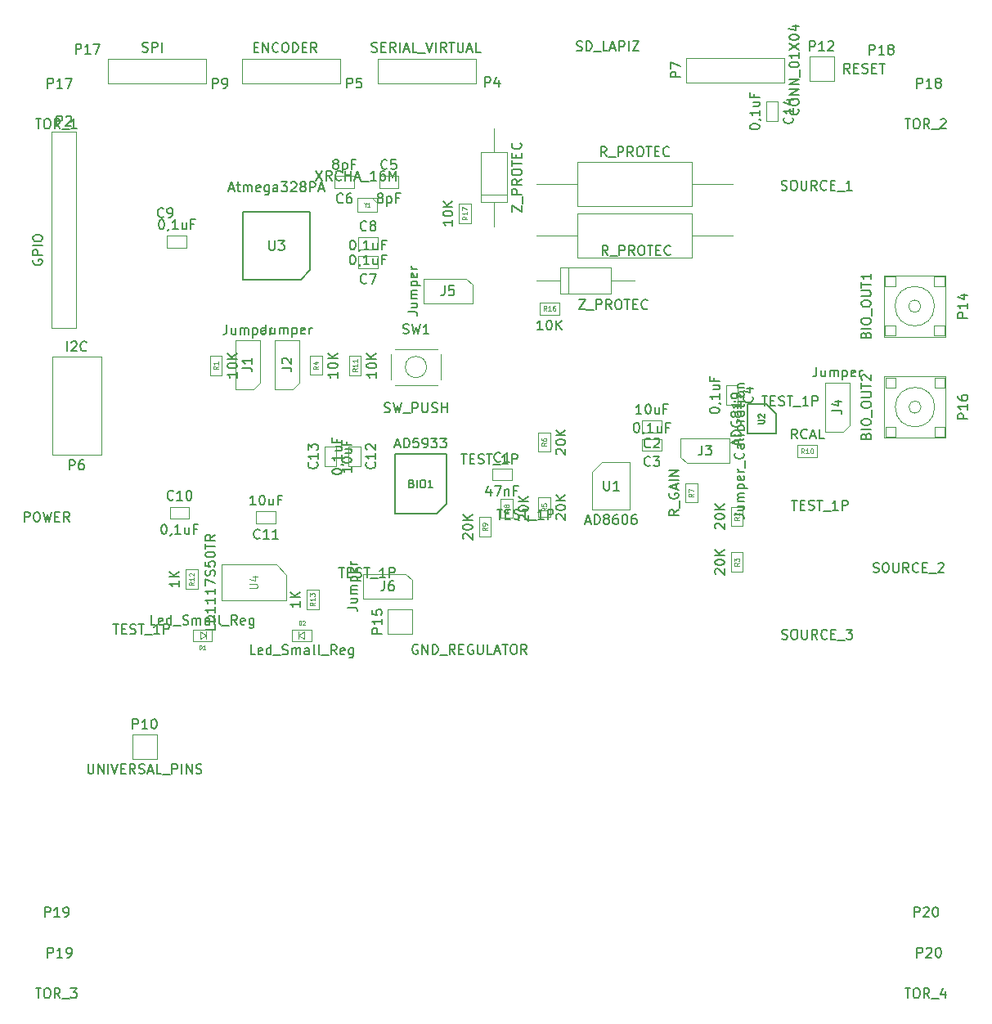
<source format=gbr>
G04 #@! TF.FileFunction,Other,Fab,Top*
%FSLAX46Y46*%
G04 Gerber Fmt 4.6, Leading zero omitted, Abs format (unit mm)*
G04 Created by KiCad (PCBNEW 4.0.2-stable) date 03/10/2017 19:28:31*
%MOMM*%
G01*
G04 APERTURE LIST*
%ADD10C,0.100000*%
%ADD11C,0.150000*%
%ADD12C,0.075000*%
%ADD13C,0.120000*%
G04 APERTURE END LIST*
D10*
D11*
X130905520Y-94753360D02*
X126605520Y-94753360D01*
X126605520Y-94753360D02*
X126605520Y-88553360D01*
X126605520Y-88553360D02*
X131905520Y-88553360D01*
X131905520Y-88553360D02*
X131905520Y-93753360D01*
X131905520Y-93753360D02*
X130905520Y-94753360D01*
D10*
X136662920Y-91298000D02*
X136662920Y-90058000D01*
X138662920Y-91298000D02*
X136662920Y-91298000D01*
X138662920Y-90058000D02*
X138662920Y-91298000D01*
X136662920Y-90058000D02*
X138662920Y-90058000D01*
X154192480Y-85074520D02*
X154192480Y-86314520D01*
X152192480Y-85074520D02*
X154192480Y-85074520D01*
X152192480Y-86314520D02*
X152192480Y-85074520D01*
X154192480Y-86314520D02*
X152192480Y-86314520D01*
X154192480Y-86999840D02*
X154192480Y-88239840D01*
X152192480Y-86999840D02*
X154192480Y-86999840D01*
X152192480Y-88239840D02*
X152192480Y-86999840D01*
X154192480Y-88239840D02*
X152192480Y-88239840D01*
X160854150Y-81439510D02*
X162094150Y-81439510D01*
X160854150Y-83439510D02*
X160854150Y-81439510D01*
X162094150Y-83439510D02*
X160854150Y-83439510D01*
X162094150Y-81439510D02*
X162094150Y-83439510D01*
X124950000Y-60995000D02*
X124950000Y-59755000D01*
X126950000Y-60995000D02*
X124950000Y-60995000D01*
X126950000Y-59755000D02*
X126950000Y-60995000D01*
X124950000Y-59755000D02*
X126950000Y-59755000D01*
X122350000Y-59755000D02*
X122350000Y-60995000D01*
X120350000Y-59755000D02*
X122350000Y-59755000D01*
X120350000Y-60995000D02*
X120350000Y-59755000D01*
X122350000Y-60995000D02*
X120350000Y-60995000D01*
X124799600Y-68087000D02*
X124799600Y-69327000D01*
X122799600Y-68087000D02*
X124799600Y-68087000D01*
X122799600Y-69327000D02*
X122799600Y-68087000D01*
X124799600Y-69327000D02*
X122799600Y-69327000D01*
X122799600Y-67361040D02*
X122799600Y-66121040D01*
X124799600Y-67361040D02*
X122799600Y-67361040D01*
X124799600Y-66121040D02*
X124799600Y-67361040D01*
X122799600Y-66121040D02*
X124799600Y-66121040D01*
X105013000Y-65966100D02*
X105013000Y-67206100D01*
X103013000Y-65966100D02*
X105013000Y-65966100D01*
X103013000Y-67206100D02*
X103013000Y-65966100D01*
X105013000Y-67206100D02*
X103013000Y-67206100D01*
X103282240Y-95250240D02*
X103282240Y-94010240D01*
X105282240Y-95250240D02*
X103282240Y-95250240D01*
X105282240Y-94010240D02*
X105282240Y-95250240D01*
X103282240Y-94010240D02*
X105282240Y-94010240D01*
X114238280Y-94513160D02*
X114238280Y-95753160D01*
X112238280Y-94513160D02*
X114238280Y-94513160D01*
X112238280Y-95753160D02*
X112238280Y-94513160D01*
X114238280Y-95753160D02*
X112238280Y-95753160D01*
X121757200Y-87783160D02*
X122997200Y-87783160D01*
X121757200Y-89783160D02*
X121757200Y-87783160D01*
X122997200Y-89783160D02*
X121757200Y-89783160D01*
X122997200Y-87783160D02*
X122997200Y-89783160D01*
X107049520Y-107720080D02*
X107049520Y-106920080D01*
X107049520Y-107320080D02*
X106449520Y-107720080D01*
X106449520Y-106920080D02*
X107049520Y-107320080D01*
X106449520Y-107720080D02*
X106449520Y-106920080D01*
X105649520Y-106720080D02*
X107649520Y-106720080D01*
X105649520Y-107920080D02*
X105649520Y-106720080D01*
X107649520Y-107920080D02*
X105649520Y-107920080D01*
X107649520Y-106720080D02*
X107649520Y-107920080D01*
X116561920Y-106909920D02*
X116561920Y-107709920D01*
X116561920Y-107309920D02*
X117161920Y-106909920D01*
X117161920Y-107709920D02*
X116561920Y-107309920D01*
X117161920Y-106909920D02*
X117161920Y-107709920D01*
X117961920Y-107909920D02*
X115961920Y-107909920D01*
X117961920Y-106709920D02*
X117961920Y-107909920D01*
X115961920Y-106709920D02*
X117961920Y-106709920D01*
X115961920Y-107909920D02*
X115961920Y-106709920D01*
X111975900Y-81851500D02*
X110070900Y-81851500D01*
X110070900Y-81851500D02*
X110070900Y-76771500D01*
X110070900Y-76771500D02*
X112610900Y-76771500D01*
X112610900Y-76771500D02*
X112610900Y-81216500D01*
X112610900Y-81216500D02*
X111975900Y-81851500D01*
X116052600Y-81826100D02*
X114147600Y-81826100D01*
X114147600Y-81826100D02*
X114147600Y-76746100D01*
X114147600Y-76746100D02*
X116687600Y-76746100D01*
X116687600Y-76746100D02*
X116687600Y-81191100D01*
X116687600Y-81191100D02*
X116052600Y-81826100D01*
X156159200Y-88844120D02*
X156159200Y-86939120D01*
X156159200Y-86939120D02*
X161239200Y-86939120D01*
X161239200Y-86939120D02*
X161239200Y-89479120D01*
X161239200Y-89479120D02*
X156794200Y-89479120D01*
X156794200Y-89479120D02*
X156159200Y-88844120D01*
X173029880Y-86227920D02*
X171124880Y-86227920D01*
X171124880Y-86227920D02*
X171124880Y-81147920D01*
X171124880Y-81147920D02*
X173664880Y-81147920D01*
X173664880Y-81147920D02*
X173664880Y-85592920D01*
X173664880Y-85592920D02*
X173029880Y-86227920D01*
X134602220Y-71053960D02*
X134602220Y-72958960D01*
X134602220Y-72958960D02*
X129522220Y-72958960D01*
X129522220Y-72958960D02*
X129522220Y-70418960D01*
X129522220Y-70418960D02*
X133967220Y-70418960D01*
X133967220Y-70418960D02*
X134602220Y-71053960D01*
X91046300Y-55168800D02*
X91046300Y-75488800D01*
X91046300Y-75488800D02*
X93586300Y-75488800D01*
X93586300Y-75488800D02*
X93586300Y-55168800D01*
X93586300Y-55168800D02*
X91046300Y-55168800D01*
X120942100Y-47650400D02*
X110782100Y-47650400D01*
X110782100Y-47650400D02*
X110782100Y-50190400D01*
X110782100Y-50190400D02*
X120942100Y-50190400D01*
X120942100Y-50190400D02*
X120942100Y-47650400D01*
X108661440Y-80390240D02*
X107421440Y-80390240D01*
X108661440Y-78390240D02*
X108661440Y-80390240D01*
X107421440Y-78390240D02*
X108661440Y-78390240D01*
X107421440Y-80390240D02*
X107421440Y-78390240D01*
X161376120Y-94016320D02*
X162616120Y-94016320D01*
X161376120Y-96016320D02*
X161376120Y-94016320D01*
X162616120Y-96016320D02*
X161376120Y-96016320D01*
X162616120Y-94016320D02*
X162616120Y-96016320D01*
X161378660Y-98738180D02*
X162618660Y-98738180D01*
X161378660Y-100738180D02*
X161378660Y-98738180D01*
X162618660Y-100738180D02*
X161378660Y-100738180D01*
X162618660Y-98738180D02*
X162618660Y-100738180D01*
X119050040Y-80369920D02*
X117810040Y-80369920D01*
X119050040Y-78369920D02*
X119050040Y-80369920D01*
X117810040Y-78369920D02*
X119050040Y-78369920D01*
X117810040Y-80369920D02*
X117810040Y-78369920D01*
X142656800Y-95061280D02*
X141416800Y-95061280D01*
X142656800Y-93061280D02*
X142656800Y-95061280D01*
X141416800Y-93061280D02*
X142656800Y-93061280D01*
X141416800Y-95061280D02*
X141416800Y-93061280D01*
X142656800Y-88315040D02*
X141416800Y-88315040D01*
X142656800Y-86315040D02*
X142656800Y-88315040D01*
X141416800Y-86315040D02*
X142656800Y-86315040D01*
X141416800Y-88315040D02*
X141416800Y-86315040D01*
X156641560Y-91583000D02*
X157881560Y-91583000D01*
X156641560Y-93583000D02*
X156641560Y-91583000D01*
X157881560Y-93583000D02*
X156641560Y-93583000D01*
X157881560Y-91583000D02*
X157881560Y-93583000D01*
X138785840Y-95183200D02*
X137545840Y-95183200D01*
X138785840Y-93183200D02*
X138785840Y-95183200D01*
X137545840Y-93183200D02*
X138785840Y-93183200D01*
X137545840Y-95183200D02*
X137545840Y-93183200D01*
X135280160Y-95093280D02*
X136520160Y-95093280D01*
X135280160Y-97093280D02*
X135280160Y-95093280D01*
X136520160Y-97093280D02*
X135280160Y-97093280D01*
X136520160Y-95093280D02*
X136520160Y-97093280D01*
X170265600Y-87650080D02*
X170265600Y-88890080D01*
X168265600Y-87650080D02*
X170265600Y-87650080D01*
X168265600Y-88890080D02*
X168265600Y-87650080D01*
X170265600Y-88890080D02*
X168265600Y-88890080D01*
X123081020Y-80377540D02*
X121841020Y-80377540D01*
X123081020Y-78377540D02*
X123081020Y-80377540D01*
X121841020Y-78377540D02*
X123081020Y-78377540D01*
X121841020Y-80377540D02*
X121841020Y-78377540D01*
X104932240Y-100498400D02*
X106172240Y-100498400D01*
X104932240Y-102498400D02*
X104932240Y-100498400D01*
X106172240Y-102498400D02*
X104932240Y-102498400D01*
X106172240Y-100498400D02*
X106172240Y-102498400D01*
X117439200Y-102611680D02*
X118679200Y-102611680D01*
X117439200Y-104611680D02*
X117439200Y-102611680D01*
X118679200Y-104611680D02*
X117439200Y-104611680D01*
X118679200Y-102611680D02*
X118679200Y-104611680D01*
X126560220Y-77695180D02*
X130960220Y-77695180D01*
X131360220Y-78245180D02*
X131360220Y-80845180D01*
X130960220Y-81395180D02*
X126560220Y-81395180D01*
X126160220Y-80845180D02*
X126160220Y-78245180D01*
X129860220Y-79545180D02*
G75*
G03X129860220Y-79545180I-1100000J0D01*
G01*
X148036240Y-89416720D02*
X150936240Y-89416720D01*
X150936240Y-89416720D02*
X150936240Y-94316720D01*
X150936240Y-94316720D02*
X147036240Y-94316720D01*
X147036240Y-94316720D02*
X147036240Y-90416720D01*
X147036240Y-90416720D02*
X148036240Y-89416720D01*
D11*
X166052630Y-84423630D02*
X166052630Y-86423630D01*
X166052630Y-86423630D02*
X163052630Y-86423630D01*
X163052630Y-86423630D02*
X163052630Y-83423630D01*
X163052630Y-83423630D02*
X165052630Y-83423630D01*
X165052630Y-83423630D02*
X166052630Y-84423630D01*
X116825400Y-70492500D02*
X110825400Y-70492500D01*
X110825400Y-70492500D02*
X110825400Y-63492500D01*
X110825400Y-63492500D02*
X117825400Y-63492500D01*
X117825400Y-63492500D02*
X117825400Y-69492500D01*
X117825400Y-69492500D02*
X116825400Y-70492500D01*
D10*
X128369060Y-101625400D02*
X128369060Y-103530400D01*
X128369060Y-103530400D02*
X123289060Y-103530400D01*
X123289060Y-103530400D02*
X123289060Y-100990400D01*
X123289060Y-100990400D02*
X127734060Y-100990400D01*
X127734060Y-100990400D02*
X128369060Y-101625400D01*
X124825760Y-50190400D02*
X134985760Y-50190400D01*
X134985760Y-50190400D02*
X134985760Y-47650400D01*
X134985760Y-47650400D02*
X124825760Y-47650400D01*
X124825760Y-47650400D02*
X124825760Y-50190400D01*
X169480000Y-47430000D02*
X169480000Y-49970000D01*
X169480000Y-49970000D02*
X172020000Y-49970000D01*
X172020000Y-49970000D02*
X172020000Y-47430000D01*
X172020000Y-47430000D02*
X169480000Y-47430000D01*
X125839220Y-107188000D02*
X128379220Y-107188000D01*
X128379220Y-107188000D02*
X128379220Y-104648000D01*
X128379220Y-104648000D02*
X125839220Y-104648000D01*
X125839220Y-104648000D02*
X125839220Y-107188000D01*
X107022900Y-47663100D02*
X96862900Y-47663100D01*
X96862900Y-47663100D02*
X96862900Y-50203100D01*
X96862900Y-50203100D02*
X107022900Y-50203100D01*
X107022900Y-50203100D02*
X107022900Y-47663100D01*
X120513080Y-89788240D02*
X119273080Y-89788240D01*
X120513080Y-87788240D02*
X120513080Y-89788240D01*
X119273080Y-87788240D02*
X120513080Y-87788240D01*
X119273080Y-89788240D02*
X119273080Y-87788240D01*
X114298760Y-99998920D02*
X115348760Y-101048920D01*
X114298760Y-99998920D02*
X108648760Y-99998920D01*
X115348760Y-101048920D02*
X115348760Y-103698920D01*
X108648760Y-99998920D02*
X108648760Y-103698920D01*
X115348760Y-103698920D02*
X108648760Y-103698920D01*
X141593060Y-74122520D02*
X141593060Y-72882520D01*
X143593060Y-74122520D02*
X141593060Y-74122520D01*
X143593060Y-72882520D02*
X143593060Y-74122520D01*
X141593060Y-72882520D02*
X143593060Y-72882520D01*
X133232920Y-62637160D02*
X134472920Y-62637160D01*
X133232920Y-64637160D02*
X133232920Y-62637160D01*
X134472920Y-64637160D02*
X133232920Y-64637160D01*
X134472920Y-62637160D02*
X134472920Y-64637160D01*
X143724320Y-69241680D02*
X143724320Y-71941680D01*
X143724320Y-71941680D02*
X148924320Y-71941680D01*
X148924320Y-71941680D02*
X148924320Y-69241680D01*
X148924320Y-69241680D02*
X143724320Y-69241680D01*
X141244320Y-70591680D02*
X143724320Y-70591680D01*
X151404320Y-70591680D02*
X148924320Y-70591680D01*
X144504320Y-69241680D02*
X144504320Y-71941680D01*
X135472180Y-62508440D02*
X138172180Y-62508440D01*
X138172180Y-62508440D02*
X138172180Y-57308440D01*
X138172180Y-57308440D02*
X135472180Y-57308440D01*
X135472180Y-57308440D02*
X135472180Y-62508440D01*
X136822180Y-64988440D02*
X136822180Y-62508440D01*
X136822180Y-54828440D02*
X136822180Y-57308440D01*
X135472180Y-61728440D02*
X138172180Y-61728440D01*
X145446700Y-63688400D02*
X145446700Y-68188400D01*
X145446700Y-68188400D02*
X157346700Y-68188400D01*
X157346700Y-68188400D02*
X157346700Y-63688400D01*
X157346700Y-63688400D02*
X145446700Y-63688400D01*
X141236700Y-65938400D02*
X145446700Y-65938400D01*
X161556700Y-65938400D02*
X157346700Y-65938400D01*
X157367020Y-62851860D02*
X157367020Y-58351860D01*
X157367020Y-58351860D02*
X145467020Y-58351860D01*
X145467020Y-58351860D02*
X145467020Y-62851860D01*
X145467020Y-62851860D02*
X157367020Y-62851860D01*
X161577020Y-60601860D02*
X157367020Y-60601860D01*
X141257020Y-60601860D02*
X145467020Y-60601860D01*
X124700000Y-63525000D02*
X124700000Y-62025000D01*
X124700000Y-62025000D02*
X122700000Y-62025000D01*
X122700000Y-62025000D02*
X122700000Y-63525000D01*
X122700000Y-63525000D02*
X124700000Y-63525000D01*
X124700000Y-62525000D02*
X124200000Y-62025000D01*
X183450000Y-75280000D02*
X183450000Y-76300000D01*
X183570000Y-76420000D02*
X177230000Y-76420000D01*
X177230000Y-70080000D02*
X177230000Y-76420000D01*
X183570000Y-70080000D02*
X177230000Y-70080000D01*
X183570000Y-70080000D02*
X183570000Y-76420000D01*
X183450000Y-71220000D02*
X182430000Y-71220000D01*
X182430000Y-70200000D02*
X182430000Y-71220000D01*
X178370000Y-71220000D02*
X177350000Y-71220000D01*
X178370000Y-70200000D02*
X178370000Y-71220000D01*
X183450000Y-75280000D02*
X182430000Y-75280000D01*
X182430000Y-75280000D02*
X182430000Y-76300000D01*
X178370000Y-76300000D02*
X178370000Y-75280000D01*
X178370000Y-75280000D02*
X177350000Y-75280000D01*
X182440000Y-73250000D02*
G75*
G03X182440000Y-73250000I-2040000J0D01*
G01*
X181035000Y-73250000D02*
G75*
G03X181035000Y-73250000I-635000J0D01*
G01*
X183450000Y-76300000D02*
X182430000Y-76300000D01*
X183450000Y-70200000D02*
X182430000Y-70200000D01*
X183450000Y-70200000D02*
X183450000Y-71220000D01*
X177350000Y-70200000D02*
X177350000Y-71220000D01*
X177350000Y-70200000D02*
X178370000Y-70200000D01*
X178370000Y-76300000D02*
X177350000Y-76300000D01*
X177350000Y-75280000D02*
X177350000Y-76300000D01*
X183475000Y-85730000D02*
X183475000Y-86750000D01*
X183595000Y-86870000D02*
X177255000Y-86870000D01*
X177255000Y-80530000D02*
X177255000Y-86870000D01*
X183595000Y-80530000D02*
X177255000Y-80530000D01*
X183595000Y-80530000D02*
X183595000Y-86870000D01*
X183475000Y-81670000D02*
X182455000Y-81670000D01*
X182455000Y-80650000D02*
X182455000Y-81670000D01*
X178395000Y-81670000D02*
X177375000Y-81670000D01*
X178395000Y-80650000D02*
X178395000Y-81670000D01*
X183475000Y-85730000D02*
X182455000Y-85730000D01*
X182455000Y-85730000D02*
X182455000Y-86750000D01*
X178395000Y-86750000D02*
X178395000Y-85730000D01*
X178395000Y-85730000D02*
X177375000Y-85730000D01*
X182465000Y-83700000D02*
G75*
G03X182465000Y-83700000I-2040000J0D01*
G01*
X181060000Y-83700000D02*
G75*
G03X181060000Y-83700000I-635000J0D01*
G01*
X183475000Y-86750000D02*
X182455000Y-86750000D01*
X183475000Y-80650000D02*
X182455000Y-80650000D01*
X183475000Y-80650000D02*
X183475000Y-81670000D01*
X177375000Y-80650000D02*
X177375000Y-81670000D01*
X177375000Y-80650000D02*
X178395000Y-80650000D01*
X178395000Y-86750000D02*
X177375000Y-86750000D01*
X177375000Y-85730000D02*
X177375000Y-86750000D01*
X165005000Y-52075000D02*
X166245000Y-52075000D01*
X165005000Y-54075000D02*
X165005000Y-52075000D01*
X166245000Y-54075000D02*
X165005000Y-54075000D01*
X166245000Y-52075000D02*
X166245000Y-54075000D01*
X96160000Y-88670000D02*
X96160000Y-78510000D01*
X96160000Y-78510000D02*
X91080000Y-78510000D01*
X91080000Y-78510000D02*
X91080000Y-88670000D01*
X91080000Y-88670000D02*
X96160000Y-88670000D01*
X156730000Y-50070000D02*
X166890000Y-50070000D01*
X166890000Y-50070000D02*
X166890000Y-47530000D01*
X166890000Y-47530000D02*
X156730000Y-47530000D01*
X156730000Y-47530000D02*
X156730000Y-50070000D01*
X99390000Y-117600000D02*
X99390000Y-120140000D01*
X99390000Y-120140000D02*
X101930000Y-120140000D01*
X101930000Y-120140000D02*
X101930000Y-117600000D01*
X101930000Y-117600000D02*
X99390000Y-117600000D01*
D11*
X126612663Y-87620027D02*
X127088854Y-87620027D01*
X126517425Y-87905741D02*
X126850758Y-86905741D01*
X127184092Y-87905741D01*
X127517425Y-87905741D02*
X127517425Y-86905741D01*
X127755520Y-86905741D01*
X127898378Y-86953360D01*
X127993616Y-87048598D01*
X128041235Y-87143836D01*
X128088854Y-87334312D01*
X128088854Y-87477170D01*
X128041235Y-87667646D01*
X127993616Y-87762884D01*
X127898378Y-87858122D01*
X127755520Y-87905741D01*
X127517425Y-87905741D01*
X128993616Y-86905741D02*
X128517425Y-86905741D01*
X128469806Y-87381931D01*
X128517425Y-87334312D01*
X128612663Y-87286693D01*
X128850759Y-87286693D01*
X128945997Y-87334312D01*
X128993616Y-87381931D01*
X129041235Y-87477170D01*
X129041235Y-87715265D01*
X128993616Y-87810503D01*
X128945997Y-87858122D01*
X128850759Y-87905741D01*
X128612663Y-87905741D01*
X128517425Y-87858122D01*
X128469806Y-87810503D01*
X129517425Y-87905741D02*
X129707901Y-87905741D01*
X129803140Y-87858122D01*
X129850759Y-87810503D01*
X129945997Y-87667646D01*
X129993616Y-87477170D01*
X129993616Y-87096217D01*
X129945997Y-87000979D01*
X129898378Y-86953360D01*
X129803140Y-86905741D01*
X129612663Y-86905741D01*
X129517425Y-86953360D01*
X129469806Y-87000979D01*
X129422187Y-87096217D01*
X129422187Y-87334312D01*
X129469806Y-87429550D01*
X129517425Y-87477170D01*
X129612663Y-87524789D01*
X129803140Y-87524789D01*
X129898378Y-87477170D01*
X129945997Y-87429550D01*
X129993616Y-87334312D01*
X130326949Y-86905741D02*
X130945997Y-86905741D01*
X130612663Y-87286693D01*
X130755521Y-87286693D01*
X130850759Y-87334312D01*
X130898378Y-87381931D01*
X130945997Y-87477170D01*
X130945997Y-87715265D01*
X130898378Y-87810503D01*
X130850759Y-87858122D01*
X130755521Y-87905741D01*
X130469806Y-87905741D01*
X130374568Y-87858122D01*
X130326949Y-87810503D01*
X131279330Y-86905741D02*
X131898378Y-86905741D01*
X131565044Y-87286693D01*
X131707902Y-87286693D01*
X131803140Y-87334312D01*
X131850759Y-87381931D01*
X131898378Y-87477170D01*
X131898378Y-87715265D01*
X131850759Y-87810503D01*
X131803140Y-87858122D01*
X131707902Y-87905741D01*
X131422187Y-87905741D01*
X131326949Y-87858122D01*
X131279330Y-87810503D01*
X128322187Y-91596217D02*
X128436473Y-91634312D01*
X128474568Y-91672408D01*
X128512663Y-91748598D01*
X128512663Y-91862884D01*
X128474568Y-91939074D01*
X128436473Y-91977170D01*
X128360282Y-92015265D01*
X128055520Y-92015265D01*
X128055520Y-91215265D01*
X128322187Y-91215265D01*
X128398377Y-91253360D01*
X128436473Y-91291455D01*
X128474568Y-91367646D01*
X128474568Y-91443836D01*
X128436473Y-91520027D01*
X128398377Y-91558122D01*
X128322187Y-91596217D01*
X128055520Y-91596217D01*
X128855520Y-92015265D02*
X128855520Y-91215265D01*
X129388853Y-91215265D02*
X129541234Y-91215265D01*
X129617425Y-91253360D01*
X129693615Y-91329550D01*
X129731710Y-91481931D01*
X129731710Y-91748598D01*
X129693615Y-91900979D01*
X129617425Y-91977170D01*
X129541234Y-92015265D01*
X129388853Y-92015265D01*
X129312663Y-91977170D01*
X129236472Y-91900979D01*
X129198377Y-91748598D01*
X129198377Y-91481931D01*
X129236472Y-91329550D01*
X129312663Y-91253360D01*
X129388853Y-91215265D01*
X130493615Y-92015265D02*
X130036472Y-92015265D01*
X130265043Y-92015265D02*
X130265043Y-91215265D01*
X130188853Y-91329550D01*
X130112662Y-91405741D01*
X130036472Y-91443836D01*
X136496254Y-92213714D02*
X136496254Y-92880381D01*
X136258158Y-91832762D02*
X136020063Y-92547048D01*
X136639111Y-92547048D01*
X136924825Y-91880381D02*
X137591492Y-91880381D01*
X137162920Y-92880381D01*
X137972444Y-92213714D02*
X137972444Y-92880381D01*
X137972444Y-92308952D02*
X138020063Y-92261333D01*
X138115301Y-92213714D01*
X138258159Y-92213714D01*
X138353397Y-92261333D01*
X138401016Y-92356571D01*
X138401016Y-92880381D01*
X139210540Y-92356571D02*
X138877206Y-92356571D01*
X138877206Y-92880381D02*
X138877206Y-91880381D01*
X139353397Y-91880381D01*
X137496254Y-89285143D02*
X137448635Y-89332762D01*
X137305778Y-89380381D01*
X137210540Y-89380381D01*
X137067682Y-89332762D01*
X136972444Y-89237524D01*
X136924825Y-89142286D01*
X136877206Y-88951810D01*
X136877206Y-88808952D01*
X136924825Y-88618476D01*
X136972444Y-88523238D01*
X137067682Y-88428000D01*
X137210540Y-88380381D01*
X137305778Y-88380381D01*
X137448635Y-88428000D01*
X137496254Y-88475619D01*
X138448635Y-89380381D02*
X137877206Y-89380381D01*
X138162920Y-89380381D02*
X138162920Y-88380381D01*
X138067682Y-88523238D01*
X137972444Y-88618476D01*
X137877206Y-88666095D01*
X152121052Y-84396901D02*
X151549623Y-84396901D01*
X151835337Y-84396901D02*
X151835337Y-83396901D01*
X151740099Y-83539758D01*
X151644861Y-83634996D01*
X151549623Y-83682615D01*
X152740099Y-83396901D02*
X152835338Y-83396901D01*
X152930576Y-83444520D01*
X152978195Y-83492139D01*
X153025814Y-83587377D01*
X153073433Y-83777853D01*
X153073433Y-84015949D01*
X153025814Y-84206425D01*
X152978195Y-84301663D01*
X152930576Y-84349282D01*
X152835338Y-84396901D01*
X152740099Y-84396901D01*
X152644861Y-84349282D01*
X152597242Y-84301663D01*
X152549623Y-84206425D01*
X152502004Y-84015949D01*
X152502004Y-83777853D01*
X152549623Y-83587377D01*
X152597242Y-83492139D01*
X152644861Y-83444520D01*
X152740099Y-83396901D01*
X153930576Y-83730234D02*
X153930576Y-84396901D01*
X153502004Y-83730234D02*
X153502004Y-84254044D01*
X153549623Y-84349282D01*
X153644861Y-84396901D01*
X153787719Y-84396901D01*
X153882957Y-84349282D01*
X153930576Y-84301663D01*
X154740100Y-83873091D02*
X154406766Y-83873091D01*
X154406766Y-84396901D02*
X154406766Y-83396901D01*
X154882957Y-83396901D01*
X153025814Y-87801663D02*
X152978195Y-87849282D01*
X152835338Y-87896901D01*
X152740100Y-87896901D01*
X152597242Y-87849282D01*
X152502004Y-87754044D01*
X152454385Y-87658806D01*
X152406766Y-87468330D01*
X152406766Y-87325472D01*
X152454385Y-87134996D01*
X152502004Y-87039758D01*
X152597242Y-86944520D01*
X152740100Y-86896901D01*
X152835338Y-86896901D01*
X152978195Y-86944520D01*
X153025814Y-86992139D01*
X153406766Y-86992139D02*
X153454385Y-86944520D01*
X153549623Y-86896901D01*
X153787719Y-86896901D01*
X153882957Y-86944520D01*
X153930576Y-86992139D01*
X153978195Y-87087377D01*
X153978195Y-87182615D01*
X153930576Y-87325472D01*
X153359147Y-87896901D01*
X153978195Y-87896901D01*
X151549623Y-85322221D02*
X151644862Y-85322221D01*
X151740100Y-85369840D01*
X151787719Y-85417459D01*
X151835338Y-85512697D01*
X151882957Y-85703173D01*
X151882957Y-85941269D01*
X151835338Y-86131745D01*
X151787719Y-86226983D01*
X151740100Y-86274602D01*
X151644862Y-86322221D01*
X151549623Y-86322221D01*
X151454385Y-86274602D01*
X151406766Y-86226983D01*
X151359147Y-86131745D01*
X151311528Y-85941269D01*
X151311528Y-85703173D01*
X151359147Y-85512697D01*
X151406766Y-85417459D01*
X151454385Y-85369840D01*
X151549623Y-85322221D01*
X152359147Y-86274602D02*
X152359147Y-86322221D01*
X152311528Y-86417459D01*
X152263909Y-86465078D01*
X153311528Y-86322221D02*
X152740099Y-86322221D01*
X153025813Y-86322221D02*
X153025813Y-85322221D01*
X152930575Y-85465078D01*
X152835337Y-85560316D01*
X152740099Y-85607935D01*
X154168671Y-85655554D02*
X154168671Y-86322221D01*
X153740099Y-85655554D02*
X153740099Y-86179364D01*
X153787718Y-86274602D01*
X153882956Y-86322221D01*
X154025814Y-86322221D01*
X154121052Y-86274602D01*
X154168671Y-86226983D01*
X154978195Y-85798411D02*
X154644861Y-85798411D01*
X154644861Y-86322221D02*
X154644861Y-85322221D01*
X155121052Y-85322221D01*
X153025814Y-89726983D02*
X152978195Y-89774602D01*
X152835338Y-89822221D01*
X152740100Y-89822221D01*
X152597242Y-89774602D01*
X152502004Y-89679364D01*
X152454385Y-89584126D01*
X152406766Y-89393650D01*
X152406766Y-89250792D01*
X152454385Y-89060316D01*
X152502004Y-88965078D01*
X152597242Y-88869840D01*
X152740100Y-88822221D01*
X152835338Y-88822221D01*
X152978195Y-88869840D01*
X153025814Y-88917459D01*
X153359147Y-88822221D02*
X153978195Y-88822221D01*
X153644861Y-89203173D01*
X153787719Y-89203173D01*
X153882957Y-89250792D01*
X153930576Y-89298411D01*
X153978195Y-89393650D01*
X153978195Y-89631745D01*
X153930576Y-89726983D01*
X153882957Y-89774602D01*
X153787719Y-89822221D01*
X153502004Y-89822221D01*
X153406766Y-89774602D01*
X153359147Y-89726983D01*
X159176531Y-84082367D02*
X159176531Y-83987128D01*
X159224150Y-83891890D01*
X159271769Y-83844271D01*
X159367007Y-83796652D01*
X159557483Y-83749033D01*
X159795579Y-83749033D01*
X159986055Y-83796652D01*
X160081293Y-83844271D01*
X160128912Y-83891890D01*
X160176531Y-83987128D01*
X160176531Y-84082367D01*
X160128912Y-84177605D01*
X160081293Y-84225224D01*
X159986055Y-84272843D01*
X159795579Y-84320462D01*
X159557483Y-84320462D01*
X159367007Y-84272843D01*
X159271769Y-84225224D01*
X159224150Y-84177605D01*
X159176531Y-84082367D01*
X160128912Y-83272843D02*
X160176531Y-83272843D01*
X160271769Y-83320462D01*
X160319388Y-83368081D01*
X160176531Y-82320462D02*
X160176531Y-82891891D01*
X160176531Y-82606177D02*
X159176531Y-82606177D01*
X159319388Y-82701415D01*
X159414626Y-82796653D01*
X159462245Y-82891891D01*
X159509864Y-81463319D02*
X160176531Y-81463319D01*
X159509864Y-81891891D02*
X160033674Y-81891891D01*
X160128912Y-81844272D01*
X160176531Y-81749034D01*
X160176531Y-81606176D01*
X160128912Y-81510938D01*
X160081293Y-81463319D01*
X159652721Y-80653795D02*
X159652721Y-80987129D01*
X160176531Y-80987129D02*
X159176531Y-80987129D01*
X159176531Y-80510938D01*
X163581293Y-82606176D02*
X163628912Y-82653795D01*
X163676531Y-82796652D01*
X163676531Y-82891890D01*
X163628912Y-83034748D01*
X163533674Y-83129986D01*
X163438436Y-83177605D01*
X163247960Y-83225224D01*
X163105102Y-83225224D01*
X162914626Y-83177605D01*
X162819388Y-83129986D01*
X162724150Y-83034748D01*
X162676531Y-82891890D01*
X162676531Y-82796652D01*
X162724150Y-82653795D01*
X162771769Y-82606176D01*
X163009864Y-81749033D02*
X163676531Y-81749033D01*
X162628912Y-81987129D02*
X163343198Y-82225224D01*
X163343198Y-81606176D01*
X124973809Y-62005952D02*
X124878571Y-61958333D01*
X124830952Y-61910714D01*
X124783333Y-61815476D01*
X124783333Y-61767857D01*
X124830952Y-61672619D01*
X124878571Y-61625000D01*
X124973809Y-61577381D01*
X125164286Y-61577381D01*
X125259524Y-61625000D01*
X125307143Y-61672619D01*
X125354762Y-61767857D01*
X125354762Y-61815476D01*
X125307143Y-61910714D01*
X125259524Y-61958333D01*
X125164286Y-62005952D01*
X124973809Y-62005952D01*
X124878571Y-62053571D01*
X124830952Y-62101190D01*
X124783333Y-62196429D01*
X124783333Y-62386905D01*
X124830952Y-62482143D01*
X124878571Y-62529762D01*
X124973809Y-62577381D01*
X125164286Y-62577381D01*
X125259524Y-62529762D01*
X125307143Y-62482143D01*
X125354762Y-62386905D01*
X125354762Y-62196429D01*
X125307143Y-62101190D01*
X125259524Y-62053571D01*
X125164286Y-62005952D01*
X125783333Y-61910714D02*
X125783333Y-62910714D01*
X125783333Y-61958333D02*
X125878571Y-61910714D01*
X126069048Y-61910714D01*
X126164286Y-61958333D01*
X126211905Y-62005952D01*
X126259524Y-62101190D01*
X126259524Y-62386905D01*
X126211905Y-62482143D01*
X126164286Y-62529762D01*
X126069048Y-62577381D01*
X125878571Y-62577381D01*
X125783333Y-62529762D01*
X127021429Y-62053571D02*
X126688095Y-62053571D01*
X126688095Y-62577381D02*
X126688095Y-61577381D01*
X127164286Y-61577381D01*
X125783334Y-58982143D02*
X125735715Y-59029762D01*
X125592858Y-59077381D01*
X125497620Y-59077381D01*
X125354762Y-59029762D01*
X125259524Y-58934524D01*
X125211905Y-58839286D01*
X125164286Y-58648810D01*
X125164286Y-58505952D01*
X125211905Y-58315476D01*
X125259524Y-58220238D01*
X125354762Y-58125000D01*
X125497620Y-58077381D01*
X125592858Y-58077381D01*
X125735715Y-58125000D01*
X125783334Y-58172619D01*
X126688096Y-58077381D02*
X126211905Y-58077381D01*
X126164286Y-58553571D01*
X126211905Y-58505952D01*
X126307143Y-58458333D01*
X126545239Y-58458333D01*
X126640477Y-58505952D01*
X126688096Y-58553571D01*
X126735715Y-58648810D01*
X126735715Y-58886905D01*
X126688096Y-58982143D01*
X126640477Y-59029762D01*
X126545239Y-59077381D01*
X126307143Y-59077381D01*
X126211905Y-59029762D01*
X126164286Y-58982143D01*
X120373809Y-58505952D02*
X120278571Y-58458333D01*
X120230952Y-58410714D01*
X120183333Y-58315476D01*
X120183333Y-58267857D01*
X120230952Y-58172619D01*
X120278571Y-58125000D01*
X120373809Y-58077381D01*
X120564286Y-58077381D01*
X120659524Y-58125000D01*
X120707143Y-58172619D01*
X120754762Y-58267857D01*
X120754762Y-58315476D01*
X120707143Y-58410714D01*
X120659524Y-58458333D01*
X120564286Y-58505952D01*
X120373809Y-58505952D01*
X120278571Y-58553571D01*
X120230952Y-58601190D01*
X120183333Y-58696429D01*
X120183333Y-58886905D01*
X120230952Y-58982143D01*
X120278571Y-59029762D01*
X120373809Y-59077381D01*
X120564286Y-59077381D01*
X120659524Y-59029762D01*
X120707143Y-58982143D01*
X120754762Y-58886905D01*
X120754762Y-58696429D01*
X120707143Y-58601190D01*
X120659524Y-58553571D01*
X120564286Y-58505952D01*
X121183333Y-58410714D02*
X121183333Y-59410714D01*
X121183333Y-58458333D02*
X121278571Y-58410714D01*
X121469048Y-58410714D01*
X121564286Y-58458333D01*
X121611905Y-58505952D01*
X121659524Y-58601190D01*
X121659524Y-58886905D01*
X121611905Y-58982143D01*
X121564286Y-59029762D01*
X121469048Y-59077381D01*
X121278571Y-59077381D01*
X121183333Y-59029762D01*
X122421429Y-58553571D02*
X122088095Y-58553571D01*
X122088095Y-59077381D02*
X122088095Y-58077381D01*
X122564286Y-58077381D01*
X121183334Y-62482143D02*
X121135715Y-62529762D01*
X120992858Y-62577381D01*
X120897620Y-62577381D01*
X120754762Y-62529762D01*
X120659524Y-62434524D01*
X120611905Y-62339286D01*
X120564286Y-62148810D01*
X120564286Y-62005952D01*
X120611905Y-61815476D01*
X120659524Y-61720238D01*
X120754762Y-61625000D01*
X120897620Y-61577381D01*
X120992858Y-61577381D01*
X121135715Y-61625000D01*
X121183334Y-61672619D01*
X122040477Y-61577381D02*
X121850000Y-61577381D01*
X121754762Y-61625000D01*
X121707143Y-61672619D01*
X121611905Y-61815476D01*
X121564286Y-62005952D01*
X121564286Y-62386905D01*
X121611905Y-62482143D01*
X121659524Y-62529762D01*
X121754762Y-62577381D01*
X121945239Y-62577381D01*
X122040477Y-62529762D01*
X122088096Y-62482143D01*
X122135715Y-62386905D01*
X122135715Y-62148810D01*
X122088096Y-62053571D01*
X122040477Y-62005952D01*
X121945239Y-61958333D01*
X121754762Y-61958333D01*
X121659524Y-62005952D01*
X121611905Y-62053571D01*
X121564286Y-62148810D01*
X122156743Y-66409381D02*
X122251982Y-66409381D01*
X122347220Y-66457000D01*
X122394839Y-66504619D01*
X122442458Y-66599857D01*
X122490077Y-66790333D01*
X122490077Y-67028429D01*
X122442458Y-67218905D01*
X122394839Y-67314143D01*
X122347220Y-67361762D01*
X122251982Y-67409381D01*
X122156743Y-67409381D01*
X122061505Y-67361762D01*
X122013886Y-67314143D01*
X121966267Y-67218905D01*
X121918648Y-67028429D01*
X121918648Y-66790333D01*
X121966267Y-66599857D01*
X122013886Y-66504619D01*
X122061505Y-66457000D01*
X122156743Y-66409381D01*
X122966267Y-67361762D02*
X122966267Y-67409381D01*
X122918648Y-67504619D01*
X122871029Y-67552238D01*
X123918648Y-67409381D02*
X123347219Y-67409381D01*
X123632933Y-67409381D02*
X123632933Y-66409381D01*
X123537695Y-66552238D01*
X123442457Y-66647476D01*
X123347219Y-66695095D01*
X124775791Y-66742714D02*
X124775791Y-67409381D01*
X124347219Y-66742714D02*
X124347219Y-67266524D01*
X124394838Y-67361762D01*
X124490076Y-67409381D01*
X124632934Y-67409381D01*
X124728172Y-67361762D01*
X124775791Y-67314143D01*
X125585315Y-66885571D02*
X125251981Y-66885571D01*
X125251981Y-67409381D02*
X125251981Y-66409381D01*
X125728172Y-66409381D01*
X123632934Y-70814143D02*
X123585315Y-70861762D01*
X123442458Y-70909381D01*
X123347220Y-70909381D01*
X123204362Y-70861762D01*
X123109124Y-70766524D01*
X123061505Y-70671286D01*
X123013886Y-70480810D01*
X123013886Y-70337952D01*
X123061505Y-70147476D01*
X123109124Y-70052238D01*
X123204362Y-69957000D01*
X123347220Y-69909381D01*
X123442458Y-69909381D01*
X123585315Y-69957000D01*
X123632934Y-70004619D01*
X123966267Y-69909381D02*
X124632934Y-69909381D01*
X124204362Y-70909381D01*
X122156743Y-67943421D02*
X122251982Y-67943421D01*
X122347220Y-67991040D01*
X122394839Y-68038659D01*
X122442458Y-68133897D01*
X122490077Y-68324373D01*
X122490077Y-68562469D01*
X122442458Y-68752945D01*
X122394839Y-68848183D01*
X122347220Y-68895802D01*
X122251982Y-68943421D01*
X122156743Y-68943421D01*
X122061505Y-68895802D01*
X122013886Y-68848183D01*
X121966267Y-68752945D01*
X121918648Y-68562469D01*
X121918648Y-68324373D01*
X121966267Y-68133897D01*
X122013886Y-68038659D01*
X122061505Y-67991040D01*
X122156743Y-67943421D01*
X122966267Y-68895802D02*
X122966267Y-68943421D01*
X122918648Y-69038659D01*
X122871029Y-69086278D01*
X123918648Y-68943421D02*
X123347219Y-68943421D01*
X123632933Y-68943421D02*
X123632933Y-67943421D01*
X123537695Y-68086278D01*
X123442457Y-68181516D01*
X123347219Y-68229135D01*
X124775791Y-68276754D02*
X124775791Y-68943421D01*
X124347219Y-68276754D02*
X124347219Y-68800564D01*
X124394838Y-68895802D01*
X124490076Y-68943421D01*
X124632934Y-68943421D01*
X124728172Y-68895802D01*
X124775791Y-68848183D01*
X125585315Y-68419611D02*
X125251981Y-68419611D01*
X125251981Y-68943421D02*
X125251981Y-67943421D01*
X125728172Y-67943421D01*
X123632934Y-65348183D02*
X123585315Y-65395802D01*
X123442458Y-65443421D01*
X123347220Y-65443421D01*
X123204362Y-65395802D01*
X123109124Y-65300564D01*
X123061505Y-65205326D01*
X123013886Y-65014850D01*
X123013886Y-64871992D01*
X123061505Y-64681516D01*
X123109124Y-64586278D01*
X123204362Y-64491040D01*
X123347220Y-64443421D01*
X123442458Y-64443421D01*
X123585315Y-64491040D01*
X123632934Y-64538659D01*
X124204362Y-64871992D02*
X124109124Y-64824373D01*
X124061505Y-64776754D01*
X124013886Y-64681516D01*
X124013886Y-64633897D01*
X124061505Y-64538659D01*
X124109124Y-64491040D01*
X124204362Y-64443421D01*
X124394839Y-64443421D01*
X124490077Y-64491040D01*
X124537696Y-64538659D01*
X124585315Y-64633897D01*
X124585315Y-64681516D01*
X124537696Y-64776754D01*
X124490077Y-64824373D01*
X124394839Y-64871992D01*
X124204362Y-64871992D01*
X124109124Y-64919611D01*
X124061505Y-64967230D01*
X124013886Y-65062469D01*
X124013886Y-65252945D01*
X124061505Y-65348183D01*
X124109124Y-65395802D01*
X124204362Y-65443421D01*
X124394839Y-65443421D01*
X124490077Y-65395802D01*
X124537696Y-65348183D01*
X124585315Y-65252945D01*
X124585315Y-65062469D01*
X124537696Y-64967230D01*
X124490077Y-64919611D01*
X124394839Y-64871992D01*
X102370143Y-64288481D02*
X102465382Y-64288481D01*
X102560620Y-64336100D01*
X102608239Y-64383719D01*
X102655858Y-64478957D01*
X102703477Y-64669433D01*
X102703477Y-64907529D01*
X102655858Y-65098005D01*
X102608239Y-65193243D01*
X102560620Y-65240862D01*
X102465382Y-65288481D01*
X102370143Y-65288481D01*
X102274905Y-65240862D01*
X102227286Y-65193243D01*
X102179667Y-65098005D01*
X102132048Y-64907529D01*
X102132048Y-64669433D01*
X102179667Y-64478957D01*
X102227286Y-64383719D01*
X102274905Y-64336100D01*
X102370143Y-64288481D01*
X103179667Y-65240862D02*
X103179667Y-65288481D01*
X103132048Y-65383719D01*
X103084429Y-65431338D01*
X104132048Y-65288481D02*
X103560619Y-65288481D01*
X103846333Y-65288481D02*
X103846333Y-64288481D01*
X103751095Y-64431338D01*
X103655857Y-64526576D01*
X103560619Y-64574195D01*
X104989191Y-64621814D02*
X104989191Y-65288481D01*
X104560619Y-64621814D02*
X104560619Y-65145624D01*
X104608238Y-65240862D01*
X104703476Y-65288481D01*
X104846334Y-65288481D01*
X104941572Y-65240862D01*
X104989191Y-65193243D01*
X105798715Y-64764671D02*
X105465381Y-64764671D01*
X105465381Y-65288481D02*
X105465381Y-64288481D01*
X105941572Y-64288481D01*
X102627134Y-63979063D02*
X102579515Y-64026682D01*
X102436658Y-64074301D01*
X102341420Y-64074301D01*
X102198562Y-64026682D01*
X102103324Y-63931444D01*
X102055705Y-63836206D01*
X102008086Y-63645730D01*
X102008086Y-63502872D01*
X102055705Y-63312396D01*
X102103324Y-63217158D01*
X102198562Y-63121920D01*
X102341420Y-63074301D01*
X102436658Y-63074301D01*
X102579515Y-63121920D01*
X102627134Y-63169539D01*
X103103324Y-64074301D02*
X103293800Y-64074301D01*
X103389039Y-64026682D01*
X103436658Y-63979063D01*
X103531896Y-63836206D01*
X103579515Y-63645730D01*
X103579515Y-63264777D01*
X103531896Y-63169539D01*
X103484277Y-63121920D01*
X103389039Y-63074301D01*
X103198562Y-63074301D01*
X103103324Y-63121920D01*
X103055705Y-63169539D01*
X103008086Y-63264777D01*
X103008086Y-63502872D01*
X103055705Y-63598110D01*
X103103324Y-63645730D01*
X103198562Y-63693349D01*
X103389039Y-63693349D01*
X103484277Y-63645730D01*
X103531896Y-63598110D01*
X103579515Y-63502872D01*
X102639383Y-95832621D02*
X102734622Y-95832621D01*
X102829860Y-95880240D01*
X102877479Y-95927859D01*
X102925098Y-96023097D01*
X102972717Y-96213573D01*
X102972717Y-96451669D01*
X102925098Y-96642145D01*
X102877479Y-96737383D01*
X102829860Y-96785002D01*
X102734622Y-96832621D01*
X102639383Y-96832621D01*
X102544145Y-96785002D01*
X102496526Y-96737383D01*
X102448907Y-96642145D01*
X102401288Y-96451669D01*
X102401288Y-96213573D01*
X102448907Y-96023097D01*
X102496526Y-95927859D01*
X102544145Y-95880240D01*
X102639383Y-95832621D01*
X103448907Y-96785002D02*
X103448907Y-96832621D01*
X103401288Y-96927859D01*
X103353669Y-96975478D01*
X104401288Y-96832621D02*
X103829859Y-96832621D01*
X104115573Y-96832621D02*
X104115573Y-95832621D01*
X104020335Y-95975478D01*
X103925097Y-96070716D01*
X103829859Y-96118335D01*
X105258431Y-96165954D02*
X105258431Y-96832621D01*
X104829859Y-96165954D02*
X104829859Y-96689764D01*
X104877478Y-96785002D01*
X104972716Y-96832621D01*
X105115574Y-96832621D01*
X105210812Y-96785002D01*
X105258431Y-96737383D01*
X106067955Y-96308811D02*
X105734621Y-96308811D01*
X105734621Y-96832621D02*
X105734621Y-95832621D01*
X106210812Y-95832621D01*
X103639383Y-93237383D02*
X103591764Y-93285002D01*
X103448907Y-93332621D01*
X103353669Y-93332621D01*
X103210811Y-93285002D01*
X103115573Y-93189764D01*
X103067954Y-93094526D01*
X103020335Y-92904050D01*
X103020335Y-92761192D01*
X103067954Y-92570716D01*
X103115573Y-92475478D01*
X103210811Y-92380240D01*
X103353669Y-92332621D01*
X103448907Y-92332621D01*
X103591764Y-92380240D01*
X103639383Y-92427859D01*
X104591764Y-93332621D02*
X104020335Y-93332621D01*
X104306049Y-93332621D02*
X104306049Y-92332621D01*
X104210811Y-92475478D01*
X104115573Y-92570716D01*
X104020335Y-92618335D01*
X105210811Y-92332621D02*
X105306050Y-92332621D01*
X105401288Y-92380240D01*
X105448907Y-92427859D01*
X105496526Y-92523097D01*
X105544145Y-92713573D01*
X105544145Y-92951669D01*
X105496526Y-93142145D01*
X105448907Y-93237383D01*
X105401288Y-93285002D01*
X105306050Y-93332621D01*
X105210811Y-93332621D01*
X105115573Y-93285002D01*
X105067954Y-93237383D01*
X105020335Y-93142145D01*
X104972716Y-92951669D01*
X104972716Y-92713573D01*
X105020335Y-92523097D01*
X105067954Y-92427859D01*
X105115573Y-92380240D01*
X105210811Y-92332621D01*
X112166852Y-93835541D02*
X111595423Y-93835541D01*
X111881137Y-93835541D02*
X111881137Y-92835541D01*
X111785899Y-92978398D01*
X111690661Y-93073636D01*
X111595423Y-93121255D01*
X112785899Y-92835541D02*
X112881138Y-92835541D01*
X112976376Y-92883160D01*
X113023995Y-92930779D01*
X113071614Y-93026017D01*
X113119233Y-93216493D01*
X113119233Y-93454589D01*
X113071614Y-93645065D01*
X113023995Y-93740303D01*
X112976376Y-93787922D01*
X112881138Y-93835541D01*
X112785899Y-93835541D01*
X112690661Y-93787922D01*
X112643042Y-93740303D01*
X112595423Y-93645065D01*
X112547804Y-93454589D01*
X112547804Y-93216493D01*
X112595423Y-93026017D01*
X112643042Y-92930779D01*
X112690661Y-92883160D01*
X112785899Y-92835541D01*
X113976376Y-93168874D02*
X113976376Y-93835541D01*
X113547804Y-93168874D02*
X113547804Y-93692684D01*
X113595423Y-93787922D01*
X113690661Y-93835541D01*
X113833519Y-93835541D01*
X113928757Y-93787922D01*
X113976376Y-93740303D01*
X114785900Y-93311731D02*
X114452566Y-93311731D01*
X114452566Y-93835541D02*
X114452566Y-92835541D01*
X114928757Y-92835541D01*
X112595423Y-97240303D02*
X112547804Y-97287922D01*
X112404947Y-97335541D01*
X112309709Y-97335541D01*
X112166851Y-97287922D01*
X112071613Y-97192684D01*
X112023994Y-97097446D01*
X111976375Y-96906970D01*
X111976375Y-96764112D01*
X112023994Y-96573636D01*
X112071613Y-96478398D01*
X112166851Y-96383160D01*
X112309709Y-96335541D01*
X112404947Y-96335541D01*
X112547804Y-96383160D01*
X112595423Y-96430779D01*
X113547804Y-97335541D02*
X112976375Y-97335541D01*
X113262089Y-97335541D02*
X113262089Y-96335541D01*
X113166851Y-96478398D01*
X113071613Y-96573636D01*
X112976375Y-96621255D01*
X114500185Y-97335541D02*
X113928756Y-97335541D01*
X114214470Y-97335541D02*
X114214470Y-96335541D01*
X114119232Y-96478398D01*
X114023994Y-96573636D01*
X113928756Y-96621255D01*
X120079581Y-90426017D02*
X120079581Y-90330778D01*
X120127200Y-90235540D01*
X120174819Y-90187921D01*
X120270057Y-90140302D01*
X120460533Y-90092683D01*
X120698629Y-90092683D01*
X120889105Y-90140302D01*
X120984343Y-90187921D01*
X121031962Y-90235540D01*
X121079581Y-90330778D01*
X121079581Y-90426017D01*
X121031962Y-90521255D01*
X120984343Y-90568874D01*
X120889105Y-90616493D01*
X120698629Y-90664112D01*
X120460533Y-90664112D01*
X120270057Y-90616493D01*
X120174819Y-90568874D01*
X120127200Y-90521255D01*
X120079581Y-90426017D01*
X121031962Y-89616493D02*
X121079581Y-89616493D01*
X121174819Y-89664112D01*
X121222438Y-89711731D01*
X121079581Y-88664112D02*
X121079581Y-89235541D01*
X121079581Y-88949827D02*
X120079581Y-88949827D01*
X120222438Y-89045065D01*
X120317676Y-89140303D01*
X120365295Y-89235541D01*
X120412914Y-87806969D02*
X121079581Y-87806969D01*
X120412914Y-88235541D02*
X120936724Y-88235541D01*
X121031962Y-88187922D01*
X121079581Y-88092684D01*
X121079581Y-87949826D01*
X121031962Y-87854588D01*
X120984343Y-87806969D01*
X120555771Y-86997445D02*
X120555771Y-87330779D01*
X121079581Y-87330779D02*
X120079581Y-87330779D01*
X120079581Y-86854588D01*
X124484343Y-89426017D02*
X124531962Y-89473636D01*
X124579581Y-89616493D01*
X124579581Y-89711731D01*
X124531962Y-89854589D01*
X124436724Y-89949827D01*
X124341486Y-89997446D01*
X124151010Y-90045065D01*
X124008152Y-90045065D01*
X123817676Y-89997446D01*
X123722438Y-89949827D01*
X123627200Y-89854589D01*
X123579581Y-89711731D01*
X123579581Y-89616493D01*
X123627200Y-89473636D01*
X123674819Y-89426017D01*
X124579581Y-88473636D02*
X124579581Y-89045065D01*
X124579581Y-88759351D02*
X123579581Y-88759351D01*
X123722438Y-88854589D01*
X123817676Y-88949827D01*
X123865295Y-89045065D01*
X123674819Y-88092684D02*
X123627200Y-88045065D01*
X123579581Y-87949827D01*
X123579581Y-87711731D01*
X123627200Y-87616493D01*
X123674819Y-87568874D01*
X123770057Y-87521255D01*
X123865295Y-87521255D01*
X124008152Y-87568874D01*
X124579581Y-88140303D01*
X124579581Y-87521255D01*
X101816186Y-106222461D02*
X101339995Y-106222461D01*
X101339995Y-105222461D01*
X102530472Y-106174842D02*
X102435234Y-106222461D01*
X102244757Y-106222461D01*
X102149519Y-106174842D01*
X102101900Y-106079604D01*
X102101900Y-105698651D01*
X102149519Y-105603413D01*
X102244757Y-105555794D01*
X102435234Y-105555794D01*
X102530472Y-105603413D01*
X102578091Y-105698651D01*
X102578091Y-105793890D01*
X102101900Y-105889128D01*
X103435234Y-106222461D02*
X103435234Y-105222461D01*
X103435234Y-106174842D02*
X103339996Y-106222461D01*
X103149519Y-106222461D01*
X103054281Y-106174842D01*
X103006662Y-106127223D01*
X102959043Y-106031985D01*
X102959043Y-105746270D01*
X103006662Y-105651032D01*
X103054281Y-105603413D01*
X103149519Y-105555794D01*
X103339996Y-105555794D01*
X103435234Y-105603413D01*
X103673329Y-106317699D02*
X104435234Y-106317699D01*
X104625710Y-106174842D02*
X104768567Y-106222461D01*
X105006663Y-106222461D01*
X105101901Y-106174842D01*
X105149520Y-106127223D01*
X105197139Y-106031985D01*
X105197139Y-105936747D01*
X105149520Y-105841509D01*
X105101901Y-105793890D01*
X105006663Y-105746270D01*
X104816186Y-105698651D01*
X104720948Y-105651032D01*
X104673329Y-105603413D01*
X104625710Y-105508175D01*
X104625710Y-105412937D01*
X104673329Y-105317699D01*
X104720948Y-105270080D01*
X104816186Y-105222461D01*
X105054282Y-105222461D01*
X105197139Y-105270080D01*
X105625710Y-106222461D02*
X105625710Y-105555794D01*
X105625710Y-105651032D02*
X105673329Y-105603413D01*
X105768567Y-105555794D01*
X105911425Y-105555794D01*
X106006663Y-105603413D01*
X106054282Y-105698651D01*
X106054282Y-106222461D01*
X106054282Y-105698651D02*
X106101901Y-105603413D01*
X106197139Y-105555794D01*
X106339996Y-105555794D01*
X106435234Y-105603413D01*
X106482853Y-105698651D01*
X106482853Y-106222461D01*
X107387615Y-106222461D02*
X107387615Y-105698651D01*
X107339996Y-105603413D01*
X107244758Y-105555794D01*
X107054281Y-105555794D01*
X106959043Y-105603413D01*
X107387615Y-106174842D02*
X107292377Y-106222461D01*
X107054281Y-106222461D01*
X106959043Y-106174842D01*
X106911424Y-106079604D01*
X106911424Y-105984366D01*
X106959043Y-105889128D01*
X107054281Y-105841509D01*
X107292377Y-105841509D01*
X107387615Y-105793890D01*
X108006662Y-106222461D02*
X107911424Y-106174842D01*
X107863805Y-106079604D01*
X107863805Y-105222461D01*
X108530472Y-106222461D02*
X108435234Y-106174842D01*
X108387615Y-106079604D01*
X108387615Y-105222461D01*
X108673330Y-106317699D02*
X109435235Y-106317699D01*
X110244759Y-106222461D02*
X109911425Y-105746270D01*
X109673330Y-106222461D02*
X109673330Y-105222461D01*
X110054283Y-105222461D01*
X110149521Y-105270080D01*
X110197140Y-105317699D01*
X110244759Y-105412937D01*
X110244759Y-105555794D01*
X110197140Y-105651032D01*
X110149521Y-105698651D01*
X110054283Y-105746270D01*
X109673330Y-105746270D01*
X111054283Y-106174842D02*
X110959045Y-106222461D01*
X110768568Y-106222461D01*
X110673330Y-106174842D01*
X110625711Y-106079604D01*
X110625711Y-105698651D01*
X110673330Y-105603413D01*
X110768568Y-105555794D01*
X110959045Y-105555794D01*
X111054283Y-105603413D01*
X111101902Y-105698651D01*
X111101902Y-105793890D01*
X110625711Y-105889128D01*
X111959045Y-105555794D02*
X111959045Y-106365318D01*
X111911426Y-106460556D01*
X111863807Y-106508175D01*
X111768568Y-106555794D01*
X111625711Y-106555794D01*
X111530473Y-106508175D01*
X111959045Y-106174842D02*
X111863807Y-106222461D01*
X111673330Y-106222461D01*
X111578092Y-106174842D01*
X111530473Y-106127223D01*
X111482854Y-106031985D01*
X111482854Y-105746270D01*
X111530473Y-105651032D01*
X111578092Y-105603413D01*
X111673330Y-105555794D01*
X111863807Y-105555794D01*
X111959045Y-105603413D01*
D10*
X106354282Y-108751032D02*
X106354282Y-108351032D01*
X106449520Y-108351032D01*
X106506663Y-108370080D01*
X106544758Y-108408175D01*
X106563806Y-108446270D01*
X106582854Y-108522461D01*
X106582854Y-108579604D01*
X106563806Y-108655794D01*
X106544758Y-108693890D01*
X106506663Y-108731985D01*
X106449520Y-108751032D01*
X106354282Y-108751032D01*
X106963806Y-108751032D02*
X106735234Y-108751032D01*
X106849520Y-108751032D02*
X106849520Y-108351032D01*
X106811425Y-108408175D01*
X106773330Y-108446270D01*
X106735234Y-108465318D01*
D11*
X112128586Y-109312301D02*
X111652395Y-109312301D01*
X111652395Y-108312301D01*
X112842872Y-109264682D02*
X112747634Y-109312301D01*
X112557157Y-109312301D01*
X112461919Y-109264682D01*
X112414300Y-109169444D01*
X112414300Y-108788491D01*
X112461919Y-108693253D01*
X112557157Y-108645634D01*
X112747634Y-108645634D01*
X112842872Y-108693253D01*
X112890491Y-108788491D01*
X112890491Y-108883730D01*
X112414300Y-108978968D01*
X113747634Y-109312301D02*
X113747634Y-108312301D01*
X113747634Y-109264682D02*
X113652396Y-109312301D01*
X113461919Y-109312301D01*
X113366681Y-109264682D01*
X113319062Y-109217063D01*
X113271443Y-109121825D01*
X113271443Y-108836110D01*
X113319062Y-108740872D01*
X113366681Y-108693253D01*
X113461919Y-108645634D01*
X113652396Y-108645634D01*
X113747634Y-108693253D01*
X113985729Y-109407539D02*
X114747634Y-109407539D01*
X114938110Y-109264682D02*
X115080967Y-109312301D01*
X115319063Y-109312301D01*
X115414301Y-109264682D01*
X115461920Y-109217063D01*
X115509539Y-109121825D01*
X115509539Y-109026587D01*
X115461920Y-108931349D01*
X115414301Y-108883730D01*
X115319063Y-108836110D01*
X115128586Y-108788491D01*
X115033348Y-108740872D01*
X114985729Y-108693253D01*
X114938110Y-108598015D01*
X114938110Y-108502777D01*
X114985729Y-108407539D01*
X115033348Y-108359920D01*
X115128586Y-108312301D01*
X115366682Y-108312301D01*
X115509539Y-108359920D01*
X115938110Y-109312301D02*
X115938110Y-108645634D01*
X115938110Y-108740872D02*
X115985729Y-108693253D01*
X116080967Y-108645634D01*
X116223825Y-108645634D01*
X116319063Y-108693253D01*
X116366682Y-108788491D01*
X116366682Y-109312301D01*
X116366682Y-108788491D02*
X116414301Y-108693253D01*
X116509539Y-108645634D01*
X116652396Y-108645634D01*
X116747634Y-108693253D01*
X116795253Y-108788491D01*
X116795253Y-109312301D01*
X117700015Y-109312301D02*
X117700015Y-108788491D01*
X117652396Y-108693253D01*
X117557158Y-108645634D01*
X117366681Y-108645634D01*
X117271443Y-108693253D01*
X117700015Y-109264682D02*
X117604777Y-109312301D01*
X117366681Y-109312301D01*
X117271443Y-109264682D01*
X117223824Y-109169444D01*
X117223824Y-109074206D01*
X117271443Y-108978968D01*
X117366681Y-108931349D01*
X117604777Y-108931349D01*
X117700015Y-108883730D01*
X118319062Y-109312301D02*
X118223824Y-109264682D01*
X118176205Y-109169444D01*
X118176205Y-108312301D01*
X118842872Y-109312301D02*
X118747634Y-109264682D01*
X118700015Y-109169444D01*
X118700015Y-108312301D01*
X118985730Y-109407539D02*
X119747635Y-109407539D01*
X120557159Y-109312301D02*
X120223825Y-108836110D01*
X119985730Y-109312301D02*
X119985730Y-108312301D01*
X120366683Y-108312301D01*
X120461921Y-108359920D01*
X120509540Y-108407539D01*
X120557159Y-108502777D01*
X120557159Y-108645634D01*
X120509540Y-108740872D01*
X120461921Y-108788491D01*
X120366683Y-108836110D01*
X119985730Y-108836110D01*
X121366683Y-109264682D02*
X121271445Y-109312301D01*
X121080968Y-109312301D01*
X120985730Y-109264682D01*
X120938111Y-109169444D01*
X120938111Y-108788491D01*
X120985730Y-108693253D01*
X121080968Y-108645634D01*
X121271445Y-108645634D01*
X121366683Y-108693253D01*
X121414302Y-108788491D01*
X121414302Y-108883730D01*
X120938111Y-108978968D01*
X122271445Y-108645634D02*
X122271445Y-109455158D01*
X122223826Y-109550396D01*
X122176207Y-109598015D01*
X122080968Y-109645634D01*
X121938111Y-109645634D01*
X121842873Y-109598015D01*
X122271445Y-109264682D02*
X122176207Y-109312301D01*
X121985730Y-109312301D01*
X121890492Y-109264682D01*
X121842873Y-109217063D01*
X121795254Y-109121825D01*
X121795254Y-108836110D01*
X121842873Y-108740872D01*
X121890492Y-108693253D01*
X121985730Y-108645634D01*
X122176207Y-108645634D01*
X122271445Y-108693253D01*
D10*
X116666682Y-106240872D02*
X116666682Y-105840872D01*
X116761920Y-105840872D01*
X116819063Y-105859920D01*
X116857158Y-105898015D01*
X116876206Y-105936110D01*
X116895254Y-106012301D01*
X116895254Y-106069444D01*
X116876206Y-106145634D01*
X116857158Y-106183730D01*
X116819063Y-106221825D01*
X116761920Y-106240872D01*
X116666682Y-106240872D01*
X117047634Y-105878968D02*
X117066682Y-105859920D01*
X117104777Y-105840872D01*
X117200015Y-105840872D01*
X117238111Y-105859920D01*
X117257158Y-105878968D01*
X117276206Y-105917063D01*
X117276206Y-105955158D01*
X117257158Y-106012301D01*
X117028587Y-106240872D01*
X117276206Y-106240872D01*
D11*
X109174234Y-75163881D02*
X109174234Y-75878167D01*
X109126614Y-76021024D01*
X109031376Y-76116262D01*
X108888519Y-76163881D01*
X108793281Y-76163881D01*
X110078996Y-75497214D02*
X110078996Y-76163881D01*
X109650424Y-75497214D02*
X109650424Y-76021024D01*
X109698043Y-76116262D01*
X109793281Y-76163881D01*
X109936139Y-76163881D01*
X110031377Y-76116262D01*
X110078996Y-76068643D01*
X110555186Y-76163881D02*
X110555186Y-75497214D01*
X110555186Y-75592452D02*
X110602805Y-75544833D01*
X110698043Y-75497214D01*
X110840901Y-75497214D01*
X110936139Y-75544833D01*
X110983758Y-75640071D01*
X110983758Y-76163881D01*
X110983758Y-75640071D02*
X111031377Y-75544833D01*
X111126615Y-75497214D01*
X111269472Y-75497214D01*
X111364710Y-75544833D01*
X111412329Y-75640071D01*
X111412329Y-76163881D01*
X111888519Y-75497214D02*
X111888519Y-76497214D01*
X111888519Y-75544833D02*
X111983757Y-75497214D01*
X112174234Y-75497214D01*
X112269472Y-75544833D01*
X112317091Y-75592452D01*
X112364710Y-75687690D01*
X112364710Y-75973405D01*
X112317091Y-76068643D01*
X112269472Y-76116262D01*
X112174234Y-76163881D01*
X111983757Y-76163881D01*
X111888519Y-76116262D01*
X113174234Y-76116262D02*
X113078996Y-76163881D01*
X112888519Y-76163881D01*
X112793281Y-76116262D01*
X112745662Y-76021024D01*
X112745662Y-75640071D01*
X112793281Y-75544833D01*
X112888519Y-75497214D01*
X113078996Y-75497214D01*
X113174234Y-75544833D01*
X113221853Y-75640071D01*
X113221853Y-75735310D01*
X112745662Y-75830548D01*
X113650424Y-76163881D02*
X113650424Y-75497214D01*
X113650424Y-75687690D02*
X113698043Y-75592452D01*
X113745662Y-75544833D01*
X113840900Y-75497214D01*
X113936139Y-75497214D01*
X110793281Y-79644833D02*
X111507567Y-79644833D01*
X111650424Y-79692453D01*
X111745662Y-79787691D01*
X111793281Y-79930548D01*
X111793281Y-80025786D01*
X111793281Y-78644833D02*
X111793281Y-79216262D01*
X111793281Y-78930548D02*
X110793281Y-78930548D01*
X110936138Y-79025786D01*
X111031376Y-79121024D01*
X111078995Y-79216262D01*
X113250934Y-75138481D02*
X113250934Y-75852767D01*
X113203314Y-75995624D01*
X113108076Y-76090862D01*
X112965219Y-76138481D01*
X112869981Y-76138481D01*
X114155696Y-75471814D02*
X114155696Y-76138481D01*
X113727124Y-75471814D02*
X113727124Y-75995624D01*
X113774743Y-76090862D01*
X113869981Y-76138481D01*
X114012839Y-76138481D01*
X114108077Y-76090862D01*
X114155696Y-76043243D01*
X114631886Y-76138481D02*
X114631886Y-75471814D01*
X114631886Y-75567052D02*
X114679505Y-75519433D01*
X114774743Y-75471814D01*
X114917601Y-75471814D01*
X115012839Y-75519433D01*
X115060458Y-75614671D01*
X115060458Y-76138481D01*
X115060458Y-75614671D02*
X115108077Y-75519433D01*
X115203315Y-75471814D01*
X115346172Y-75471814D01*
X115441410Y-75519433D01*
X115489029Y-75614671D01*
X115489029Y-76138481D01*
X115965219Y-75471814D02*
X115965219Y-76471814D01*
X115965219Y-75519433D02*
X116060457Y-75471814D01*
X116250934Y-75471814D01*
X116346172Y-75519433D01*
X116393791Y-75567052D01*
X116441410Y-75662290D01*
X116441410Y-75948005D01*
X116393791Y-76043243D01*
X116346172Y-76090862D01*
X116250934Y-76138481D01*
X116060457Y-76138481D01*
X115965219Y-76090862D01*
X117250934Y-76090862D02*
X117155696Y-76138481D01*
X116965219Y-76138481D01*
X116869981Y-76090862D01*
X116822362Y-75995624D01*
X116822362Y-75614671D01*
X116869981Y-75519433D01*
X116965219Y-75471814D01*
X117155696Y-75471814D01*
X117250934Y-75519433D01*
X117298553Y-75614671D01*
X117298553Y-75709910D01*
X116822362Y-75805148D01*
X117727124Y-76138481D02*
X117727124Y-75471814D01*
X117727124Y-75662290D02*
X117774743Y-75567052D01*
X117822362Y-75519433D01*
X117917600Y-75471814D01*
X118012839Y-75471814D01*
X114869981Y-79619433D02*
X115584267Y-79619433D01*
X115727124Y-79667053D01*
X115822362Y-79762291D01*
X115869981Y-79905148D01*
X115869981Y-80000386D01*
X114965219Y-79190862D02*
X114917600Y-79143243D01*
X114869981Y-79048005D01*
X114869981Y-78809909D01*
X114917600Y-78714671D01*
X114965219Y-78667052D01*
X115060457Y-78619433D01*
X115155695Y-78619433D01*
X115298552Y-78667052D01*
X115869981Y-79238481D01*
X115869981Y-78619433D01*
X161751581Y-94851977D02*
X162465867Y-94851977D01*
X162608724Y-94899597D01*
X162703962Y-94994835D01*
X162751581Y-95137692D01*
X162751581Y-95232930D01*
X162084914Y-93947215D02*
X162751581Y-93947215D01*
X162084914Y-94375787D02*
X162608724Y-94375787D01*
X162703962Y-94328168D01*
X162751581Y-94232930D01*
X162751581Y-94090072D01*
X162703962Y-93994834D01*
X162656343Y-93947215D01*
X162751581Y-93471025D02*
X162084914Y-93471025D01*
X162180152Y-93471025D02*
X162132533Y-93423406D01*
X162084914Y-93328168D01*
X162084914Y-93185310D01*
X162132533Y-93090072D01*
X162227771Y-93042453D01*
X162751581Y-93042453D01*
X162227771Y-93042453D02*
X162132533Y-92994834D01*
X162084914Y-92899596D01*
X162084914Y-92756739D01*
X162132533Y-92661501D01*
X162227771Y-92613882D01*
X162751581Y-92613882D01*
X162084914Y-92137692D02*
X163084914Y-92137692D01*
X162132533Y-92137692D02*
X162084914Y-92042454D01*
X162084914Y-91851977D01*
X162132533Y-91756739D01*
X162180152Y-91709120D01*
X162275390Y-91661501D01*
X162561105Y-91661501D01*
X162656343Y-91709120D01*
X162703962Y-91756739D01*
X162751581Y-91851977D01*
X162751581Y-92042454D01*
X162703962Y-92137692D01*
X162703962Y-90851977D02*
X162751581Y-90947215D01*
X162751581Y-91137692D01*
X162703962Y-91232930D01*
X162608724Y-91280549D01*
X162227771Y-91280549D01*
X162132533Y-91232930D01*
X162084914Y-91137692D01*
X162084914Y-90947215D01*
X162132533Y-90851977D01*
X162227771Y-90804358D01*
X162323010Y-90804358D01*
X162418248Y-91280549D01*
X162751581Y-90375787D02*
X162084914Y-90375787D01*
X162275390Y-90375787D02*
X162180152Y-90328168D01*
X162132533Y-90280549D01*
X162084914Y-90185311D01*
X162084914Y-90090072D01*
X162846819Y-89994834D02*
X162846819Y-89232929D01*
X162656343Y-88423405D02*
X162703962Y-88471024D01*
X162751581Y-88613881D01*
X162751581Y-88709119D01*
X162703962Y-88851977D01*
X162608724Y-88947215D01*
X162513486Y-88994834D01*
X162323010Y-89042453D01*
X162180152Y-89042453D01*
X161989676Y-88994834D01*
X161894438Y-88947215D01*
X161799200Y-88851977D01*
X161751581Y-88709119D01*
X161751581Y-88613881D01*
X161799200Y-88471024D01*
X161846819Y-88423405D01*
X162751581Y-87566262D02*
X162227771Y-87566262D01*
X162132533Y-87613881D01*
X162084914Y-87709119D01*
X162084914Y-87899596D01*
X162132533Y-87994834D01*
X162703962Y-87566262D02*
X162751581Y-87661500D01*
X162751581Y-87899596D01*
X162703962Y-87994834D01*
X162608724Y-88042453D01*
X162513486Y-88042453D01*
X162418248Y-87994834D01*
X162370629Y-87899596D01*
X162370629Y-87661500D01*
X162323010Y-87566262D01*
X162751581Y-86947215D02*
X162703962Y-87042453D01*
X162608724Y-87090072D01*
X161751581Y-87090072D01*
X162751581Y-86566262D02*
X162084914Y-86566262D01*
X161751581Y-86566262D02*
X161799200Y-86613881D01*
X161846819Y-86566262D01*
X161799200Y-86518643D01*
X161751581Y-86566262D01*
X161846819Y-86566262D01*
X162751581Y-86090072D02*
X161751581Y-86090072D01*
X162132533Y-86090072D02*
X162084914Y-85994834D01*
X162084914Y-85804357D01*
X162132533Y-85709119D01*
X162180152Y-85661500D01*
X162275390Y-85613881D01*
X162561105Y-85613881D01*
X162656343Y-85661500D01*
X162703962Y-85709119D01*
X162751581Y-85804357D01*
X162751581Y-85994834D01*
X162703962Y-86090072D01*
X162751581Y-85185310D02*
X162084914Y-85185310D01*
X162275390Y-85185310D02*
X162180152Y-85137691D01*
X162132533Y-85090072D01*
X162084914Y-84994834D01*
X162084914Y-84899595D01*
X162751581Y-84137690D02*
X162227771Y-84137690D01*
X162132533Y-84185309D01*
X162084914Y-84280547D01*
X162084914Y-84471024D01*
X162132533Y-84566262D01*
X162703962Y-84137690D02*
X162751581Y-84232928D01*
X162751581Y-84471024D01*
X162703962Y-84566262D01*
X162608724Y-84613881D01*
X162513486Y-84613881D01*
X162418248Y-84566262D01*
X162370629Y-84471024D01*
X162370629Y-84232928D01*
X162323010Y-84137690D01*
X162084914Y-83804357D02*
X162084914Y-83423405D01*
X161751581Y-83661500D02*
X162608724Y-83661500D01*
X162703962Y-83613881D01*
X162751581Y-83518643D01*
X162751581Y-83423405D01*
X162751581Y-83090071D02*
X162084914Y-83090071D01*
X161751581Y-83090071D02*
X161799200Y-83137690D01*
X161846819Y-83090071D01*
X161799200Y-83042452D01*
X161751581Y-83090071D01*
X161846819Y-83090071D01*
X162751581Y-82471024D02*
X162703962Y-82566262D01*
X162656343Y-82613881D01*
X162561105Y-82661500D01*
X162275390Y-82661500D01*
X162180152Y-82613881D01*
X162132533Y-82566262D01*
X162084914Y-82471024D01*
X162084914Y-82328166D01*
X162132533Y-82232928D01*
X162180152Y-82185309D01*
X162275390Y-82137690D01*
X162561105Y-82137690D01*
X162656343Y-82185309D01*
X162703962Y-82232928D01*
X162751581Y-82328166D01*
X162751581Y-82471024D01*
X162084914Y-81709119D02*
X162751581Y-81709119D01*
X162180152Y-81709119D02*
X162132533Y-81661500D01*
X162084914Y-81566262D01*
X162084914Y-81423404D01*
X162132533Y-81328166D01*
X162227771Y-81280547D01*
X162751581Y-81280547D01*
X158365867Y-87661501D02*
X158365867Y-88375787D01*
X158318247Y-88518644D01*
X158223009Y-88613882D01*
X158080152Y-88661501D01*
X157984914Y-88661501D01*
X158746819Y-87661501D02*
X159365867Y-87661501D01*
X159032533Y-88042453D01*
X159175391Y-88042453D01*
X159270629Y-88090072D01*
X159318248Y-88137691D01*
X159365867Y-88232930D01*
X159365867Y-88471025D01*
X159318248Y-88566263D01*
X159270629Y-88613882D01*
X159175391Y-88661501D01*
X158889676Y-88661501D01*
X158794438Y-88613882D01*
X158746819Y-88566263D01*
X170228214Y-79540301D02*
X170228214Y-80254587D01*
X170180594Y-80397444D01*
X170085356Y-80492682D01*
X169942499Y-80540301D01*
X169847261Y-80540301D01*
X171132976Y-79873634D02*
X171132976Y-80540301D01*
X170704404Y-79873634D02*
X170704404Y-80397444D01*
X170752023Y-80492682D01*
X170847261Y-80540301D01*
X170990119Y-80540301D01*
X171085357Y-80492682D01*
X171132976Y-80445063D01*
X171609166Y-80540301D02*
X171609166Y-79873634D01*
X171609166Y-79968872D02*
X171656785Y-79921253D01*
X171752023Y-79873634D01*
X171894881Y-79873634D01*
X171990119Y-79921253D01*
X172037738Y-80016491D01*
X172037738Y-80540301D01*
X172037738Y-80016491D02*
X172085357Y-79921253D01*
X172180595Y-79873634D01*
X172323452Y-79873634D01*
X172418690Y-79921253D01*
X172466309Y-80016491D01*
X172466309Y-80540301D01*
X172942499Y-79873634D02*
X172942499Y-80873634D01*
X172942499Y-79921253D02*
X173037737Y-79873634D01*
X173228214Y-79873634D01*
X173323452Y-79921253D01*
X173371071Y-79968872D01*
X173418690Y-80064110D01*
X173418690Y-80349825D01*
X173371071Y-80445063D01*
X173323452Y-80492682D01*
X173228214Y-80540301D01*
X173037737Y-80540301D01*
X172942499Y-80492682D01*
X174228214Y-80492682D02*
X174132976Y-80540301D01*
X173942499Y-80540301D01*
X173847261Y-80492682D01*
X173799642Y-80397444D01*
X173799642Y-80016491D01*
X173847261Y-79921253D01*
X173942499Y-79873634D01*
X174132976Y-79873634D01*
X174228214Y-79921253D01*
X174275833Y-80016491D01*
X174275833Y-80111730D01*
X173799642Y-80206968D01*
X174704404Y-80540301D02*
X174704404Y-79873634D01*
X174704404Y-80064110D02*
X174752023Y-79968872D01*
X174799642Y-79921253D01*
X174894880Y-79873634D01*
X174990119Y-79873634D01*
X171847261Y-84021253D02*
X172561547Y-84021253D01*
X172704404Y-84068873D01*
X172799642Y-84164111D01*
X172847261Y-84306968D01*
X172847261Y-84402206D01*
X172180594Y-83116491D02*
X172847261Y-83116491D01*
X171799642Y-83354587D02*
X172513928Y-83592682D01*
X172513928Y-82973634D01*
X127914601Y-73855626D02*
X128628887Y-73855626D01*
X128771744Y-73903246D01*
X128866982Y-73998484D01*
X128914601Y-74141341D01*
X128914601Y-74236579D01*
X128247934Y-72950864D02*
X128914601Y-72950864D01*
X128247934Y-73379436D02*
X128771744Y-73379436D01*
X128866982Y-73331817D01*
X128914601Y-73236579D01*
X128914601Y-73093721D01*
X128866982Y-72998483D01*
X128819363Y-72950864D01*
X128914601Y-72474674D02*
X128247934Y-72474674D01*
X128343172Y-72474674D02*
X128295553Y-72427055D01*
X128247934Y-72331817D01*
X128247934Y-72188959D01*
X128295553Y-72093721D01*
X128390791Y-72046102D01*
X128914601Y-72046102D01*
X128390791Y-72046102D02*
X128295553Y-71998483D01*
X128247934Y-71903245D01*
X128247934Y-71760388D01*
X128295553Y-71665150D01*
X128390791Y-71617531D01*
X128914601Y-71617531D01*
X128247934Y-71141341D02*
X129247934Y-71141341D01*
X128295553Y-71141341D02*
X128247934Y-71046103D01*
X128247934Y-70855626D01*
X128295553Y-70760388D01*
X128343172Y-70712769D01*
X128438410Y-70665150D01*
X128724125Y-70665150D01*
X128819363Y-70712769D01*
X128866982Y-70760388D01*
X128914601Y-70855626D01*
X128914601Y-71046103D01*
X128866982Y-71141341D01*
X128866982Y-69855626D02*
X128914601Y-69950864D01*
X128914601Y-70141341D01*
X128866982Y-70236579D01*
X128771744Y-70284198D01*
X128390791Y-70284198D01*
X128295553Y-70236579D01*
X128247934Y-70141341D01*
X128247934Y-69950864D01*
X128295553Y-69855626D01*
X128390791Y-69808007D01*
X128486030Y-69808007D01*
X128581268Y-70284198D01*
X128914601Y-69379436D02*
X128247934Y-69379436D01*
X128438410Y-69379436D02*
X128343172Y-69331817D01*
X128295553Y-69284198D01*
X128247934Y-69188960D01*
X128247934Y-69093721D01*
X131728887Y-71141341D02*
X131728887Y-71855627D01*
X131681267Y-71998484D01*
X131586029Y-72093722D01*
X131443172Y-72141341D01*
X131347934Y-72141341D01*
X132681268Y-71141341D02*
X132205077Y-71141341D01*
X132157458Y-71617531D01*
X132205077Y-71569912D01*
X132300315Y-71522293D01*
X132538411Y-71522293D01*
X132633649Y-71569912D01*
X132681268Y-71617531D01*
X132728887Y-71712770D01*
X132728887Y-71950865D01*
X132681268Y-72046103D01*
X132633649Y-72093722D01*
X132538411Y-72141341D01*
X132300315Y-72141341D01*
X132205077Y-72093722D01*
X132157458Y-72046103D01*
X89131520Y-68447159D02*
X89083901Y-68542397D01*
X89083901Y-68685254D01*
X89131520Y-68828112D01*
X89226758Y-68923350D01*
X89321996Y-68970969D01*
X89512472Y-69018588D01*
X89655330Y-69018588D01*
X89845806Y-68970969D01*
X89941044Y-68923350D01*
X90036282Y-68828112D01*
X90083901Y-68685254D01*
X90083901Y-68590016D01*
X90036282Y-68447159D01*
X89988663Y-68399540D01*
X89655330Y-68399540D01*
X89655330Y-68590016D01*
X90083901Y-67970969D02*
X89083901Y-67970969D01*
X89083901Y-67590016D01*
X89131520Y-67494778D01*
X89179139Y-67447159D01*
X89274377Y-67399540D01*
X89417234Y-67399540D01*
X89512472Y-67447159D01*
X89560091Y-67494778D01*
X89607710Y-67590016D01*
X89607710Y-67970969D01*
X90083901Y-66970969D02*
X89083901Y-66970969D01*
X89083901Y-66304303D02*
X89083901Y-66113826D01*
X89131520Y-66018588D01*
X89226758Y-65923350D01*
X89417234Y-65875731D01*
X89750568Y-65875731D01*
X89941044Y-65923350D01*
X90036282Y-66018588D01*
X90083901Y-66113826D01*
X90083901Y-66304303D01*
X90036282Y-66399541D01*
X89941044Y-66494779D01*
X89750568Y-66542398D01*
X89417234Y-66542398D01*
X89226758Y-66494779D01*
X89131520Y-66399541D01*
X89083901Y-66304303D01*
X91578205Y-54561181D02*
X91578205Y-53561181D01*
X91959158Y-53561181D01*
X92054396Y-53608800D01*
X92102015Y-53656419D01*
X92149634Y-53751657D01*
X92149634Y-53894514D01*
X92102015Y-53989752D01*
X92054396Y-54037371D01*
X91959158Y-54084990D01*
X91578205Y-54084990D01*
X92530586Y-53656419D02*
X92578205Y-53608800D01*
X92673443Y-53561181D01*
X92911539Y-53561181D01*
X93006777Y-53608800D01*
X93054396Y-53656419D01*
X93102015Y-53751657D01*
X93102015Y-53846895D01*
X93054396Y-53989752D01*
X92482967Y-54561181D01*
X93102015Y-54561181D01*
X112000114Y-46441051D02*
X112333448Y-46441051D01*
X112476305Y-46964861D02*
X112000114Y-46964861D01*
X112000114Y-45964861D01*
X112476305Y-45964861D01*
X112904876Y-46964861D02*
X112904876Y-45964861D01*
X113476305Y-46964861D01*
X113476305Y-45964861D01*
X114523924Y-46869623D02*
X114476305Y-46917242D01*
X114333448Y-46964861D01*
X114238210Y-46964861D01*
X114095352Y-46917242D01*
X114000114Y-46822004D01*
X113952495Y-46726766D01*
X113904876Y-46536290D01*
X113904876Y-46393432D01*
X113952495Y-46202956D01*
X114000114Y-46107718D01*
X114095352Y-46012480D01*
X114238210Y-45964861D01*
X114333448Y-45964861D01*
X114476305Y-46012480D01*
X114523924Y-46060099D01*
X115142971Y-45964861D02*
X115333448Y-45964861D01*
X115428686Y-46012480D01*
X115523924Y-46107718D01*
X115571543Y-46298194D01*
X115571543Y-46631528D01*
X115523924Y-46822004D01*
X115428686Y-46917242D01*
X115333448Y-46964861D01*
X115142971Y-46964861D01*
X115047733Y-46917242D01*
X114952495Y-46822004D01*
X114904876Y-46631528D01*
X114904876Y-46298194D01*
X114952495Y-46107718D01*
X115047733Y-46012480D01*
X115142971Y-45964861D01*
X116000114Y-46964861D02*
X116000114Y-45964861D01*
X116238209Y-45964861D01*
X116381067Y-46012480D01*
X116476305Y-46107718D01*
X116523924Y-46202956D01*
X116571543Y-46393432D01*
X116571543Y-46536290D01*
X116523924Y-46726766D01*
X116476305Y-46822004D01*
X116381067Y-46917242D01*
X116238209Y-46964861D01*
X116000114Y-46964861D01*
X117000114Y-46441051D02*
X117333448Y-46441051D01*
X117476305Y-46964861D02*
X117000114Y-46964861D01*
X117000114Y-45964861D01*
X117476305Y-45964861D01*
X118476305Y-46964861D02*
X118142971Y-46488670D01*
X117904876Y-46964861D02*
X117904876Y-45964861D01*
X118285829Y-45964861D01*
X118381067Y-46012480D01*
X118428686Y-46060099D01*
X118476305Y-46155337D01*
X118476305Y-46298194D01*
X118428686Y-46393432D01*
X118381067Y-46441051D01*
X118285829Y-46488670D01*
X117904876Y-46488670D01*
X121639105Y-50658021D02*
X121639105Y-49658021D01*
X122020058Y-49658021D01*
X122115296Y-49705640D01*
X122162915Y-49753259D01*
X122210534Y-49848497D01*
X122210534Y-49991354D01*
X122162915Y-50086592D01*
X122115296Y-50134211D01*
X122020058Y-50181830D01*
X121639105Y-50181830D01*
X123115296Y-49658021D02*
X122639105Y-49658021D01*
X122591486Y-50134211D01*
X122639105Y-50086592D01*
X122734343Y-50038973D01*
X122972439Y-50038973D01*
X123067677Y-50086592D01*
X123115296Y-50134211D01*
X123162915Y-50229450D01*
X123162915Y-50467545D01*
X123115296Y-50562783D01*
X123067677Y-50610402D01*
X122972439Y-50658021D01*
X122734343Y-50658021D01*
X122639105Y-50610402D01*
X122591486Y-50562783D01*
X110243821Y-80080716D02*
X110243821Y-80652145D01*
X110243821Y-80366431D02*
X109243821Y-80366431D01*
X109386678Y-80461669D01*
X109481916Y-80556907D01*
X109529535Y-80652145D01*
X109243821Y-79461669D02*
X109243821Y-79366430D01*
X109291440Y-79271192D01*
X109339059Y-79223573D01*
X109434297Y-79175954D01*
X109624773Y-79128335D01*
X109862869Y-79128335D01*
X110053345Y-79175954D01*
X110148583Y-79223573D01*
X110196202Y-79271192D01*
X110243821Y-79366430D01*
X110243821Y-79461669D01*
X110196202Y-79556907D01*
X110148583Y-79604526D01*
X110053345Y-79652145D01*
X109862869Y-79699764D01*
X109624773Y-79699764D01*
X109434297Y-79652145D01*
X109339059Y-79604526D01*
X109291440Y-79556907D01*
X109243821Y-79461669D01*
X110243821Y-78699764D02*
X109243821Y-78699764D01*
X110243821Y-78128335D02*
X109672392Y-78556907D01*
X109243821Y-78128335D02*
X109815250Y-78699764D01*
D12*
X108267630Y-79473573D02*
X108029535Y-79640240D01*
X108267630Y-79759287D02*
X107767630Y-79759287D01*
X107767630Y-79568811D01*
X107791440Y-79521192D01*
X107815250Y-79497383D01*
X107862869Y-79473573D01*
X107934297Y-79473573D01*
X107981916Y-79497383D01*
X108005726Y-79521192D01*
X108029535Y-79568811D01*
X108029535Y-79759287D01*
X108267630Y-78997383D02*
X108267630Y-79283097D01*
X108267630Y-79140240D02*
X107767630Y-79140240D01*
X107839059Y-79187859D01*
X107886678Y-79235478D01*
X107910488Y-79283097D01*
D11*
X159793739Y-96278225D02*
X159746120Y-96230606D01*
X159698501Y-96135368D01*
X159698501Y-95897272D01*
X159746120Y-95802034D01*
X159793739Y-95754415D01*
X159888977Y-95706796D01*
X159984215Y-95706796D01*
X160127072Y-95754415D01*
X160698501Y-96325844D01*
X160698501Y-95706796D01*
X159698501Y-95087749D02*
X159698501Y-94992510D01*
X159746120Y-94897272D01*
X159793739Y-94849653D01*
X159888977Y-94802034D01*
X160079453Y-94754415D01*
X160317549Y-94754415D01*
X160508025Y-94802034D01*
X160603263Y-94849653D01*
X160650882Y-94897272D01*
X160698501Y-94992510D01*
X160698501Y-95087749D01*
X160650882Y-95182987D01*
X160603263Y-95230606D01*
X160508025Y-95278225D01*
X160317549Y-95325844D01*
X160079453Y-95325844D01*
X159888977Y-95278225D01*
X159793739Y-95230606D01*
X159746120Y-95182987D01*
X159698501Y-95087749D01*
X160698501Y-94325844D02*
X159698501Y-94325844D01*
X160698501Y-93754415D02*
X160127072Y-94182987D01*
X159698501Y-93754415D02*
X160269930Y-94325844D01*
D12*
X162222310Y-95099653D02*
X161984215Y-95266320D01*
X162222310Y-95385367D02*
X161722310Y-95385367D01*
X161722310Y-95194891D01*
X161746120Y-95147272D01*
X161769930Y-95123463D01*
X161817549Y-95099653D01*
X161888977Y-95099653D01*
X161936596Y-95123463D01*
X161960406Y-95147272D01*
X161984215Y-95194891D01*
X161984215Y-95385367D01*
X161769930Y-94909177D02*
X161746120Y-94885367D01*
X161722310Y-94837748D01*
X161722310Y-94718701D01*
X161746120Y-94671082D01*
X161769930Y-94647272D01*
X161817549Y-94623463D01*
X161865168Y-94623463D01*
X161936596Y-94647272D01*
X162222310Y-94932986D01*
X162222310Y-94623463D01*
D11*
X159796279Y-101000085D02*
X159748660Y-100952466D01*
X159701041Y-100857228D01*
X159701041Y-100619132D01*
X159748660Y-100523894D01*
X159796279Y-100476275D01*
X159891517Y-100428656D01*
X159986755Y-100428656D01*
X160129612Y-100476275D01*
X160701041Y-101047704D01*
X160701041Y-100428656D01*
X159701041Y-99809609D02*
X159701041Y-99714370D01*
X159748660Y-99619132D01*
X159796279Y-99571513D01*
X159891517Y-99523894D01*
X160081993Y-99476275D01*
X160320089Y-99476275D01*
X160510565Y-99523894D01*
X160605803Y-99571513D01*
X160653422Y-99619132D01*
X160701041Y-99714370D01*
X160701041Y-99809609D01*
X160653422Y-99904847D01*
X160605803Y-99952466D01*
X160510565Y-100000085D01*
X160320089Y-100047704D01*
X160081993Y-100047704D01*
X159891517Y-100000085D01*
X159796279Y-99952466D01*
X159748660Y-99904847D01*
X159701041Y-99809609D01*
X160701041Y-99047704D02*
X159701041Y-99047704D01*
X160701041Y-98476275D02*
X160129612Y-98904847D01*
X159701041Y-98476275D02*
X160272470Y-99047704D01*
D12*
X162224850Y-99821513D02*
X161986755Y-99988180D01*
X162224850Y-100107227D02*
X161724850Y-100107227D01*
X161724850Y-99916751D01*
X161748660Y-99869132D01*
X161772470Y-99845323D01*
X161820089Y-99821513D01*
X161891517Y-99821513D01*
X161939136Y-99845323D01*
X161962946Y-99869132D01*
X161986755Y-99916751D01*
X161986755Y-100107227D01*
X161724850Y-99654846D02*
X161724850Y-99345323D01*
X161915327Y-99511989D01*
X161915327Y-99440561D01*
X161939136Y-99392942D01*
X161962946Y-99369132D01*
X162010565Y-99345323D01*
X162129612Y-99345323D01*
X162177231Y-99369132D01*
X162201041Y-99392942D01*
X162224850Y-99440561D01*
X162224850Y-99583418D01*
X162201041Y-99631037D01*
X162177231Y-99654846D01*
D11*
X120632421Y-80060396D02*
X120632421Y-80631825D01*
X120632421Y-80346111D02*
X119632421Y-80346111D01*
X119775278Y-80441349D01*
X119870516Y-80536587D01*
X119918135Y-80631825D01*
X119632421Y-79441349D02*
X119632421Y-79346110D01*
X119680040Y-79250872D01*
X119727659Y-79203253D01*
X119822897Y-79155634D01*
X120013373Y-79108015D01*
X120251469Y-79108015D01*
X120441945Y-79155634D01*
X120537183Y-79203253D01*
X120584802Y-79250872D01*
X120632421Y-79346110D01*
X120632421Y-79441349D01*
X120584802Y-79536587D01*
X120537183Y-79584206D01*
X120441945Y-79631825D01*
X120251469Y-79679444D01*
X120013373Y-79679444D01*
X119822897Y-79631825D01*
X119727659Y-79584206D01*
X119680040Y-79536587D01*
X119632421Y-79441349D01*
X120632421Y-78679444D02*
X119632421Y-78679444D01*
X120632421Y-78108015D02*
X120060992Y-78536587D01*
X119632421Y-78108015D02*
X120203850Y-78679444D01*
D12*
X118656230Y-79453253D02*
X118418135Y-79619920D01*
X118656230Y-79738967D02*
X118156230Y-79738967D01*
X118156230Y-79548491D01*
X118180040Y-79500872D01*
X118203850Y-79477063D01*
X118251469Y-79453253D01*
X118322897Y-79453253D01*
X118370516Y-79477063D01*
X118394326Y-79500872D01*
X118418135Y-79548491D01*
X118418135Y-79738967D01*
X118322897Y-79024682D02*
X118656230Y-79024682D01*
X118132421Y-79143729D02*
X118489564Y-79262777D01*
X118489564Y-78953253D01*
D11*
X143334419Y-95323185D02*
X143286800Y-95275566D01*
X143239181Y-95180328D01*
X143239181Y-94942232D01*
X143286800Y-94846994D01*
X143334419Y-94799375D01*
X143429657Y-94751756D01*
X143524895Y-94751756D01*
X143667752Y-94799375D01*
X144239181Y-95370804D01*
X144239181Y-94751756D01*
X143239181Y-94132709D02*
X143239181Y-94037470D01*
X143286800Y-93942232D01*
X143334419Y-93894613D01*
X143429657Y-93846994D01*
X143620133Y-93799375D01*
X143858229Y-93799375D01*
X144048705Y-93846994D01*
X144143943Y-93894613D01*
X144191562Y-93942232D01*
X144239181Y-94037470D01*
X144239181Y-94132709D01*
X144191562Y-94227947D01*
X144143943Y-94275566D01*
X144048705Y-94323185D01*
X143858229Y-94370804D01*
X143620133Y-94370804D01*
X143429657Y-94323185D01*
X143334419Y-94275566D01*
X143286800Y-94227947D01*
X143239181Y-94132709D01*
X144239181Y-93370804D02*
X143239181Y-93370804D01*
X144239181Y-92799375D02*
X143667752Y-93227947D01*
X143239181Y-92799375D02*
X143810610Y-93370804D01*
D12*
X142262990Y-94144613D02*
X142024895Y-94311280D01*
X142262990Y-94430327D02*
X141762990Y-94430327D01*
X141762990Y-94239851D01*
X141786800Y-94192232D01*
X141810610Y-94168423D01*
X141858229Y-94144613D01*
X141929657Y-94144613D01*
X141977276Y-94168423D01*
X142001086Y-94192232D01*
X142024895Y-94239851D01*
X142024895Y-94430327D01*
X141762990Y-93692232D02*
X141762990Y-93930327D01*
X142001086Y-93954137D01*
X141977276Y-93930327D01*
X141953467Y-93882708D01*
X141953467Y-93763661D01*
X141977276Y-93716042D01*
X142001086Y-93692232D01*
X142048705Y-93668423D01*
X142167752Y-93668423D01*
X142215371Y-93692232D01*
X142239181Y-93716042D01*
X142262990Y-93763661D01*
X142262990Y-93882708D01*
X142239181Y-93930327D01*
X142215371Y-93954137D01*
D11*
X143334419Y-88576945D02*
X143286800Y-88529326D01*
X143239181Y-88434088D01*
X143239181Y-88195992D01*
X143286800Y-88100754D01*
X143334419Y-88053135D01*
X143429657Y-88005516D01*
X143524895Y-88005516D01*
X143667752Y-88053135D01*
X144239181Y-88624564D01*
X144239181Y-88005516D01*
X143239181Y-87386469D02*
X143239181Y-87291230D01*
X143286800Y-87195992D01*
X143334419Y-87148373D01*
X143429657Y-87100754D01*
X143620133Y-87053135D01*
X143858229Y-87053135D01*
X144048705Y-87100754D01*
X144143943Y-87148373D01*
X144191562Y-87195992D01*
X144239181Y-87291230D01*
X144239181Y-87386469D01*
X144191562Y-87481707D01*
X144143943Y-87529326D01*
X144048705Y-87576945D01*
X143858229Y-87624564D01*
X143620133Y-87624564D01*
X143429657Y-87576945D01*
X143334419Y-87529326D01*
X143286800Y-87481707D01*
X143239181Y-87386469D01*
X144239181Y-86624564D02*
X143239181Y-86624564D01*
X144239181Y-86053135D02*
X143667752Y-86481707D01*
X143239181Y-86053135D02*
X143810610Y-86624564D01*
D12*
X142262990Y-87398373D02*
X142024895Y-87565040D01*
X142262990Y-87684087D02*
X141762990Y-87684087D01*
X141762990Y-87493611D01*
X141786800Y-87445992D01*
X141810610Y-87422183D01*
X141858229Y-87398373D01*
X141929657Y-87398373D01*
X141977276Y-87422183D01*
X142001086Y-87445992D01*
X142024895Y-87493611D01*
X142024895Y-87684087D01*
X141762990Y-86969802D02*
X141762990Y-87065040D01*
X141786800Y-87112659D01*
X141810610Y-87136468D01*
X141882038Y-87184087D01*
X141977276Y-87207897D01*
X142167752Y-87207897D01*
X142215371Y-87184087D01*
X142239181Y-87160278D01*
X142262990Y-87112659D01*
X142262990Y-87017421D01*
X142239181Y-86969802D01*
X142215371Y-86945992D01*
X142167752Y-86922183D01*
X142048705Y-86922183D01*
X142001086Y-86945992D01*
X141977276Y-86969802D01*
X141953467Y-87017421D01*
X141953467Y-87112659D01*
X141977276Y-87160278D01*
X142001086Y-87184087D01*
X142048705Y-87207897D01*
D11*
X155963941Y-94344904D02*
X155487750Y-94678238D01*
X155963941Y-94916333D02*
X154963941Y-94916333D01*
X154963941Y-94535380D01*
X155011560Y-94440142D01*
X155059179Y-94392523D01*
X155154417Y-94344904D01*
X155297274Y-94344904D01*
X155392512Y-94392523D01*
X155440131Y-94440142D01*
X155487750Y-94535380D01*
X155487750Y-94916333D01*
X156059179Y-94154428D02*
X156059179Y-93392523D01*
X155011560Y-92630618D02*
X154963941Y-92725856D01*
X154963941Y-92868713D01*
X155011560Y-93011571D01*
X155106798Y-93106809D01*
X155202036Y-93154428D01*
X155392512Y-93202047D01*
X155535370Y-93202047D01*
X155725846Y-93154428D01*
X155821084Y-93106809D01*
X155916322Y-93011571D01*
X155963941Y-92868713D01*
X155963941Y-92773475D01*
X155916322Y-92630618D01*
X155868703Y-92582999D01*
X155535370Y-92582999D01*
X155535370Y-92773475D01*
X155678227Y-92202047D02*
X155678227Y-91725856D01*
X155963941Y-92297285D02*
X154963941Y-91963952D01*
X155963941Y-91630618D01*
X155963941Y-91297285D02*
X154963941Y-91297285D01*
X155963941Y-90821095D02*
X154963941Y-90821095D01*
X155963941Y-90249666D01*
X154963941Y-90249666D01*
D12*
X157487750Y-92666333D02*
X157249655Y-92833000D01*
X157487750Y-92952047D02*
X156987750Y-92952047D01*
X156987750Y-92761571D01*
X157011560Y-92713952D01*
X157035370Y-92690143D01*
X157082989Y-92666333D01*
X157154417Y-92666333D01*
X157202036Y-92690143D01*
X157225846Y-92713952D01*
X157249655Y-92761571D01*
X157249655Y-92952047D01*
X156987750Y-92499666D02*
X156987750Y-92166333D01*
X157487750Y-92380619D01*
D11*
X139463459Y-95445105D02*
X139415840Y-95397486D01*
X139368221Y-95302248D01*
X139368221Y-95064152D01*
X139415840Y-94968914D01*
X139463459Y-94921295D01*
X139558697Y-94873676D01*
X139653935Y-94873676D01*
X139796792Y-94921295D01*
X140368221Y-95492724D01*
X140368221Y-94873676D01*
X139368221Y-94254629D02*
X139368221Y-94159390D01*
X139415840Y-94064152D01*
X139463459Y-94016533D01*
X139558697Y-93968914D01*
X139749173Y-93921295D01*
X139987269Y-93921295D01*
X140177745Y-93968914D01*
X140272983Y-94016533D01*
X140320602Y-94064152D01*
X140368221Y-94159390D01*
X140368221Y-94254629D01*
X140320602Y-94349867D01*
X140272983Y-94397486D01*
X140177745Y-94445105D01*
X139987269Y-94492724D01*
X139749173Y-94492724D01*
X139558697Y-94445105D01*
X139463459Y-94397486D01*
X139415840Y-94349867D01*
X139368221Y-94254629D01*
X140368221Y-93492724D02*
X139368221Y-93492724D01*
X140368221Y-92921295D02*
X139796792Y-93349867D01*
X139368221Y-92921295D02*
X139939650Y-93492724D01*
D12*
X138392030Y-94266533D02*
X138153935Y-94433200D01*
X138392030Y-94552247D02*
X137892030Y-94552247D01*
X137892030Y-94361771D01*
X137915840Y-94314152D01*
X137939650Y-94290343D01*
X137987269Y-94266533D01*
X138058697Y-94266533D01*
X138106316Y-94290343D01*
X138130126Y-94314152D01*
X138153935Y-94361771D01*
X138153935Y-94552247D01*
X138106316Y-93980819D02*
X138082507Y-94028438D01*
X138058697Y-94052247D01*
X138011078Y-94076057D01*
X137987269Y-94076057D01*
X137939650Y-94052247D01*
X137915840Y-94028438D01*
X137892030Y-93980819D01*
X137892030Y-93885581D01*
X137915840Y-93837962D01*
X137939650Y-93814152D01*
X137987269Y-93790343D01*
X138011078Y-93790343D01*
X138058697Y-93814152D01*
X138082507Y-93837962D01*
X138106316Y-93885581D01*
X138106316Y-93980819D01*
X138130126Y-94028438D01*
X138153935Y-94052247D01*
X138201554Y-94076057D01*
X138296792Y-94076057D01*
X138344411Y-94052247D01*
X138368221Y-94028438D01*
X138392030Y-93980819D01*
X138392030Y-93885581D01*
X138368221Y-93837962D01*
X138344411Y-93814152D01*
X138296792Y-93790343D01*
X138201554Y-93790343D01*
X138153935Y-93814152D01*
X138130126Y-93837962D01*
X138106316Y-93885581D01*
D11*
X133697779Y-97355185D02*
X133650160Y-97307566D01*
X133602541Y-97212328D01*
X133602541Y-96974232D01*
X133650160Y-96878994D01*
X133697779Y-96831375D01*
X133793017Y-96783756D01*
X133888255Y-96783756D01*
X134031112Y-96831375D01*
X134602541Y-97402804D01*
X134602541Y-96783756D01*
X133602541Y-96164709D02*
X133602541Y-96069470D01*
X133650160Y-95974232D01*
X133697779Y-95926613D01*
X133793017Y-95878994D01*
X133983493Y-95831375D01*
X134221589Y-95831375D01*
X134412065Y-95878994D01*
X134507303Y-95926613D01*
X134554922Y-95974232D01*
X134602541Y-96069470D01*
X134602541Y-96164709D01*
X134554922Y-96259947D01*
X134507303Y-96307566D01*
X134412065Y-96355185D01*
X134221589Y-96402804D01*
X133983493Y-96402804D01*
X133793017Y-96355185D01*
X133697779Y-96307566D01*
X133650160Y-96259947D01*
X133602541Y-96164709D01*
X134602541Y-95402804D02*
X133602541Y-95402804D01*
X134602541Y-94831375D02*
X134031112Y-95259947D01*
X133602541Y-94831375D02*
X134173970Y-95402804D01*
D12*
X136126350Y-96176613D02*
X135888255Y-96343280D01*
X136126350Y-96462327D02*
X135626350Y-96462327D01*
X135626350Y-96271851D01*
X135650160Y-96224232D01*
X135673970Y-96200423D01*
X135721589Y-96176613D01*
X135793017Y-96176613D01*
X135840636Y-96200423D01*
X135864446Y-96224232D01*
X135888255Y-96271851D01*
X135888255Y-96462327D01*
X136126350Y-95938518D02*
X136126350Y-95843280D01*
X136102541Y-95795661D01*
X136078731Y-95771851D01*
X136007303Y-95724232D01*
X135912065Y-95700423D01*
X135721589Y-95700423D01*
X135673970Y-95724232D01*
X135650160Y-95748042D01*
X135626350Y-95795661D01*
X135626350Y-95890899D01*
X135650160Y-95938518D01*
X135673970Y-95962327D01*
X135721589Y-95986137D01*
X135840636Y-95986137D01*
X135888255Y-95962327D01*
X135912065Y-95938518D01*
X135935874Y-95890899D01*
X135935874Y-95795661D01*
X135912065Y-95748042D01*
X135888255Y-95724232D01*
X135840636Y-95700423D01*
D11*
X168241791Y-86972461D02*
X167908457Y-86496270D01*
X167670362Y-86972461D02*
X167670362Y-85972461D01*
X168051315Y-85972461D01*
X168146553Y-86020080D01*
X168194172Y-86067699D01*
X168241791Y-86162937D01*
X168241791Y-86305794D01*
X168194172Y-86401032D01*
X168146553Y-86448651D01*
X168051315Y-86496270D01*
X167670362Y-86496270D01*
X169241791Y-86877223D02*
X169194172Y-86924842D01*
X169051315Y-86972461D01*
X168956077Y-86972461D01*
X168813219Y-86924842D01*
X168717981Y-86829604D01*
X168670362Y-86734366D01*
X168622743Y-86543890D01*
X168622743Y-86401032D01*
X168670362Y-86210556D01*
X168717981Y-86115318D01*
X168813219Y-86020080D01*
X168956077Y-85972461D01*
X169051315Y-85972461D01*
X169194172Y-86020080D01*
X169241791Y-86067699D01*
X169622743Y-86686747D02*
X170098934Y-86686747D01*
X169527505Y-86972461D02*
X169860838Y-85972461D01*
X170194172Y-86972461D01*
X171003696Y-86972461D02*
X170527505Y-86972461D01*
X170527505Y-85972461D01*
D12*
X168944172Y-88496270D02*
X168777505Y-88258175D01*
X168658458Y-88496270D02*
X168658458Y-87996270D01*
X168848934Y-87996270D01*
X168896553Y-88020080D01*
X168920362Y-88043890D01*
X168944172Y-88091509D01*
X168944172Y-88162937D01*
X168920362Y-88210556D01*
X168896553Y-88234366D01*
X168848934Y-88258175D01*
X168658458Y-88258175D01*
X169420362Y-88496270D02*
X169134648Y-88496270D01*
X169277505Y-88496270D02*
X169277505Y-87996270D01*
X169229886Y-88067699D01*
X169182267Y-88115318D01*
X169134648Y-88139128D01*
X169729886Y-87996270D02*
X169777505Y-87996270D01*
X169825124Y-88020080D01*
X169848933Y-88043890D01*
X169872743Y-88091509D01*
X169896552Y-88186747D01*
X169896552Y-88305794D01*
X169872743Y-88401032D01*
X169848933Y-88448651D01*
X169825124Y-88472461D01*
X169777505Y-88496270D01*
X169729886Y-88496270D01*
X169682267Y-88472461D01*
X169658457Y-88448651D01*
X169634648Y-88401032D01*
X169610838Y-88305794D01*
X169610838Y-88186747D01*
X169634648Y-88091509D01*
X169658457Y-88043890D01*
X169682267Y-88020080D01*
X169729886Y-87996270D01*
D11*
X124663401Y-80068016D02*
X124663401Y-80639445D01*
X124663401Y-80353731D02*
X123663401Y-80353731D01*
X123806258Y-80448969D01*
X123901496Y-80544207D01*
X123949115Y-80639445D01*
X123663401Y-79448969D02*
X123663401Y-79353730D01*
X123711020Y-79258492D01*
X123758639Y-79210873D01*
X123853877Y-79163254D01*
X124044353Y-79115635D01*
X124282449Y-79115635D01*
X124472925Y-79163254D01*
X124568163Y-79210873D01*
X124615782Y-79258492D01*
X124663401Y-79353730D01*
X124663401Y-79448969D01*
X124615782Y-79544207D01*
X124568163Y-79591826D01*
X124472925Y-79639445D01*
X124282449Y-79687064D01*
X124044353Y-79687064D01*
X123853877Y-79639445D01*
X123758639Y-79591826D01*
X123711020Y-79544207D01*
X123663401Y-79448969D01*
X124663401Y-78687064D02*
X123663401Y-78687064D01*
X124663401Y-78115635D02*
X124091972Y-78544207D01*
X123663401Y-78115635D02*
X124234830Y-78687064D01*
D12*
X122687210Y-79698968D02*
X122449115Y-79865635D01*
X122687210Y-79984682D02*
X122187210Y-79984682D01*
X122187210Y-79794206D01*
X122211020Y-79746587D01*
X122234830Y-79722778D01*
X122282449Y-79698968D01*
X122353877Y-79698968D01*
X122401496Y-79722778D01*
X122425306Y-79746587D01*
X122449115Y-79794206D01*
X122449115Y-79984682D01*
X122687210Y-79222778D02*
X122687210Y-79508492D01*
X122687210Y-79365635D02*
X122187210Y-79365635D01*
X122258639Y-79413254D01*
X122306258Y-79460873D01*
X122330068Y-79508492D01*
X122687210Y-78746588D02*
X122687210Y-79032302D01*
X122687210Y-78889445D02*
X122187210Y-78889445D01*
X122258639Y-78937064D01*
X122306258Y-78984683D01*
X122330068Y-79032302D01*
D11*
X104254621Y-101712685D02*
X104254621Y-102284114D01*
X104254621Y-101998400D02*
X103254621Y-101998400D01*
X103397478Y-102093638D01*
X103492716Y-102188876D01*
X103540335Y-102284114D01*
X104254621Y-101284114D02*
X103254621Y-101284114D01*
X104254621Y-100712685D02*
X103683192Y-101141257D01*
X103254621Y-100712685D02*
X103826050Y-101284114D01*
D12*
X105778430Y-101819828D02*
X105540335Y-101986495D01*
X105778430Y-102105542D02*
X105278430Y-102105542D01*
X105278430Y-101915066D01*
X105302240Y-101867447D01*
X105326050Y-101843638D01*
X105373669Y-101819828D01*
X105445097Y-101819828D01*
X105492716Y-101843638D01*
X105516526Y-101867447D01*
X105540335Y-101915066D01*
X105540335Y-102105542D01*
X105778430Y-101343638D02*
X105778430Y-101629352D01*
X105778430Y-101486495D02*
X105278430Y-101486495D01*
X105349859Y-101534114D01*
X105397478Y-101581733D01*
X105421288Y-101629352D01*
X105326050Y-101153162D02*
X105302240Y-101129352D01*
X105278430Y-101081733D01*
X105278430Y-100962686D01*
X105302240Y-100915067D01*
X105326050Y-100891257D01*
X105373669Y-100867448D01*
X105421288Y-100867448D01*
X105492716Y-100891257D01*
X105778430Y-101176971D01*
X105778430Y-100867448D01*
D11*
X116761581Y-103825965D02*
X116761581Y-104397394D01*
X116761581Y-104111680D02*
X115761581Y-104111680D01*
X115904438Y-104206918D01*
X115999676Y-104302156D01*
X116047295Y-104397394D01*
X116761581Y-103397394D02*
X115761581Y-103397394D01*
X116761581Y-102825965D02*
X116190152Y-103254537D01*
X115761581Y-102825965D02*
X116333010Y-103397394D01*
D12*
X118285390Y-103933108D02*
X118047295Y-104099775D01*
X118285390Y-104218822D02*
X117785390Y-104218822D01*
X117785390Y-104028346D01*
X117809200Y-103980727D01*
X117833010Y-103956918D01*
X117880629Y-103933108D01*
X117952057Y-103933108D01*
X117999676Y-103956918D01*
X118023486Y-103980727D01*
X118047295Y-104028346D01*
X118047295Y-104218822D01*
X118285390Y-103456918D02*
X118285390Y-103742632D01*
X118285390Y-103599775D02*
X117785390Y-103599775D01*
X117856819Y-103647394D01*
X117904438Y-103695013D01*
X117928248Y-103742632D01*
X117785390Y-103290251D02*
X117785390Y-102980728D01*
X117975867Y-103147394D01*
X117975867Y-103075966D01*
X117999676Y-103028347D01*
X118023486Y-103004537D01*
X118071105Y-102980728D01*
X118190152Y-102980728D01*
X118237771Y-103004537D01*
X118261581Y-103028347D01*
X118285390Y-103075966D01*
X118285390Y-103218823D01*
X118261581Y-103266442D01*
X118237771Y-103290251D01*
D11*
X125498315Y-84199942D02*
X125641172Y-84247561D01*
X125879268Y-84247561D01*
X125974506Y-84199942D01*
X126022125Y-84152323D01*
X126069744Y-84057085D01*
X126069744Y-83961847D01*
X126022125Y-83866609D01*
X125974506Y-83818990D01*
X125879268Y-83771370D01*
X125688791Y-83723751D01*
X125593553Y-83676132D01*
X125545934Y-83628513D01*
X125498315Y-83533275D01*
X125498315Y-83438037D01*
X125545934Y-83342799D01*
X125593553Y-83295180D01*
X125688791Y-83247561D01*
X125926887Y-83247561D01*
X126069744Y-83295180D01*
X126403077Y-83247561D02*
X126641172Y-84247561D01*
X126831649Y-83533275D01*
X127022125Y-84247561D01*
X127260220Y-83247561D01*
X127403077Y-84342799D02*
X128164982Y-84342799D01*
X128403077Y-84247561D02*
X128403077Y-83247561D01*
X128784030Y-83247561D01*
X128879268Y-83295180D01*
X128926887Y-83342799D01*
X128974506Y-83438037D01*
X128974506Y-83580894D01*
X128926887Y-83676132D01*
X128879268Y-83723751D01*
X128784030Y-83771370D01*
X128403077Y-83771370D01*
X129403077Y-83247561D02*
X129403077Y-84057085D01*
X129450696Y-84152323D01*
X129498315Y-84199942D01*
X129593553Y-84247561D01*
X129784030Y-84247561D01*
X129879268Y-84199942D01*
X129926887Y-84152323D01*
X129974506Y-84057085D01*
X129974506Y-83247561D01*
X130403077Y-84199942D02*
X130545934Y-84247561D01*
X130784030Y-84247561D01*
X130879268Y-84199942D01*
X130926887Y-84152323D01*
X130974506Y-84057085D01*
X130974506Y-83961847D01*
X130926887Y-83866609D01*
X130879268Y-83818990D01*
X130784030Y-83771370D01*
X130593553Y-83723751D01*
X130498315Y-83676132D01*
X130450696Y-83628513D01*
X130403077Y-83533275D01*
X130403077Y-83438037D01*
X130450696Y-83342799D01*
X130498315Y-83295180D01*
X130593553Y-83247561D01*
X130831649Y-83247561D01*
X130974506Y-83295180D01*
X131403077Y-84247561D02*
X131403077Y-83247561D01*
X131403077Y-83723751D02*
X131974506Y-83723751D01*
X131974506Y-84247561D02*
X131974506Y-83247561D01*
X127426887Y-76049942D02*
X127569744Y-76097561D01*
X127807840Y-76097561D01*
X127903078Y-76049942D01*
X127950697Y-76002323D01*
X127998316Y-75907085D01*
X127998316Y-75811847D01*
X127950697Y-75716609D01*
X127903078Y-75668990D01*
X127807840Y-75621370D01*
X127617363Y-75573751D01*
X127522125Y-75526132D01*
X127474506Y-75478513D01*
X127426887Y-75383275D01*
X127426887Y-75288037D01*
X127474506Y-75192799D01*
X127522125Y-75145180D01*
X127617363Y-75097561D01*
X127855459Y-75097561D01*
X127998316Y-75145180D01*
X128331649Y-75097561D02*
X128569744Y-76097561D01*
X128760221Y-75383275D01*
X128950697Y-76097561D01*
X129188792Y-75097561D01*
X130093554Y-76097561D02*
X129522125Y-76097561D01*
X129807839Y-76097561D02*
X129807839Y-75097561D01*
X129712601Y-75240418D01*
X129617363Y-75335656D01*
X129522125Y-75383275D01*
X146343383Y-95533387D02*
X146819574Y-95533387D01*
X146248145Y-95819101D02*
X146581478Y-94819101D01*
X146914812Y-95819101D01*
X147248145Y-95819101D02*
X147248145Y-94819101D01*
X147486240Y-94819101D01*
X147629098Y-94866720D01*
X147724336Y-94961958D01*
X147771955Y-95057196D01*
X147819574Y-95247672D01*
X147819574Y-95390530D01*
X147771955Y-95581006D01*
X147724336Y-95676244D01*
X147629098Y-95771482D01*
X147486240Y-95819101D01*
X147248145Y-95819101D01*
X148391002Y-95247672D02*
X148295764Y-95200053D01*
X148248145Y-95152434D01*
X148200526Y-95057196D01*
X148200526Y-95009577D01*
X148248145Y-94914339D01*
X148295764Y-94866720D01*
X148391002Y-94819101D01*
X148581479Y-94819101D01*
X148676717Y-94866720D01*
X148724336Y-94914339D01*
X148771955Y-95009577D01*
X148771955Y-95057196D01*
X148724336Y-95152434D01*
X148676717Y-95200053D01*
X148581479Y-95247672D01*
X148391002Y-95247672D01*
X148295764Y-95295291D01*
X148248145Y-95342910D01*
X148200526Y-95438149D01*
X148200526Y-95628625D01*
X148248145Y-95723863D01*
X148295764Y-95771482D01*
X148391002Y-95819101D01*
X148581479Y-95819101D01*
X148676717Y-95771482D01*
X148724336Y-95723863D01*
X148771955Y-95628625D01*
X148771955Y-95438149D01*
X148724336Y-95342910D01*
X148676717Y-95295291D01*
X148581479Y-95247672D01*
X149629098Y-94819101D02*
X149438621Y-94819101D01*
X149343383Y-94866720D01*
X149295764Y-94914339D01*
X149200526Y-95057196D01*
X149152907Y-95247672D01*
X149152907Y-95628625D01*
X149200526Y-95723863D01*
X149248145Y-95771482D01*
X149343383Y-95819101D01*
X149533860Y-95819101D01*
X149629098Y-95771482D01*
X149676717Y-95723863D01*
X149724336Y-95628625D01*
X149724336Y-95390530D01*
X149676717Y-95295291D01*
X149629098Y-95247672D01*
X149533860Y-95200053D01*
X149343383Y-95200053D01*
X149248145Y-95247672D01*
X149200526Y-95295291D01*
X149152907Y-95390530D01*
X150343383Y-94819101D02*
X150438622Y-94819101D01*
X150533860Y-94866720D01*
X150581479Y-94914339D01*
X150629098Y-95009577D01*
X150676717Y-95200053D01*
X150676717Y-95438149D01*
X150629098Y-95628625D01*
X150581479Y-95723863D01*
X150533860Y-95771482D01*
X150438622Y-95819101D01*
X150343383Y-95819101D01*
X150248145Y-95771482D01*
X150200526Y-95723863D01*
X150152907Y-95628625D01*
X150105288Y-95438149D01*
X150105288Y-95200053D01*
X150152907Y-95009577D01*
X150200526Y-94914339D01*
X150248145Y-94866720D01*
X150343383Y-94819101D01*
X151533860Y-94819101D02*
X151343383Y-94819101D01*
X151248145Y-94866720D01*
X151200526Y-94914339D01*
X151105288Y-95057196D01*
X151057669Y-95247672D01*
X151057669Y-95628625D01*
X151105288Y-95723863D01*
X151152907Y-95771482D01*
X151248145Y-95819101D01*
X151438622Y-95819101D01*
X151533860Y-95771482D01*
X151581479Y-95723863D01*
X151629098Y-95628625D01*
X151629098Y-95390530D01*
X151581479Y-95295291D01*
X151533860Y-95247672D01*
X151438622Y-95200053D01*
X151248145Y-95200053D01*
X151152907Y-95247672D01*
X151105288Y-95295291D01*
X151057669Y-95390530D01*
X148224335Y-91319101D02*
X148224335Y-92128625D01*
X148271954Y-92223863D01*
X148319573Y-92271482D01*
X148414811Y-92319101D01*
X148605288Y-92319101D01*
X148700526Y-92271482D01*
X148748145Y-92223863D01*
X148795764Y-92128625D01*
X148795764Y-91319101D01*
X149795764Y-92319101D02*
X149224335Y-92319101D01*
X149510049Y-92319101D02*
X149510049Y-91319101D01*
X149414811Y-91461958D01*
X149319573Y-91557196D01*
X149224335Y-91604815D01*
X162119297Y-87590297D02*
X162119297Y-87114106D01*
X162405011Y-87685535D02*
X161405011Y-87352202D01*
X162405011Y-87018868D01*
X162405011Y-86685535D02*
X161405011Y-86685535D01*
X161405011Y-86447440D01*
X161452630Y-86304582D01*
X161547868Y-86209344D01*
X161643106Y-86161725D01*
X161833582Y-86114106D01*
X161976440Y-86114106D01*
X162166916Y-86161725D01*
X162262154Y-86209344D01*
X162357392Y-86304582D01*
X162405011Y-86447440D01*
X162405011Y-86685535D01*
X161452630Y-85161725D02*
X161405011Y-85256963D01*
X161405011Y-85399820D01*
X161452630Y-85542678D01*
X161547868Y-85637916D01*
X161643106Y-85685535D01*
X161833582Y-85733154D01*
X161976440Y-85733154D01*
X162166916Y-85685535D01*
X162262154Y-85637916D01*
X162357392Y-85542678D01*
X162405011Y-85399820D01*
X162405011Y-85304582D01*
X162357392Y-85161725D01*
X162309773Y-85114106D01*
X161976440Y-85114106D01*
X161976440Y-85304582D01*
X161833582Y-84542678D02*
X161785963Y-84637916D01*
X161738344Y-84685535D01*
X161643106Y-84733154D01*
X161595487Y-84733154D01*
X161500249Y-84685535D01*
X161452630Y-84637916D01*
X161405011Y-84542678D01*
X161405011Y-84352201D01*
X161452630Y-84256963D01*
X161500249Y-84209344D01*
X161595487Y-84161725D01*
X161643106Y-84161725D01*
X161738344Y-84209344D01*
X161785963Y-84256963D01*
X161833582Y-84352201D01*
X161833582Y-84542678D01*
X161881201Y-84637916D01*
X161928820Y-84685535D01*
X162024059Y-84733154D01*
X162214535Y-84733154D01*
X162309773Y-84685535D01*
X162357392Y-84637916D01*
X162405011Y-84542678D01*
X162405011Y-84352201D01*
X162357392Y-84256963D01*
X162309773Y-84209344D01*
X162214535Y-84161725D01*
X162024059Y-84161725D01*
X161928820Y-84209344D01*
X161881201Y-84256963D01*
X161833582Y-84352201D01*
X162405011Y-83209344D02*
X162405011Y-83780773D01*
X162405011Y-83495059D02*
X161405011Y-83495059D01*
X161547868Y-83590297D01*
X161643106Y-83685535D01*
X161690725Y-83780773D01*
X162405011Y-82733154D02*
X162405011Y-82542678D01*
X162357392Y-82447439D01*
X162309773Y-82399820D01*
X162166916Y-82304582D01*
X161976440Y-82256963D01*
X161595487Y-82256963D01*
X161500249Y-82304582D01*
X161452630Y-82352201D01*
X161405011Y-82447439D01*
X161405011Y-82637916D01*
X161452630Y-82733154D01*
X161500249Y-82780773D01*
X161595487Y-82828392D01*
X161833582Y-82828392D01*
X161928820Y-82780773D01*
X161976440Y-82733154D01*
X162024059Y-82637916D01*
X162024059Y-82447439D01*
X161976440Y-82352201D01*
X161928820Y-82304582D01*
X161833582Y-82256963D01*
X164224059Y-85380773D02*
X164709773Y-85380773D01*
X164766916Y-85352201D01*
X164795487Y-85323630D01*
X164824059Y-85266487D01*
X164824059Y-85152201D01*
X164795487Y-85095059D01*
X164766916Y-85066487D01*
X164709773Y-85037916D01*
X164224059Y-85037916D01*
X164281201Y-84780773D02*
X164252630Y-84752202D01*
X164224059Y-84695059D01*
X164224059Y-84552202D01*
X164252630Y-84495059D01*
X164281201Y-84466488D01*
X164338344Y-84437916D01*
X164395487Y-84437916D01*
X164481201Y-84466488D01*
X164824059Y-84809345D01*
X164824059Y-84437916D01*
X109444447Y-61109167D02*
X109920638Y-61109167D01*
X109349209Y-61394881D02*
X109682542Y-60394881D01*
X110015876Y-61394881D01*
X110206352Y-60728214D02*
X110587304Y-60728214D01*
X110349209Y-60394881D02*
X110349209Y-61252024D01*
X110396828Y-61347262D01*
X110492066Y-61394881D01*
X110587304Y-61394881D01*
X110920638Y-61394881D02*
X110920638Y-60728214D01*
X110920638Y-60823452D02*
X110968257Y-60775833D01*
X111063495Y-60728214D01*
X111206353Y-60728214D01*
X111301591Y-60775833D01*
X111349210Y-60871071D01*
X111349210Y-61394881D01*
X111349210Y-60871071D02*
X111396829Y-60775833D01*
X111492067Y-60728214D01*
X111634924Y-60728214D01*
X111730162Y-60775833D01*
X111777781Y-60871071D01*
X111777781Y-61394881D01*
X112634924Y-61347262D02*
X112539686Y-61394881D01*
X112349209Y-61394881D01*
X112253971Y-61347262D01*
X112206352Y-61252024D01*
X112206352Y-60871071D01*
X112253971Y-60775833D01*
X112349209Y-60728214D01*
X112539686Y-60728214D01*
X112634924Y-60775833D01*
X112682543Y-60871071D01*
X112682543Y-60966310D01*
X112206352Y-61061548D01*
X113539686Y-60728214D02*
X113539686Y-61537738D01*
X113492067Y-61632976D01*
X113444448Y-61680595D01*
X113349209Y-61728214D01*
X113206352Y-61728214D01*
X113111114Y-61680595D01*
X113539686Y-61347262D02*
X113444448Y-61394881D01*
X113253971Y-61394881D01*
X113158733Y-61347262D01*
X113111114Y-61299643D01*
X113063495Y-61204405D01*
X113063495Y-60918690D01*
X113111114Y-60823452D01*
X113158733Y-60775833D01*
X113253971Y-60728214D01*
X113444448Y-60728214D01*
X113539686Y-60775833D01*
X114444448Y-61394881D02*
X114444448Y-60871071D01*
X114396829Y-60775833D01*
X114301591Y-60728214D01*
X114111114Y-60728214D01*
X114015876Y-60775833D01*
X114444448Y-61347262D02*
X114349210Y-61394881D01*
X114111114Y-61394881D01*
X114015876Y-61347262D01*
X113968257Y-61252024D01*
X113968257Y-61156786D01*
X114015876Y-61061548D01*
X114111114Y-61013929D01*
X114349210Y-61013929D01*
X114444448Y-60966310D01*
X114825400Y-60394881D02*
X115444448Y-60394881D01*
X115111114Y-60775833D01*
X115253972Y-60775833D01*
X115349210Y-60823452D01*
X115396829Y-60871071D01*
X115444448Y-60966310D01*
X115444448Y-61204405D01*
X115396829Y-61299643D01*
X115349210Y-61347262D01*
X115253972Y-61394881D01*
X114968257Y-61394881D01*
X114873019Y-61347262D01*
X114825400Y-61299643D01*
X115825400Y-60490119D02*
X115873019Y-60442500D01*
X115968257Y-60394881D01*
X116206353Y-60394881D01*
X116301591Y-60442500D01*
X116349210Y-60490119D01*
X116396829Y-60585357D01*
X116396829Y-60680595D01*
X116349210Y-60823452D01*
X115777781Y-61394881D01*
X116396829Y-61394881D01*
X116968257Y-60823452D02*
X116873019Y-60775833D01*
X116825400Y-60728214D01*
X116777781Y-60632976D01*
X116777781Y-60585357D01*
X116825400Y-60490119D01*
X116873019Y-60442500D01*
X116968257Y-60394881D01*
X117158734Y-60394881D01*
X117253972Y-60442500D01*
X117301591Y-60490119D01*
X117349210Y-60585357D01*
X117349210Y-60632976D01*
X117301591Y-60728214D01*
X117253972Y-60775833D01*
X117158734Y-60823452D01*
X116968257Y-60823452D01*
X116873019Y-60871071D01*
X116825400Y-60918690D01*
X116777781Y-61013929D01*
X116777781Y-61204405D01*
X116825400Y-61299643D01*
X116873019Y-61347262D01*
X116968257Y-61394881D01*
X117158734Y-61394881D01*
X117253972Y-61347262D01*
X117301591Y-61299643D01*
X117349210Y-61204405D01*
X117349210Y-61013929D01*
X117301591Y-60918690D01*
X117253972Y-60871071D01*
X117158734Y-60823452D01*
X117777781Y-61394881D02*
X117777781Y-60394881D01*
X118158734Y-60394881D01*
X118253972Y-60442500D01*
X118301591Y-60490119D01*
X118349210Y-60585357D01*
X118349210Y-60728214D01*
X118301591Y-60823452D01*
X118253972Y-60871071D01*
X118158734Y-60918690D01*
X117777781Y-60918690D01*
X118730162Y-61109167D02*
X119206353Y-61109167D01*
X118634924Y-61394881D02*
X118968257Y-60394881D01*
X119301591Y-61394881D01*
X113563495Y-66444881D02*
X113563495Y-67254405D01*
X113611114Y-67349643D01*
X113658733Y-67397262D01*
X113753971Y-67444881D01*
X113944448Y-67444881D01*
X114039686Y-67397262D01*
X114087305Y-67349643D01*
X114134924Y-67254405D01*
X114134924Y-66444881D01*
X114515876Y-66444881D02*
X115134924Y-66444881D01*
X114801590Y-66825833D01*
X114944448Y-66825833D01*
X115039686Y-66873452D01*
X115087305Y-66921071D01*
X115134924Y-67016310D01*
X115134924Y-67254405D01*
X115087305Y-67349643D01*
X115039686Y-67397262D01*
X114944448Y-67444881D01*
X114658733Y-67444881D01*
X114563495Y-67397262D01*
X114515876Y-67349643D01*
X164575859Y-82534261D02*
X165147288Y-82534261D01*
X164861573Y-83534261D02*
X164861573Y-82534261D01*
X165480621Y-83010451D02*
X165813955Y-83010451D01*
X165956812Y-83534261D02*
X165480621Y-83534261D01*
X165480621Y-82534261D01*
X165956812Y-82534261D01*
X166337764Y-83486642D02*
X166480621Y-83534261D01*
X166718717Y-83534261D01*
X166813955Y-83486642D01*
X166861574Y-83439023D01*
X166909193Y-83343785D01*
X166909193Y-83248547D01*
X166861574Y-83153309D01*
X166813955Y-83105690D01*
X166718717Y-83058070D01*
X166528240Y-83010451D01*
X166433002Y-82962832D01*
X166385383Y-82915213D01*
X166337764Y-82819975D01*
X166337764Y-82724737D01*
X166385383Y-82629499D01*
X166433002Y-82581880D01*
X166528240Y-82534261D01*
X166766336Y-82534261D01*
X166909193Y-82581880D01*
X167194907Y-82534261D02*
X167766336Y-82534261D01*
X167480621Y-83534261D02*
X167480621Y-82534261D01*
X167861574Y-83629499D02*
X168623479Y-83629499D01*
X169385384Y-83534261D02*
X168813955Y-83534261D01*
X169099669Y-83534261D02*
X169099669Y-82534261D01*
X169004431Y-82677118D01*
X168909193Y-82772356D01*
X168813955Y-82819975D01*
X169813955Y-83534261D02*
X169813955Y-82534261D01*
X170194908Y-82534261D01*
X170290146Y-82581880D01*
X170337765Y-82629499D01*
X170385384Y-82724737D01*
X170385384Y-82867594D01*
X170337765Y-82962832D01*
X170290146Y-83010451D01*
X170194908Y-83058070D01*
X169813955Y-83058070D01*
X133455779Y-88564221D02*
X134027208Y-88564221D01*
X133741493Y-89564221D02*
X133741493Y-88564221D01*
X134360541Y-89040411D02*
X134693875Y-89040411D01*
X134836732Y-89564221D02*
X134360541Y-89564221D01*
X134360541Y-88564221D01*
X134836732Y-88564221D01*
X135217684Y-89516602D02*
X135360541Y-89564221D01*
X135598637Y-89564221D01*
X135693875Y-89516602D01*
X135741494Y-89468983D01*
X135789113Y-89373745D01*
X135789113Y-89278507D01*
X135741494Y-89183269D01*
X135693875Y-89135650D01*
X135598637Y-89088030D01*
X135408160Y-89040411D01*
X135312922Y-88992792D01*
X135265303Y-88945173D01*
X135217684Y-88849935D01*
X135217684Y-88754697D01*
X135265303Y-88659459D01*
X135312922Y-88611840D01*
X135408160Y-88564221D01*
X135646256Y-88564221D01*
X135789113Y-88611840D01*
X136074827Y-88564221D02*
X136646256Y-88564221D01*
X136360541Y-89564221D02*
X136360541Y-88564221D01*
X136741494Y-89659459D02*
X137503399Y-89659459D01*
X138265304Y-89564221D02*
X137693875Y-89564221D01*
X137979589Y-89564221D02*
X137979589Y-88564221D01*
X137884351Y-88707078D01*
X137789113Y-88802316D01*
X137693875Y-88849935D01*
X138693875Y-89564221D02*
X138693875Y-88564221D01*
X139074828Y-88564221D01*
X139170066Y-88611840D01*
X139217685Y-88659459D01*
X139265304Y-88754697D01*
X139265304Y-88897554D01*
X139217685Y-88992792D01*
X139170066Y-89040411D01*
X139074828Y-89088030D01*
X138693875Y-89088030D01*
X167659419Y-93349581D02*
X168230848Y-93349581D01*
X167945133Y-94349581D02*
X167945133Y-93349581D01*
X168564181Y-93825771D02*
X168897515Y-93825771D01*
X169040372Y-94349581D02*
X168564181Y-94349581D01*
X168564181Y-93349581D01*
X169040372Y-93349581D01*
X169421324Y-94301962D02*
X169564181Y-94349581D01*
X169802277Y-94349581D01*
X169897515Y-94301962D01*
X169945134Y-94254343D01*
X169992753Y-94159105D01*
X169992753Y-94063867D01*
X169945134Y-93968629D01*
X169897515Y-93921010D01*
X169802277Y-93873390D01*
X169611800Y-93825771D01*
X169516562Y-93778152D01*
X169468943Y-93730533D01*
X169421324Y-93635295D01*
X169421324Y-93540057D01*
X169468943Y-93444819D01*
X169516562Y-93397200D01*
X169611800Y-93349581D01*
X169849896Y-93349581D01*
X169992753Y-93397200D01*
X170278467Y-93349581D02*
X170849896Y-93349581D01*
X170564181Y-94349581D02*
X170564181Y-93349581D01*
X170945134Y-94444819D02*
X171707039Y-94444819D01*
X172468944Y-94349581D02*
X171897515Y-94349581D01*
X172183229Y-94349581D02*
X172183229Y-93349581D01*
X172087991Y-93492438D01*
X171992753Y-93587676D01*
X171897515Y-93635295D01*
X172897515Y-94349581D02*
X172897515Y-93349581D01*
X173278468Y-93349581D01*
X173373706Y-93397200D01*
X173421325Y-93444819D01*
X173468944Y-93540057D01*
X173468944Y-93682914D01*
X173421325Y-93778152D01*
X173373706Y-93825771D01*
X173278468Y-93873390D01*
X172897515Y-93873390D01*
X137156559Y-94286841D02*
X137727988Y-94286841D01*
X137442273Y-95286841D02*
X137442273Y-94286841D01*
X138061321Y-94763031D02*
X138394655Y-94763031D01*
X138537512Y-95286841D02*
X138061321Y-95286841D01*
X138061321Y-94286841D01*
X138537512Y-94286841D01*
X138918464Y-95239222D02*
X139061321Y-95286841D01*
X139299417Y-95286841D01*
X139394655Y-95239222D01*
X139442274Y-95191603D01*
X139489893Y-95096365D01*
X139489893Y-95001127D01*
X139442274Y-94905889D01*
X139394655Y-94858270D01*
X139299417Y-94810650D01*
X139108940Y-94763031D01*
X139013702Y-94715412D01*
X138966083Y-94667793D01*
X138918464Y-94572555D01*
X138918464Y-94477317D01*
X138966083Y-94382079D01*
X139013702Y-94334460D01*
X139108940Y-94286841D01*
X139347036Y-94286841D01*
X139489893Y-94334460D01*
X139775607Y-94286841D02*
X140347036Y-94286841D01*
X140061321Y-95286841D02*
X140061321Y-94286841D01*
X140442274Y-95382079D02*
X141204179Y-95382079D01*
X141966084Y-95286841D02*
X141394655Y-95286841D01*
X141680369Y-95286841D02*
X141680369Y-94286841D01*
X141585131Y-94429698D01*
X141489893Y-94524936D01*
X141394655Y-94572555D01*
X142394655Y-95286841D02*
X142394655Y-94286841D01*
X142775608Y-94286841D01*
X142870846Y-94334460D01*
X142918465Y-94382079D01*
X142966084Y-94477317D01*
X142966084Y-94620174D01*
X142918465Y-94715412D01*
X142870846Y-94763031D01*
X142775608Y-94810650D01*
X142394655Y-94810650D01*
X120781179Y-100329501D02*
X121352608Y-100329501D01*
X121066893Y-101329501D02*
X121066893Y-100329501D01*
X121685941Y-100805691D02*
X122019275Y-100805691D01*
X122162132Y-101329501D02*
X121685941Y-101329501D01*
X121685941Y-100329501D01*
X122162132Y-100329501D01*
X122543084Y-101281882D02*
X122685941Y-101329501D01*
X122924037Y-101329501D01*
X123019275Y-101281882D01*
X123066894Y-101234263D01*
X123114513Y-101139025D01*
X123114513Y-101043787D01*
X123066894Y-100948549D01*
X123019275Y-100900930D01*
X122924037Y-100853310D01*
X122733560Y-100805691D01*
X122638322Y-100758072D01*
X122590703Y-100710453D01*
X122543084Y-100615215D01*
X122543084Y-100519977D01*
X122590703Y-100424739D01*
X122638322Y-100377120D01*
X122733560Y-100329501D01*
X122971656Y-100329501D01*
X123114513Y-100377120D01*
X123400227Y-100329501D02*
X123971656Y-100329501D01*
X123685941Y-101329501D02*
X123685941Y-100329501D01*
X124066894Y-101424739D02*
X124828799Y-101424739D01*
X125590704Y-101329501D02*
X125019275Y-101329501D01*
X125304989Y-101329501D02*
X125304989Y-100329501D01*
X125209751Y-100472358D01*
X125114513Y-100567596D01*
X125019275Y-100615215D01*
X126019275Y-101329501D02*
X126019275Y-100329501D01*
X126400228Y-100329501D01*
X126495466Y-100377120D01*
X126543085Y-100424739D01*
X126590704Y-100519977D01*
X126590704Y-100662834D01*
X126543085Y-100758072D01*
X126495466Y-100805691D01*
X126400228Y-100853310D01*
X126019275Y-100853310D01*
X121681441Y-104427066D02*
X122395727Y-104427066D01*
X122538584Y-104474686D01*
X122633822Y-104569924D01*
X122681441Y-104712781D01*
X122681441Y-104808019D01*
X122014774Y-103522304D02*
X122681441Y-103522304D01*
X122014774Y-103950876D02*
X122538584Y-103950876D01*
X122633822Y-103903257D01*
X122681441Y-103808019D01*
X122681441Y-103665161D01*
X122633822Y-103569923D01*
X122586203Y-103522304D01*
X122681441Y-103046114D02*
X122014774Y-103046114D01*
X122110012Y-103046114D02*
X122062393Y-102998495D01*
X122014774Y-102903257D01*
X122014774Y-102760399D01*
X122062393Y-102665161D01*
X122157631Y-102617542D01*
X122681441Y-102617542D01*
X122157631Y-102617542D02*
X122062393Y-102569923D01*
X122014774Y-102474685D01*
X122014774Y-102331828D01*
X122062393Y-102236590D01*
X122157631Y-102188971D01*
X122681441Y-102188971D01*
X122014774Y-101712781D02*
X123014774Y-101712781D01*
X122062393Y-101712781D02*
X122014774Y-101617543D01*
X122014774Y-101427066D01*
X122062393Y-101331828D01*
X122110012Y-101284209D01*
X122205250Y-101236590D01*
X122490965Y-101236590D01*
X122586203Y-101284209D01*
X122633822Y-101331828D01*
X122681441Y-101427066D01*
X122681441Y-101617543D01*
X122633822Y-101712781D01*
X122633822Y-100427066D02*
X122681441Y-100522304D01*
X122681441Y-100712781D01*
X122633822Y-100808019D01*
X122538584Y-100855638D01*
X122157631Y-100855638D01*
X122062393Y-100808019D01*
X122014774Y-100712781D01*
X122014774Y-100522304D01*
X122062393Y-100427066D01*
X122157631Y-100379447D01*
X122252870Y-100379447D01*
X122348108Y-100855638D01*
X122681441Y-99950876D02*
X122014774Y-99950876D01*
X122205250Y-99950876D02*
X122110012Y-99903257D01*
X122062393Y-99855638D01*
X122014774Y-99760400D01*
X122014774Y-99665161D01*
X125495727Y-101712781D02*
X125495727Y-102427067D01*
X125448107Y-102569924D01*
X125352869Y-102665162D01*
X125210012Y-102712781D01*
X125114774Y-102712781D01*
X126400489Y-101712781D02*
X126210012Y-101712781D01*
X126114774Y-101760400D01*
X126067155Y-101808019D01*
X125971917Y-101950876D01*
X125924298Y-102141352D01*
X125924298Y-102522305D01*
X125971917Y-102617543D01*
X126019536Y-102665162D01*
X126114774Y-102712781D01*
X126305251Y-102712781D01*
X126400489Y-102665162D01*
X126448108Y-102617543D01*
X126495727Y-102522305D01*
X126495727Y-102284210D01*
X126448108Y-102188971D01*
X126400489Y-102141352D01*
X126305251Y-102093733D01*
X126114774Y-102093733D01*
X126019536Y-102141352D01*
X125971917Y-102188971D01*
X125924298Y-102284210D01*
X124178442Y-46896922D02*
X124321299Y-46944541D01*
X124559395Y-46944541D01*
X124654633Y-46896922D01*
X124702252Y-46849303D01*
X124749871Y-46754065D01*
X124749871Y-46658827D01*
X124702252Y-46563589D01*
X124654633Y-46515970D01*
X124559395Y-46468350D01*
X124368918Y-46420731D01*
X124273680Y-46373112D01*
X124226061Y-46325493D01*
X124178442Y-46230255D01*
X124178442Y-46135017D01*
X124226061Y-46039779D01*
X124273680Y-45992160D01*
X124368918Y-45944541D01*
X124607014Y-45944541D01*
X124749871Y-45992160D01*
X125178442Y-46420731D02*
X125511776Y-46420731D01*
X125654633Y-46944541D02*
X125178442Y-46944541D01*
X125178442Y-45944541D01*
X125654633Y-45944541D01*
X126654633Y-46944541D02*
X126321299Y-46468350D01*
X126083204Y-46944541D02*
X126083204Y-45944541D01*
X126464157Y-45944541D01*
X126559395Y-45992160D01*
X126607014Y-46039779D01*
X126654633Y-46135017D01*
X126654633Y-46277874D01*
X126607014Y-46373112D01*
X126559395Y-46420731D01*
X126464157Y-46468350D01*
X126083204Y-46468350D01*
X127083204Y-46944541D02*
X127083204Y-45944541D01*
X127511775Y-46658827D02*
X127987966Y-46658827D01*
X127416537Y-46944541D02*
X127749870Y-45944541D01*
X128083204Y-46944541D01*
X128892728Y-46944541D02*
X128416537Y-46944541D01*
X128416537Y-45944541D01*
X128987966Y-47039779D02*
X129749871Y-47039779D01*
X129845109Y-45944541D02*
X130178442Y-46944541D01*
X130511776Y-45944541D01*
X130845109Y-46944541D02*
X130845109Y-45944541D01*
X131892728Y-46944541D02*
X131559394Y-46468350D01*
X131321299Y-46944541D02*
X131321299Y-45944541D01*
X131702252Y-45944541D01*
X131797490Y-45992160D01*
X131845109Y-46039779D01*
X131892728Y-46135017D01*
X131892728Y-46277874D01*
X131845109Y-46373112D01*
X131797490Y-46420731D01*
X131702252Y-46468350D01*
X131321299Y-46468350D01*
X132178442Y-45944541D02*
X132749871Y-45944541D01*
X132464156Y-46944541D02*
X132464156Y-45944541D01*
X133083204Y-45944541D02*
X133083204Y-46754065D01*
X133130823Y-46849303D01*
X133178442Y-46896922D01*
X133273680Y-46944541D01*
X133464157Y-46944541D01*
X133559395Y-46896922D01*
X133607014Y-46849303D01*
X133654633Y-46754065D01*
X133654633Y-45944541D01*
X134083204Y-46658827D02*
X134559395Y-46658827D01*
X133987966Y-46944541D02*
X134321299Y-45944541D01*
X134654633Y-46944541D01*
X135464157Y-46944541D02*
X134987966Y-46944541D01*
X134987966Y-45944541D01*
X135911365Y-50543721D02*
X135911365Y-49543721D01*
X136292318Y-49543721D01*
X136387556Y-49591340D01*
X136435175Y-49638959D01*
X136482794Y-49734197D01*
X136482794Y-49877054D01*
X136435175Y-49972292D01*
X136387556Y-50019911D01*
X136292318Y-50067530D01*
X135911365Y-50067530D01*
X137339937Y-49877054D02*
X137339937Y-50543721D01*
X137101841Y-49496102D02*
X136863746Y-50210388D01*
X137482794Y-50210388D01*
X173686739Y-49137141D02*
X173353405Y-48660950D01*
X173115310Y-49137141D02*
X173115310Y-48137141D01*
X173496263Y-48137141D01*
X173591501Y-48184760D01*
X173639120Y-48232379D01*
X173686739Y-48327617D01*
X173686739Y-48470474D01*
X173639120Y-48565712D01*
X173591501Y-48613331D01*
X173496263Y-48660950D01*
X173115310Y-48660950D01*
X174115310Y-48613331D02*
X174448644Y-48613331D01*
X174591501Y-49137141D02*
X174115310Y-49137141D01*
X174115310Y-48137141D01*
X174591501Y-48137141D01*
X174972453Y-49089522D02*
X175115310Y-49137141D01*
X175353406Y-49137141D01*
X175448644Y-49089522D01*
X175496263Y-49041903D01*
X175543882Y-48946665D01*
X175543882Y-48851427D01*
X175496263Y-48756189D01*
X175448644Y-48708570D01*
X175353406Y-48660950D01*
X175162929Y-48613331D01*
X175067691Y-48565712D01*
X175020072Y-48518093D01*
X174972453Y-48422855D01*
X174972453Y-48327617D01*
X175020072Y-48232379D01*
X175067691Y-48184760D01*
X175162929Y-48137141D01*
X175401025Y-48137141D01*
X175543882Y-48184760D01*
X175972453Y-48613331D02*
X176305787Y-48613331D01*
X176448644Y-49137141D02*
X175972453Y-49137141D01*
X175972453Y-48137141D01*
X176448644Y-48137141D01*
X176734358Y-48137141D02*
X177305787Y-48137141D01*
X177020072Y-49137141D02*
X177020072Y-48137141D01*
X169535714Y-46822381D02*
X169535714Y-45822381D01*
X169916667Y-45822381D01*
X170011905Y-45870000D01*
X170059524Y-45917619D01*
X170107143Y-46012857D01*
X170107143Y-46155714D01*
X170059524Y-46250952D01*
X170011905Y-46298571D01*
X169916667Y-46346190D01*
X169535714Y-46346190D01*
X171059524Y-46822381D02*
X170488095Y-46822381D01*
X170773809Y-46822381D02*
X170773809Y-45822381D01*
X170678571Y-45965238D01*
X170583333Y-46060476D01*
X170488095Y-46108095D01*
X171440476Y-45917619D02*
X171488095Y-45870000D01*
X171583333Y-45822381D01*
X171821429Y-45822381D01*
X171916667Y-45870000D01*
X171964286Y-45917619D01*
X172011905Y-46012857D01*
X172011905Y-46108095D01*
X171964286Y-46250952D01*
X171392857Y-46822381D01*
X172011905Y-46822381D01*
X128945357Y-108313600D02*
X128850119Y-108265981D01*
X128707262Y-108265981D01*
X128564404Y-108313600D01*
X128469166Y-108408838D01*
X128421547Y-108504076D01*
X128373928Y-108694552D01*
X128373928Y-108837410D01*
X128421547Y-109027886D01*
X128469166Y-109123124D01*
X128564404Y-109218362D01*
X128707262Y-109265981D01*
X128802500Y-109265981D01*
X128945357Y-109218362D01*
X128992976Y-109170743D01*
X128992976Y-108837410D01*
X128802500Y-108837410D01*
X129421547Y-109265981D02*
X129421547Y-108265981D01*
X129992976Y-109265981D01*
X129992976Y-108265981D01*
X130469166Y-109265981D02*
X130469166Y-108265981D01*
X130707261Y-108265981D01*
X130850119Y-108313600D01*
X130945357Y-108408838D01*
X130992976Y-108504076D01*
X131040595Y-108694552D01*
X131040595Y-108837410D01*
X130992976Y-109027886D01*
X130945357Y-109123124D01*
X130850119Y-109218362D01*
X130707261Y-109265981D01*
X130469166Y-109265981D01*
X131231071Y-109361219D02*
X131992976Y-109361219D01*
X132802500Y-109265981D02*
X132469166Y-108789790D01*
X132231071Y-109265981D02*
X132231071Y-108265981D01*
X132612024Y-108265981D01*
X132707262Y-108313600D01*
X132754881Y-108361219D01*
X132802500Y-108456457D01*
X132802500Y-108599314D01*
X132754881Y-108694552D01*
X132707262Y-108742171D01*
X132612024Y-108789790D01*
X132231071Y-108789790D01*
X133231071Y-108742171D02*
X133564405Y-108742171D01*
X133707262Y-109265981D02*
X133231071Y-109265981D01*
X133231071Y-108265981D01*
X133707262Y-108265981D01*
X134659643Y-108313600D02*
X134564405Y-108265981D01*
X134421548Y-108265981D01*
X134278690Y-108313600D01*
X134183452Y-108408838D01*
X134135833Y-108504076D01*
X134088214Y-108694552D01*
X134088214Y-108837410D01*
X134135833Y-109027886D01*
X134183452Y-109123124D01*
X134278690Y-109218362D01*
X134421548Y-109265981D01*
X134516786Y-109265981D01*
X134659643Y-109218362D01*
X134707262Y-109170743D01*
X134707262Y-108837410D01*
X134516786Y-108837410D01*
X135135833Y-108265981D02*
X135135833Y-109075505D01*
X135183452Y-109170743D01*
X135231071Y-109218362D01*
X135326309Y-109265981D01*
X135516786Y-109265981D01*
X135612024Y-109218362D01*
X135659643Y-109170743D01*
X135707262Y-109075505D01*
X135707262Y-108265981D01*
X136659643Y-109265981D02*
X136183452Y-109265981D01*
X136183452Y-108265981D01*
X136945357Y-108980267D02*
X137421548Y-108980267D01*
X136850119Y-109265981D02*
X137183452Y-108265981D01*
X137516786Y-109265981D01*
X137707262Y-108265981D02*
X138278691Y-108265981D01*
X137992976Y-109265981D02*
X137992976Y-108265981D01*
X138802500Y-108265981D02*
X138992977Y-108265981D01*
X139088215Y-108313600D01*
X139183453Y-108408838D01*
X139231072Y-108599314D01*
X139231072Y-108932648D01*
X139183453Y-109123124D01*
X139088215Y-109218362D01*
X138992977Y-109265981D01*
X138802500Y-109265981D01*
X138707262Y-109218362D01*
X138612024Y-109123124D01*
X138564405Y-108932648D01*
X138564405Y-108599314D01*
X138612024Y-108408838D01*
X138707262Y-108313600D01*
X138802500Y-108265981D01*
X140231072Y-109265981D02*
X139897738Y-108789790D01*
X139659643Y-109265981D02*
X139659643Y-108265981D01*
X140040596Y-108265981D01*
X140135834Y-108313600D01*
X140183453Y-108361219D01*
X140231072Y-108456457D01*
X140231072Y-108599314D01*
X140183453Y-108694552D01*
X140135834Y-108742171D01*
X140040596Y-108789790D01*
X139659643Y-108789790D01*
X125231601Y-107132286D02*
X124231601Y-107132286D01*
X124231601Y-106751333D01*
X124279220Y-106656095D01*
X124326839Y-106608476D01*
X124422077Y-106560857D01*
X124564934Y-106560857D01*
X124660172Y-106608476D01*
X124707791Y-106656095D01*
X124755410Y-106751333D01*
X124755410Y-107132286D01*
X125231601Y-105608476D02*
X125231601Y-106179905D01*
X125231601Y-105894191D02*
X124231601Y-105894191D01*
X124374458Y-105989429D01*
X124469696Y-106084667D01*
X124517315Y-106179905D01*
X124231601Y-104703714D02*
X124231601Y-105179905D01*
X124707791Y-105227524D01*
X124660172Y-105179905D01*
X124612553Y-105084667D01*
X124612553Y-104846571D01*
X124660172Y-104751333D01*
X124707791Y-104703714D01*
X124803030Y-104656095D01*
X125041125Y-104656095D01*
X125136363Y-104703714D01*
X125183982Y-104751333D01*
X125231601Y-104846571D01*
X125231601Y-105084667D01*
X125183982Y-105179905D01*
X125136363Y-105227524D01*
X100436491Y-46886762D02*
X100579348Y-46934381D01*
X100817444Y-46934381D01*
X100912682Y-46886762D01*
X100960301Y-46839143D01*
X101007920Y-46743905D01*
X101007920Y-46648667D01*
X100960301Y-46553429D01*
X100912682Y-46505810D01*
X100817444Y-46458190D01*
X100626967Y-46410571D01*
X100531729Y-46362952D01*
X100484110Y-46315333D01*
X100436491Y-46220095D01*
X100436491Y-46124857D01*
X100484110Y-46029619D01*
X100531729Y-45982000D01*
X100626967Y-45934381D01*
X100865063Y-45934381D01*
X101007920Y-45982000D01*
X101436491Y-46934381D02*
X101436491Y-45934381D01*
X101817444Y-45934381D01*
X101912682Y-45982000D01*
X101960301Y-46029619D01*
X102007920Y-46124857D01*
X102007920Y-46267714D01*
X101960301Y-46362952D01*
X101912682Y-46410571D01*
X101817444Y-46458190D01*
X101436491Y-46458190D01*
X102436491Y-46934381D02*
X102436491Y-45934381D01*
X107724985Y-50668181D02*
X107724985Y-49668181D01*
X108105938Y-49668181D01*
X108201176Y-49715800D01*
X108248795Y-49763419D01*
X108296414Y-49858657D01*
X108296414Y-50001514D01*
X108248795Y-50096752D01*
X108201176Y-50144371D01*
X108105938Y-50191990D01*
X107724985Y-50191990D01*
X108772604Y-50668181D02*
X108963080Y-50668181D01*
X109058319Y-50620562D01*
X109105938Y-50572943D01*
X109201176Y-50430086D01*
X109248795Y-50239610D01*
X109248795Y-49858657D01*
X109201176Y-49763419D01*
X109153557Y-49715800D01*
X109058319Y-49668181D01*
X108867842Y-49668181D01*
X108772604Y-49715800D01*
X108724985Y-49763419D01*
X108677366Y-49858657D01*
X108677366Y-50096752D01*
X108724985Y-50191990D01*
X108772604Y-50239610D01*
X108867842Y-50287229D01*
X109058319Y-50287229D01*
X109153557Y-50239610D01*
X109201176Y-50191990D01*
X109248795Y-50096752D01*
X166657143Y-107680162D02*
X166800000Y-107727781D01*
X167038096Y-107727781D01*
X167133334Y-107680162D01*
X167180953Y-107632543D01*
X167228572Y-107537305D01*
X167228572Y-107442067D01*
X167180953Y-107346829D01*
X167133334Y-107299210D01*
X167038096Y-107251590D01*
X166847619Y-107203971D01*
X166752381Y-107156352D01*
X166704762Y-107108733D01*
X166657143Y-107013495D01*
X166657143Y-106918257D01*
X166704762Y-106823019D01*
X166752381Y-106775400D01*
X166847619Y-106727781D01*
X167085715Y-106727781D01*
X167228572Y-106775400D01*
X167847619Y-106727781D02*
X168038096Y-106727781D01*
X168133334Y-106775400D01*
X168228572Y-106870638D01*
X168276191Y-107061114D01*
X168276191Y-107394448D01*
X168228572Y-107584924D01*
X168133334Y-107680162D01*
X168038096Y-107727781D01*
X167847619Y-107727781D01*
X167752381Y-107680162D01*
X167657143Y-107584924D01*
X167609524Y-107394448D01*
X167609524Y-107061114D01*
X167657143Y-106870638D01*
X167752381Y-106775400D01*
X167847619Y-106727781D01*
X168704762Y-106727781D02*
X168704762Y-107537305D01*
X168752381Y-107632543D01*
X168800000Y-107680162D01*
X168895238Y-107727781D01*
X169085715Y-107727781D01*
X169180953Y-107680162D01*
X169228572Y-107632543D01*
X169276191Y-107537305D01*
X169276191Y-106727781D01*
X170323810Y-107727781D02*
X169990476Y-107251590D01*
X169752381Y-107727781D02*
X169752381Y-106727781D01*
X170133334Y-106727781D01*
X170228572Y-106775400D01*
X170276191Y-106823019D01*
X170323810Y-106918257D01*
X170323810Y-107061114D01*
X170276191Y-107156352D01*
X170228572Y-107203971D01*
X170133334Y-107251590D01*
X169752381Y-107251590D01*
X171323810Y-107632543D02*
X171276191Y-107680162D01*
X171133334Y-107727781D01*
X171038096Y-107727781D01*
X170895238Y-107680162D01*
X170800000Y-107584924D01*
X170752381Y-107489686D01*
X170704762Y-107299210D01*
X170704762Y-107156352D01*
X170752381Y-106965876D01*
X170800000Y-106870638D01*
X170895238Y-106775400D01*
X171038096Y-106727781D01*
X171133334Y-106727781D01*
X171276191Y-106775400D01*
X171323810Y-106823019D01*
X171752381Y-107203971D02*
X172085715Y-107203971D01*
X172228572Y-107727781D02*
X171752381Y-107727781D01*
X171752381Y-106727781D01*
X172228572Y-106727781D01*
X172419048Y-107823019D02*
X173180953Y-107823019D01*
X173323810Y-106727781D02*
X173942858Y-106727781D01*
X173609524Y-107108733D01*
X173752382Y-107108733D01*
X173847620Y-107156352D01*
X173895239Y-107203971D01*
X173942858Y-107299210D01*
X173942858Y-107537305D01*
X173895239Y-107632543D01*
X173847620Y-107680162D01*
X173752382Y-107727781D01*
X173466667Y-107727781D01*
X173371429Y-107680162D01*
X173323810Y-107632543D01*
X166601523Y-61201002D02*
X166744380Y-61248621D01*
X166982476Y-61248621D01*
X167077714Y-61201002D01*
X167125333Y-61153383D01*
X167172952Y-61058145D01*
X167172952Y-60962907D01*
X167125333Y-60867669D01*
X167077714Y-60820050D01*
X166982476Y-60772430D01*
X166791999Y-60724811D01*
X166696761Y-60677192D01*
X166649142Y-60629573D01*
X166601523Y-60534335D01*
X166601523Y-60439097D01*
X166649142Y-60343859D01*
X166696761Y-60296240D01*
X166791999Y-60248621D01*
X167030095Y-60248621D01*
X167172952Y-60296240D01*
X167791999Y-60248621D02*
X167982476Y-60248621D01*
X168077714Y-60296240D01*
X168172952Y-60391478D01*
X168220571Y-60581954D01*
X168220571Y-60915288D01*
X168172952Y-61105764D01*
X168077714Y-61201002D01*
X167982476Y-61248621D01*
X167791999Y-61248621D01*
X167696761Y-61201002D01*
X167601523Y-61105764D01*
X167553904Y-60915288D01*
X167553904Y-60581954D01*
X167601523Y-60391478D01*
X167696761Y-60296240D01*
X167791999Y-60248621D01*
X168649142Y-60248621D02*
X168649142Y-61058145D01*
X168696761Y-61153383D01*
X168744380Y-61201002D01*
X168839618Y-61248621D01*
X169030095Y-61248621D01*
X169125333Y-61201002D01*
X169172952Y-61153383D01*
X169220571Y-61058145D01*
X169220571Y-60248621D01*
X170268190Y-61248621D02*
X169934856Y-60772430D01*
X169696761Y-61248621D02*
X169696761Y-60248621D01*
X170077714Y-60248621D01*
X170172952Y-60296240D01*
X170220571Y-60343859D01*
X170268190Y-60439097D01*
X170268190Y-60581954D01*
X170220571Y-60677192D01*
X170172952Y-60724811D01*
X170077714Y-60772430D01*
X169696761Y-60772430D01*
X171268190Y-61153383D02*
X171220571Y-61201002D01*
X171077714Y-61248621D01*
X170982476Y-61248621D01*
X170839618Y-61201002D01*
X170744380Y-61105764D01*
X170696761Y-61010526D01*
X170649142Y-60820050D01*
X170649142Y-60677192D01*
X170696761Y-60486716D01*
X170744380Y-60391478D01*
X170839618Y-60296240D01*
X170982476Y-60248621D01*
X171077714Y-60248621D01*
X171220571Y-60296240D01*
X171268190Y-60343859D01*
X171696761Y-60724811D02*
X172030095Y-60724811D01*
X172172952Y-61248621D02*
X171696761Y-61248621D01*
X171696761Y-60248621D01*
X172172952Y-60248621D01*
X172363428Y-61343859D02*
X173125333Y-61343859D01*
X173887238Y-61248621D02*
X173315809Y-61248621D01*
X173601523Y-61248621D02*
X173601523Y-60248621D01*
X173506285Y-60391478D01*
X173411047Y-60486716D01*
X173315809Y-60534335D01*
X176112943Y-100760162D02*
X176255800Y-100807781D01*
X176493896Y-100807781D01*
X176589134Y-100760162D01*
X176636753Y-100712543D01*
X176684372Y-100617305D01*
X176684372Y-100522067D01*
X176636753Y-100426829D01*
X176589134Y-100379210D01*
X176493896Y-100331590D01*
X176303419Y-100283971D01*
X176208181Y-100236352D01*
X176160562Y-100188733D01*
X176112943Y-100093495D01*
X176112943Y-99998257D01*
X176160562Y-99903019D01*
X176208181Y-99855400D01*
X176303419Y-99807781D01*
X176541515Y-99807781D01*
X176684372Y-99855400D01*
X177303419Y-99807781D02*
X177493896Y-99807781D01*
X177589134Y-99855400D01*
X177684372Y-99950638D01*
X177731991Y-100141114D01*
X177731991Y-100474448D01*
X177684372Y-100664924D01*
X177589134Y-100760162D01*
X177493896Y-100807781D01*
X177303419Y-100807781D01*
X177208181Y-100760162D01*
X177112943Y-100664924D01*
X177065324Y-100474448D01*
X177065324Y-100141114D01*
X177112943Y-99950638D01*
X177208181Y-99855400D01*
X177303419Y-99807781D01*
X178160562Y-99807781D02*
X178160562Y-100617305D01*
X178208181Y-100712543D01*
X178255800Y-100760162D01*
X178351038Y-100807781D01*
X178541515Y-100807781D01*
X178636753Y-100760162D01*
X178684372Y-100712543D01*
X178731991Y-100617305D01*
X178731991Y-99807781D01*
X179779610Y-100807781D02*
X179446276Y-100331590D01*
X179208181Y-100807781D02*
X179208181Y-99807781D01*
X179589134Y-99807781D01*
X179684372Y-99855400D01*
X179731991Y-99903019D01*
X179779610Y-99998257D01*
X179779610Y-100141114D01*
X179731991Y-100236352D01*
X179684372Y-100283971D01*
X179589134Y-100331590D01*
X179208181Y-100331590D01*
X180779610Y-100712543D02*
X180731991Y-100760162D01*
X180589134Y-100807781D01*
X180493896Y-100807781D01*
X180351038Y-100760162D01*
X180255800Y-100664924D01*
X180208181Y-100569686D01*
X180160562Y-100379210D01*
X180160562Y-100236352D01*
X180208181Y-100045876D01*
X180255800Y-99950638D01*
X180351038Y-99855400D01*
X180493896Y-99807781D01*
X180589134Y-99807781D01*
X180731991Y-99855400D01*
X180779610Y-99903019D01*
X181208181Y-100283971D02*
X181541515Y-100283971D01*
X181684372Y-100807781D02*
X181208181Y-100807781D01*
X181208181Y-99807781D01*
X181684372Y-99807781D01*
X181874848Y-100903019D02*
X182636753Y-100903019D01*
X182827229Y-99903019D02*
X182874848Y-99855400D01*
X182970086Y-99807781D01*
X183208182Y-99807781D01*
X183303420Y-99855400D01*
X183351039Y-99903019D01*
X183398658Y-99998257D01*
X183398658Y-100093495D01*
X183351039Y-100236352D01*
X182779610Y-100807781D01*
X183398658Y-100807781D01*
X88221476Y-95567821D02*
X88221476Y-94567821D01*
X88602429Y-94567821D01*
X88697667Y-94615440D01*
X88745286Y-94663059D01*
X88792905Y-94758297D01*
X88792905Y-94901154D01*
X88745286Y-94996392D01*
X88697667Y-95044011D01*
X88602429Y-95091630D01*
X88221476Y-95091630D01*
X89411952Y-94567821D02*
X89602429Y-94567821D01*
X89697667Y-94615440D01*
X89792905Y-94710678D01*
X89840524Y-94901154D01*
X89840524Y-95234488D01*
X89792905Y-95424964D01*
X89697667Y-95520202D01*
X89602429Y-95567821D01*
X89411952Y-95567821D01*
X89316714Y-95520202D01*
X89221476Y-95424964D01*
X89173857Y-95234488D01*
X89173857Y-94901154D01*
X89221476Y-94710678D01*
X89316714Y-94615440D01*
X89411952Y-94567821D01*
X90173857Y-94567821D02*
X90411952Y-95567821D01*
X90602429Y-94853535D01*
X90792905Y-95567821D01*
X91031000Y-94567821D01*
X91411952Y-95044011D02*
X91745286Y-95044011D01*
X91888143Y-95567821D02*
X91411952Y-95567821D01*
X91411952Y-94567821D01*
X91888143Y-94567821D01*
X92888143Y-95567821D02*
X92554809Y-95091630D01*
X92316714Y-95567821D02*
X92316714Y-94567821D01*
X92697667Y-94567821D01*
X92792905Y-94615440D01*
X92840524Y-94663059D01*
X92888143Y-94758297D01*
X92888143Y-94901154D01*
X92840524Y-94996392D01*
X92792905Y-95044011D01*
X92697667Y-95091630D01*
X92316714Y-95091630D01*
X122095461Y-89859668D02*
X122095461Y-90431097D01*
X122095461Y-90145383D02*
X121095461Y-90145383D01*
X121238318Y-90240621D01*
X121333556Y-90335859D01*
X121381175Y-90431097D01*
X121095461Y-89240621D02*
X121095461Y-89145382D01*
X121143080Y-89050144D01*
X121190699Y-89002525D01*
X121285937Y-88954906D01*
X121476413Y-88907287D01*
X121714509Y-88907287D01*
X121904985Y-88954906D01*
X122000223Y-89002525D01*
X122047842Y-89050144D01*
X122095461Y-89145382D01*
X122095461Y-89240621D01*
X122047842Y-89335859D01*
X122000223Y-89383478D01*
X121904985Y-89431097D01*
X121714509Y-89478716D01*
X121476413Y-89478716D01*
X121285937Y-89431097D01*
X121190699Y-89383478D01*
X121143080Y-89335859D01*
X121095461Y-89240621D01*
X121428794Y-88050144D02*
X122095461Y-88050144D01*
X121428794Y-88478716D02*
X121952604Y-88478716D01*
X122047842Y-88431097D01*
X122095461Y-88335859D01*
X122095461Y-88193001D01*
X122047842Y-88097763D01*
X122000223Y-88050144D01*
X121571651Y-87240620D02*
X121571651Y-87573954D01*
X122095461Y-87573954D02*
X121095461Y-87573954D01*
X121095461Y-87097763D01*
X118500223Y-89431097D02*
X118547842Y-89478716D01*
X118595461Y-89621573D01*
X118595461Y-89716811D01*
X118547842Y-89859669D01*
X118452604Y-89954907D01*
X118357366Y-90002526D01*
X118166890Y-90050145D01*
X118024032Y-90050145D01*
X117833556Y-90002526D01*
X117738318Y-89954907D01*
X117643080Y-89859669D01*
X117595461Y-89716811D01*
X117595461Y-89621573D01*
X117643080Y-89478716D01*
X117690699Y-89431097D01*
X118595461Y-88478716D02*
X118595461Y-89050145D01*
X118595461Y-88764431D02*
X117595461Y-88764431D01*
X117738318Y-88859669D01*
X117833556Y-88954907D01*
X117881175Y-89050145D01*
X117595461Y-88145383D02*
X117595461Y-87526335D01*
X117976413Y-87859669D01*
X117976413Y-87716811D01*
X118024032Y-87621573D01*
X118071651Y-87573954D01*
X118166890Y-87526335D01*
X118404985Y-87526335D01*
X118500223Y-87573954D01*
X118547842Y-87621573D01*
X118595461Y-87716811D01*
X118595461Y-88002526D01*
X118547842Y-88097764D01*
X118500223Y-88145383D01*
X107951141Y-106253682D02*
X107951141Y-106729873D01*
X106951141Y-106729873D01*
X107951141Y-105920349D02*
X106951141Y-105920349D01*
X106951141Y-105682254D01*
X106998760Y-105539396D01*
X107093998Y-105444158D01*
X107189236Y-105396539D01*
X107379712Y-105348920D01*
X107522570Y-105348920D01*
X107713046Y-105396539D01*
X107808284Y-105444158D01*
X107903522Y-105539396D01*
X107951141Y-105682254D01*
X107951141Y-105920349D01*
X107951141Y-104396539D02*
X107951141Y-104967968D01*
X107951141Y-104682254D02*
X106951141Y-104682254D01*
X107093998Y-104777492D01*
X107189236Y-104872730D01*
X107236855Y-104967968D01*
X107951141Y-103444158D02*
X107951141Y-104015587D01*
X107951141Y-103729873D02*
X106951141Y-103729873D01*
X107093998Y-103825111D01*
X107189236Y-103920349D01*
X107236855Y-104015587D01*
X107951141Y-102491777D02*
X107951141Y-103063206D01*
X107951141Y-102777492D02*
X106951141Y-102777492D01*
X107093998Y-102872730D01*
X107189236Y-102967968D01*
X107236855Y-103063206D01*
X106951141Y-102158444D02*
X106951141Y-101491777D01*
X107951141Y-101920349D01*
X107903522Y-101158444D02*
X107951141Y-101015587D01*
X107951141Y-100777491D01*
X107903522Y-100682253D01*
X107855903Y-100634634D01*
X107760665Y-100587015D01*
X107665427Y-100587015D01*
X107570189Y-100634634D01*
X107522570Y-100682253D01*
X107474950Y-100777491D01*
X107427331Y-100967968D01*
X107379712Y-101063206D01*
X107332093Y-101110825D01*
X107236855Y-101158444D01*
X107141617Y-101158444D01*
X107046379Y-101110825D01*
X106998760Y-101063206D01*
X106951141Y-100967968D01*
X106951141Y-100729872D01*
X106998760Y-100587015D01*
X106951141Y-99682253D02*
X106951141Y-100158444D01*
X107427331Y-100206063D01*
X107379712Y-100158444D01*
X107332093Y-100063206D01*
X107332093Y-99825110D01*
X107379712Y-99729872D01*
X107427331Y-99682253D01*
X107522570Y-99634634D01*
X107760665Y-99634634D01*
X107855903Y-99682253D01*
X107903522Y-99729872D01*
X107951141Y-99825110D01*
X107951141Y-100063206D01*
X107903522Y-100158444D01*
X107855903Y-100206063D01*
X106951141Y-99015587D02*
X106951141Y-98920348D01*
X106998760Y-98825110D01*
X107046379Y-98777491D01*
X107141617Y-98729872D01*
X107332093Y-98682253D01*
X107570189Y-98682253D01*
X107760665Y-98729872D01*
X107855903Y-98777491D01*
X107903522Y-98825110D01*
X107951141Y-98920348D01*
X107951141Y-99015587D01*
X107903522Y-99110825D01*
X107855903Y-99158444D01*
X107760665Y-99206063D01*
X107570189Y-99253682D01*
X107332093Y-99253682D01*
X107141617Y-99206063D01*
X107046379Y-99158444D01*
X106998760Y-99110825D01*
X106951141Y-99015587D01*
X106951141Y-98396539D02*
X106951141Y-97825110D01*
X107951141Y-98110825D02*
X106951141Y-98110825D01*
X107951141Y-96920348D02*
X107474950Y-97253682D01*
X107951141Y-97491777D02*
X106951141Y-97491777D01*
X106951141Y-97110824D01*
X106998760Y-97015586D01*
X107046379Y-96967967D01*
X107141617Y-96920348D01*
X107284474Y-96920348D01*
X107379712Y-96967967D01*
X107427331Y-97015586D01*
X107474950Y-97110824D01*
X107474950Y-97491777D01*
D13*
X111560665Y-102458444D02*
X112208284Y-102458444D01*
X112284474Y-102420349D01*
X112322570Y-102382253D01*
X112360665Y-102306063D01*
X112360665Y-102153682D01*
X112322570Y-102077491D01*
X112284474Y-102039396D01*
X112208284Y-102001301D01*
X111560665Y-102001301D01*
X111827331Y-101277492D02*
X112360665Y-101277492D01*
X111522570Y-101467968D02*
X112093998Y-101658444D01*
X112093998Y-101163206D01*
D11*
X97408099Y-106181661D02*
X97979528Y-106181661D01*
X97693813Y-107181661D02*
X97693813Y-106181661D01*
X98312861Y-106657851D02*
X98646195Y-106657851D01*
X98789052Y-107181661D02*
X98312861Y-107181661D01*
X98312861Y-106181661D01*
X98789052Y-106181661D01*
X99170004Y-107134042D02*
X99312861Y-107181661D01*
X99550957Y-107181661D01*
X99646195Y-107134042D01*
X99693814Y-107086423D01*
X99741433Y-106991185D01*
X99741433Y-106895947D01*
X99693814Y-106800709D01*
X99646195Y-106753090D01*
X99550957Y-106705470D01*
X99360480Y-106657851D01*
X99265242Y-106610232D01*
X99217623Y-106562613D01*
X99170004Y-106467375D01*
X99170004Y-106372137D01*
X99217623Y-106276899D01*
X99265242Y-106229280D01*
X99360480Y-106181661D01*
X99598576Y-106181661D01*
X99741433Y-106229280D01*
X100027147Y-106181661D02*
X100598576Y-106181661D01*
X100312861Y-107181661D02*
X100312861Y-106181661D01*
X100693814Y-107276899D02*
X101455719Y-107276899D01*
X102217624Y-107181661D02*
X101646195Y-107181661D01*
X101931909Y-107181661D02*
X101931909Y-106181661D01*
X101836671Y-106324518D01*
X101741433Y-106419756D01*
X101646195Y-106467375D01*
X102646195Y-107181661D02*
X102646195Y-106181661D01*
X103027148Y-106181661D01*
X103122386Y-106229280D01*
X103170005Y-106276899D01*
X103217624Y-106372137D01*
X103217624Y-106514994D01*
X103170005Y-106610232D01*
X103122386Y-106657851D01*
X103027148Y-106705470D01*
X102646195Y-106705470D01*
X145385874Y-46775002D02*
X145528731Y-46822621D01*
X145766827Y-46822621D01*
X145862065Y-46775002D01*
X145909684Y-46727383D01*
X145957303Y-46632145D01*
X145957303Y-46536907D01*
X145909684Y-46441669D01*
X145862065Y-46394050D01*
X145766827Y-46346430D01*
X145576350Y-46298811D01*
X145481112Y-46251192D01*
X145433493Y-46203573D01*
X145385874Y-46108335D01*
X145385874Y-46013097D01*
X145433493Y-45917859D01*
X145481112Y-45870240D01*
X145576350Y-45822621D01*
X145814446Y-45822621D01*
X145957303Y-45870240D01*
X146385874Y-46822621D02*
X146385874Y-45822621D01*
X146623969Y-45822621D01*
X146766827Y-45870240D01*
X146862065Y-45965478D01*
X146909684Y-46060716D01*
X146957303Y-46251192D01*
X146957303Y-46394050D01*
X146909684Y-46584526D01*
X146862065Y-46679764D01*
X146766827Y-46775002D01*
X146623969Y-46822621D01*
X146385874Y-46822621D01*
X147147779Y-46917859D02*
X147909684Y-46917859D01*
X148623970Y-46822621D02*
X148147779Y-46822621D01*
X148147779Y-45822621D01*
X148909684Y-46536907D02*
X149385875Y-46536907D01*
X148814446Y-46822621D02*
X149147779Y-45822621D01*
X149481113Y-46822621D01*
X149814446Y-46822621D02*
X149814446Y-45822621D01*
X150195399Y-45822621D01*
X150290637Y-45870240D01*
X150338256Y-45917859D01*
X150385875Y-46013097D01*
X150385875Y-46155954D01*
X150338256Y-46251192D01*
X150290637Y-46298811D01*
X150195399Y-46346430D01*
X149814446Y-46346430D01*
X150814446Y-46822621D02*
X150814446Y-45822621D01*
X151195398Y-45822621D02*
X151862065Y-45822621D01*
X151195398Y-46822621D01*
X151862065Y-46822621D01*
X141902584Y-75704901D02*
X141331155Y-75704901D01*
X141616869Y-75704901D02*
X141616869Y-74704901D01*
X141521631Y-74847758D01*
X141426393Y-74942996D01*
X141331155Y-74990615D01*
X142521631Y-74704901D02*
X142616870Y-74704901D01*
X142712108Y-74752520D01*
X142759727Y-74800139D01*
X142807346Y-74895377D01*
X142854965Y-75085853D01*
X142854965Y-75323949D01*
X142807346Y-75514425D01*
X142759727Y-75609663D01*
X142712108Y-75657282D01*
X142616870Y-75704901D01*
X142521631Y-75704901D01*
X142426393Y-75657282D01*
X142378774Y-75609663D01*
X142331155Y-75514425D01*
X142283536Y-75323949D01*
X142283536Y-75085853D01*
X142331155Y-74895377D01*
X142378774Y-74800139D01*
X142426393Y-74752520D01*
X142521631Y-74704901D01*
X143283536Y-75704901D02*
X143283536Y-74704901D01*
X143854965Y-75704901D02*
X143426393Y-75133472D01*
X143854965Y-74704901D02*
X143283536Y-75276330D01*
D12*
X142271632Y-73728710D02*
X142104965Y-73490615D01*
X141985918Y-73728710D02*
X141985918Y-73228710D01*
X142176394Y-73228710D01*
X142224013Y-73252520D01*
X142247822Y-73276330D01*
X142271632Y-73323949D01*
X142271632Y-73395377D01*
X142247822Y-73442996D01*
X142224013Y-73466806D01*
X142176394Y-73490615D01*
X141985918Y-73490615D01*
X142747822Y-73728710D02*
X142462108Y-73728710D01*
X142604965Y-73728710D02*
X142604965Y-73228710D01*
X142557346Y-73300139D01*
X142509727Y-73347758D01*
X142462108Y-73371568D01*
X143176393Y-73228710D02*
X143081155Y-73228710D01*
X143033536Y-73252520D01*
X143009727Y-73276330D01*
X142962108Y-73347758D01*
X142938298Y-73442996D01*
X142938298Y-73633472D01*
X142962108Y-73681091D01*
X142985917Y-73704901D01*
X143033536Y-73728710D01*
X143128774Y-73728710D01*
X143176393Y-73704901D01*
X143200203Y-73681091D01*
X143224012Y-73633472D01*
X143224012Y-73514425D01*
X143200203Y-73466806D01*
X143176393Y-73442996D01*
X143128774Y-73419187D01*
X143033536Y-73419187D01*
X142985917Y-73442996D01*
X142962108Y-73466806D01*
X142938298Y-73514425D01*
D11*
X132555301Y-64327636D02*
X132555301Y-64899065D01*
X132555301Y-64613351D02*
X131555301Y-64613351D01*
X131698158Y-64708589D01*
X131793396Y-64803827D01*
X131841015Y-64899065D01*
X131555301Y-63708589D02*
X131555301Y-63613350D01*
X131602920Y-63518112D01*
X131650539Y-63470493D01*
X131745777Y-63422874D01*
X131936253Y-63375255D01*
X132174349Y-63375255D01*
X132364825Y-63422874D01*
X132460063Y-63470493D01*
X132507682Y-63518112D01*
X132555301Y-63613350D01*
X132555301Y-63708589D01*
X132507682Y-63803827D01*
X132460063Y-63851446D01*
X132364825Y-63899065D01*
X132174349Y-63946684D01*
X131936253Y-63946684D01*
X131745777Y-63899065D01*
X131650539Y-63851446D01*
X131602920Y-63803827D01*
X131555301Y-63708589D01*
X132555301Y-62946684D02*
X131555301Y-62946684D01*
X132555301Y-62375255D02*
X131983872Y-62803827D01*
X131555301Y-62375255D02*
X132126730Y-62946684D01*
D12*
X134079110Y-63958588D02*
X133841015Y-64125255D01*
X134079110Y-64244302D02*
X133579110Y-64244302D01*
X133579110Y-64053826D01*
X133602920Y-64006207D01*
X133626730Y-63982398D01*
X133674349Y-63958588D01*
X133745777Y-63958588D01*
X133793396Y-63982398D01*
X133817206Y-64006207D01*
X133841015Y-64053826D01*
X133841015Y-64244302D01*
X134079110Y-63482398D02*
X134079110Y-63768112D01*
X134079110Y-63625255D02*
X133579110Y-63625255D01*
X133650539Y-63672874D01*
X133698158Y-63720493D01*
X133721968Y-63768112D01*
X133579110Y-63315731D02*
X133579110Y-62982398D01*
X134079110Y-63196684D01*
D11*
X145628171Y-72571361D02*
X146294838Y-72571361D01*
X145628171Y-73571361D01*
X146294838Y-73571361D01*
X146437695Y-73666599D02*
X147199600Y-73666599D01*
X147437695Y-73571361D02*
X147437695Y-72571361D01*
X147818648Y-72571361D01*
X147913886Y-72618980D01*
X147961505Y-72666599D01*
X148009124Y-72761837D01*
X148009124Y-72904694D01*
X147961505Y-72999932D01*
X147913886Y-73047551D01*
X147818648Y-73095170D01*
X147437695Y-73095170D01*
X149009124Y-73571361D02*
X148675790Y-73095170D01*
X148437695Y-73571361D02*
X148437695Y-72571361D01*
X148818648Y-72571361D01*
X148913886Y-72618980D01*
X148961505Y-72666599D01*
X149009124Y-72761837D01*
X149009124Y-72904694D01*
X148961505Y-72999932D01*
X148913886Y-73047551D01*
X148818648Y-73095170D01*
X148437695Y-73095170D01*
X149628171Y-72571361D02*
X149818648Y-72571361D01*
X149913886Y-72618980D01*
X150009124Y-72714218D01*
X150056743Y-72904694D01*
X150056743Y-73238028D01*
X150009124Y-73428504D01*
X149913886Y-73523742D01*
X149818648Y-73571361D01*
X149628171Y-73571361D01*
X149532933Y-73523742D01*
X149437695Y-73428504D01*
X149390076Y-73238028D01*
X149390076Y-72904694D01*
X149437695Y-72714218D01*
X149532933Y-72618980D01*
X149628171Y-72571361D01*
X150342457Y-72571361D02*
X150913886Y-72571361D01*
X150628171Y-73571361D02*
X150628171Y-72571361D01*
X151247219Y-73047551D02*
X151580553Y-73047551D01*
X151723410Y-73571361D02*
X151247219Y-73571361D01*
X151247219Y-72571361D01*
X151723410Y-72571361D01*
X152723410Y-73476123D02*
X152675791Y-73523742D01*
X152532934Y-73571361D01*
X152437696Y-73571361D01*
X152294838Y-73523742D01*
X152199600Y-73428504D01*
X152151981Y-73333266D01*
X152104362Y-73142790D01*
X152104362Y-72999932D01*
X152151981Y-72809456D01*
X152199600Y-72714218D01*
X152294838Y-72618980D01*
X152437696Y-72571361D01*
X152532934Y-72571361D01*
X152675791Y-72618980D01*
X152723410Y-72666599D01*
X138684561Y-63479869D02*
X138684561Y-62813202D01*
X139684561Y-63479869D01*
X139684561Y-62813202D01*
X139779799Y-62670345D02*
X139779799Y-61908440D01*
X139684561Y-61670345D02*
X138684561Y-61670345D01*
X138684561Y-61289392D01*
X138732180Y-61194154D01*
X138779799Y-61146535D01*
X138875037Y-61098916D01*
X139017894Y-61098916D01*
X139113132Y-61146535D01*
X139160751Y-61194154D01*
X139208370Y-61289392D01*
X139208370Y-61670345D01*
X139684561Y-60098916D02*
X139208370Y-60432250D01*
X139684561Y-60670345D02*
X138684561Y-60670345D01*
X138684561Y-60289392D01*
X138732180Y-60194154D01*
X138779799Y-60146535D01*
X138875037Y-60098916D01*
X139017894Y-60098916D01*
X139113132Y-60146535D01*
X139160751Y-60194154D01*
X139208370Y-60289392D01*
X139208370Y-60670345D01*
X138684561Y-59479869D02*
X138684561Y-59289392D01*
X138732180Y-59194154D01*
X138827418Y-59098916D01*
X139017894Y-59051297D01*
X139351228Y-59051297D01*
X139541704Y-59098916D01*
X139636942Y-59194154D01*
X139684561Y-59289392D01*
X139684561Y-59479869D01*
X139636942Y-59575107D01*
X139541704Y-59670345D01*
X139351228Y-59717964D01*
X139017894Y-59717964D01*
X138827418Y-59670345D01*
X138732180Y-59575107D01*
X138684561Y-59479869D01*
X138684561Y-58765583D02*
X138684561Y-58194154D01*
X139684561Y-58479869D02*
X138684561Y-58479869D01*
X139160751Y-57860821D02*
X139160751Y-57527487D01*
X139684561Y-57384630D02*
X139684561Y-57860821D01*
X138684561Y-57860821D01*
X138684561Y-57384630D01*
X139589323Y-56384630D02*
X139636942Y-56432249D01*
X139684561Y-56575106D01*
X139684561Y-56670344D01*
X139636942Y-56813202D01*
X139541704Y-56908440D01*
X139446466Y-56956059D01*
X139255990Y-57003678D01*
X139113132Y-57003678D01*
X138922656Y-56956059D01*
X138827418Y-56908440D01*
X138732180Y-56813202D01*
X138684561Y-56670344D01*
X138684561Y-56575106D01*
X138732180Y-56432249D01*
X138779799Y-56384630D01*
X148633229Y-67965581D02*
X148299895Y-67489390D01*
X148061800Y-67965581D02*
X148061800Y-66965581D01*
X148442753Y-66965581D01*
X148537991Y-67013200D01*
X148585610Y-67060819D01*
X148633229Y-67156057D01*
X148633229Y-67298914D01*
X148585610Y-67394152D01*
X148537991Y-67441771D01*
X148442753Y-67489390D01*
X148061800Y-67489390D01*
X148823705Y-68060819D02*
X149585610Y-68060819D01*
X149823705Y-67965581D02*
X149823705Y-66965581D01*
X150204658Y-66965581D01*
X150299896Y-67013200D01*
X150347515Y-67060819D01*
X150395134Y-67156057D01*
X150395134Y-67298914D01*
X150347515Y-67394152D01*
X150299896Y-67441771D01*
X150204658Y-67489390D01*
X149823705Y-67489390D01*
X151395134Y-67965581D02*
X151061800Y-67489390D01*
X150823705Y-67965581D02*
X150823705Y-66965581D01*
X151204658Y-66965581D01*
X151299896Y-67013200D01*
X151347515Y-67060819D01*
X151395134Y-67156057D01*
X151395134Y-67298914D01*
X151347515Y-67394152D01*
X151299896Y-67441771D01*
X151204658Y-67489390D01*
X150823705Y-67489390D01*
X152014181Y-66965581D02*
X152204658Y-66965581D01*
X152299896Y-67013200D01*
X152395134Y-67108438D01*
X152442753Y-67298914D01*
X152442753Y-67632248D01*
X152395134Y-67822724D01*
X152299896Y-67917962D01*
X152204658Y-67965581D01*
X152014181Y-67965581D01*
X151918943Y-67917962D01*
X151823705Y-67822724D01*
X151776086Y-67632248D01*
X151776086Y-67298914D01*
X151823705Y-67108438D01*
X151918943Y-67013200D01*
X152014181Y-66965581D01*
X152728467Y-66965581D02*
X153299896Y-66965581D01*
X153014181Y-67965581D02*
X153014181Y-66965581D01*
X153633229Y-67441771D02*
X153966563Y-67441771D01*
X154109420Y-67965581D02*
X153633229Y-67965581D01*
X153633229Y-66965581D01*
X154109420Y-66965581D01*
X155109420Y-67870343D02*
X155061801Y-67917962D01*
X154918944Y-67965581D01*
X154823706Y-67965581D01*
X154680848Y-67917962D01*
X154585610Y-67822724D01*
X154537991Y-67727486D01*
X154490372Y-67537010D01*
X154490372Y-67394152D01*
X154537991Y-67203676D01*
X154585610Y-67108438D01*
X154680848Y-67013200D01*
X154823706Y-66965581D01*
X154918944Y-66965581D01*
X155061801Y-67013200D01*
X155109420Y-67060819D01*
X148488449Y-57744241D02*
X148155115Y-57268050D01*
X147917020Y-57744241D02*
X147917020Y-56744241D01*
X148297973Y-56744241D01*
X148393211Y-56791860D01*
X148440830Y-56839479D01*
X148488449Y-56934717D01*
X148488449Y-57077574D01*
X148440830Y-57172812D01*
X148393211Y-57220431D01*
X148297973Y-57268050D01*
X147917020Y-57268050D01*
X148678925Y-57839479D02*
X149440830Y-57839479D01*
X149678925Y-57744241D02*
X149678925Y-56744241D01*
X150059878Y-56744241D01*
X150155116Y-56791860D01*
X150202735Y-56839479D01*
X150250354Y-56934717D01*
X150250354Y-57077574D01*
X150202735Y-57172812D01*
X150155116Y-57220431D01*
X150059878Y-57268050D01*
X149678925Y-57268050D01*
X151250354Y-57744241D02*
X150917020Y-57268050D01*
X150678925Y-57744241D02*
X150678925Y-56744241D01*
X151059878Y-56744241D01*
X151155116Y-56791860D01*
X151202735Y-56839479D01*
X151250354Y-56934717D01*
X151250354Y-57077574D01*
X151202735Y-57172812D01*
X151155116Y-57220431D01*
X151059878Y-57268050D01*
X150678925Y-57268050D01*
X151869401Y-56744241D02*
X152059878Y-56744241D01*
X152155116Y-56791860D01*
X152250354Y-56887098D01*
X152297973Y-57077574D01*
X152297973Y-57410908D01*
X152250354Y-57601384D01*
X152155116Y-57696622D01*
X152059878Y-57744241D01*
X151869401Y-57744241D01*
X151774163Y-57696622D01*
X151678925Y-57601384D01*
X151631306Y-57410908D01*
X151631306Y-57077574D01*
X151678925Y-56887098D01*
X151774163Y-56791860D01*
X151869401Y-56744241D01*
X152583687Y-56744241D02*
X153155116Y-56744241D01*
X152869401Y-57744241D02*
X152869401Y-56744241D01*
X153488449Y-57220431D02*
X153821783Y-57220431D01*
X153964640Y-57744241D02*
X153488449Y-57744241D01*
X153488449Y-56744241D01*
X153964640Y-56744241D01*
X154964640Y-57649003D02*
X154917021Y-57696622D01*
X154774164Y-57744241D01*
X154678926Y-57744241D01*
X154536068Y-57696622D01*
X154440830Y-57601384D01*
X154393211Y-57506146D01*
X154345592Y-57315670D01*
X154345592Y-57172812D01*
X154393211Y-56982336D01*
X154440830Y-56887098D01*
X154536068Y-56791860D01*
X154678926Y-56744241D01*
X154774164Y-56744241D01*
X154917021Y-56791860D01*
X154964640Y-56839479D01*
X118417324Y-59235981D02*
X119083991Y-60235981D01*
X119083991Y-59235981D02*
X118417324Y-60235981D01*
X120036372Y-60235981D02*
X119703038Y-59759790D01*
X119464943Y-60235981D02*
X119464943Y-59235981D01*
X119845896Y-59235981D01*
X119941134Y-59283600D01*
X119988753Y-59331219D01*
X120036372Y-59426457D01*
X120036372Y-59569314D01*
X119988753Y-59664552D01*
X119941134Y-59712171D01*
X119845896Y-59759790D01*
X119464943Y-59759790D01*
X121036372Y-60140743D02*
X120988753Y-60188362D01*
X120845896Y-60235981D01*
X120750658Y-60235981D01*
X120607800Y-60188362D01*
X120512562Y-60093124D01*
X120464943Y-59997886D01*
X120417324Y-59807410D01*
X120417324Y-59664552D01*
X120464943Y-59474076D01*
X120512562Y-59378838D01*
X120607800Y-59283600D01*
X120750658Y-59235981D01*
X120845896Y-59235981D01*
X120988753Y-59283600D01*
X121036372Y-59331219D01*
X121464943Y-60235981D02*
X121464943Y-59235981D01*
X121464943Y-59712171D02*
X122036372Y-59712171D01*
X122036372Y-60235981D02*
X122036372Y-59235981D01*
X122464943Y-59950267D02*
X122941134Y-59950267D01*
X122369705Y-60235981D02*
X122703038Y-59235981D01*
X123036372Y-60235981D01*
X123131610Y-60331219D02*
X123893515Y-60331219D01*
X124655420Y-60235981D02*
X124083991Y-60235981D01*
X124369705Y-60235981D02*
X124369705Y-59235981D01*
X124274467Y-59378838D01*
X124179229Y-59474076D01*
X124083991Y-59521695D01*
X125512563Y-59235981D02*
X125322086Y-59235981D01*
X125226848Y-59283600D01*
X125179229Y-59331219D01*
X125083991Y-59474076D01*
X125036372Y-59664552D01*
X125036372Y-60045505D01*
X125083991Y-60140743D01*
X125131610Y-60188362D01*
X125226848Y-60235981D01*
X125417325Y-60235981D01*
X125512563Y-60188362D01*
X125560182Y-60140743D01*
X125607801Y-60045505D01*
X125607801Y-59807410D01*
X125560182Y-59712171D01*
X125512563Y-59664552D01*
X125417325Y-59616933D01*
X125226848Y-59616933D01*
X125131610Y-59664552D01*
X125083991Y-59712171D01*
X125036372Y-59807410D01*
X126036372Y-60235981D02*
X126036372Y-59235981D01*
X126369706Y-59950267D01*
X126703039Y-59235981D01*
X126703039Y-60235981D01*
D10*
X123509525Y-62765476D02*
X123509525Y-62955952D01*
X123376191Y-62555952D02*
X123509525Y-62765476D01*
X123642858Y-62555952D01*
X123985715Y-62955952D02*
X123757143Y-62955952D01*
X123871429Y-62955952D02*
X123871429Y-62555952D01*
X123833334Y-62613095D01*
X123795239Y-62651190D01*
X123757143Y-62670238D01*
D11*
X175328571Y-76226190D02*
X175376190Y-76083333D01*
X175423810Y-76035714D01*
X175519048Y-75988095D01*
X175661905Y-75988095D01*
X175757143Y-76035714D01*
X175804762Y-76083333D01*
X175852381Y-76178571D01*
X175852381Y-76559524D01*
X174852381Y-76559524D01*
X174852381Y-76226190D01*
X174900000Y-76130952D01*
X174947619Y-76083333D01*
X175042857Y-76035714D01*
X175138095Y-76035714D01*
X175233333Y-76083333D01*
X175280952Y-76130952D01*
X175328571Y-76226190D01*
X175328571Y-76559524D01*
X175852381Y-75559524D02*
X174852381Y-75559524D01*
X174852381Y-74892858D02*
X174852381Y-74702381D01*
X174900000Y-74607143D01*
X174995238Y-74511905D01*
X175185714Y-74464286D01*
X175519048Y-74464286D01*
X175709524Y-74511905D01*
X175804762Y-74607143D01*
X175852381Y-74702381D01*
X175852381Y-74892858D01*
X175804762Y-74988096D01*
X175709524Y-75083334D01*
X175519048Y-75130953D01*
X175185714Y-75130953D01*
X174995238Y-75083334D01*
X174900000Y-74988096D01*
X174852381Y-74892858D01*
X175947619Y-74273810D02*
X175947619Y-73511905D01*
X174852381Y-73083334D02*
X174852381Y-72892857D01*
X174900000Y-72797619D01*
X174995238Y-72702381D01*
X175185714Y-72654762D01*
X175519048Y-72654762D01*
X175709524Y-72702381D01*
X175804762Y-72797619D01*
X175852381Y-72892857D01*
X175852381Y-73083334D01*
X175804762Y-73178572D01*
X175709524Y-73273810D01*
X175519048Y-73321429D01*
X175185714Y-73321429D01*
X174995238Y-73273810D01*
X174900000Y-73178572D01*
X174852381Y-73083334D01*
X174852381Y-72226191D02*
X175661905Y-72226191D01*
X175757143Y-72178572D01*
X175804762Y-72130953D01*
X175852381Y-72035715D01*
X175852381Y-71845238D01*
X175804762Y-71750000D01*
X175757143Y-71702381D01*
X175661905Y-71654762D01*
X174852381Y-71654762D01*
X174852381Y-71321429D02*
X174852381Y-70750000D01*
X175852381Y-71035715D02*
X174852381Y-71035715D01*
X175852381Y-69892857D02*
X175852381Y-70464286D01*
X175852381Y-70178572D02*
X174852381Y-70178572D01*
X174995238Y-70273810D01*
X175090476Y-70369048D01*
X175138095Y-70464286D01*
X185852381Y-74464286D02*
X184852381Y-74464286D01*
X184852381Y-74083333D01*
X184900000Y-73988095D01*
X184947619Y-73940476D01*
X185042857Y-73892857D01*
X185185714Y-73892857D01*
X185280952Y-73940476D01*
X185328571Y-73988095D01*
X185376190Y-74083333D01*
X185376190Y-74464286D01*
X185852381Y-72940476D02*
X185852381Y-73511905D01*
X185852381Y-73226191D02*
X184852381Y-73226191D01*
X184995238Y-73321429D01*
X185090476Y-73416667D01*
X185138095Y-73511905D01*
X185185714Y-72083333D02*
X185852381Y-72083333D01*
X184804762Y-72321429D02*
X185519048Y-72559524D01*
X185519048Y-71940476D01*
X175353571Y-86676190D02*
X175401190Y-86533333D01*
X175448810Y-86485714D01*
X175544048Y-86438095D01*
X175686905Y-86438095D01*
X175782143Y-86485714D01*
X175829762Y-86533333D01*
X175877381Y-86628571D01*
X175877381Y-87009524D01*
X174877381Y-87009524D01*
X174877381Y-86676190D01*
X174925000Y-86580952D01*
X174972619Y-86533333D01*
X175067857Y-86485714D01*
X175163095Y-86485714D01*
X175258333Y-86533333D01*
X175305952Y-86580952D01*
X175353571Y-86676190D01*
X175353571Y-87009524D01*
X175877381Y-86009524D02*
X174877381Y-86009524D01*
X174877381Y-85342858D02*
X174877381Y-85152381D01*
X174925000Y-85057143D01*
X175020238Y-84961905D01*
X175210714Y-84914286D01*
X175544048Y-84914286D01*
X175734524Y-84961905D01*
X175829762Y-85057143D01*
X175877381Y-85152381D01*
X175877381Y-85342858D01*
X175829762Y-85438096D01*
X175734524Y-85533334D01*
X175544048Y-85580953D01*
X175210714Y-85580953D01*
X175020238Y-85533334D01*
X174925000Y-85438096D01*
X174877381Y-85342858D01*
X175972619Y-84723810D02*
X175972619Y-83961905D01*
X174877381Y-83533334D02*
X174877381Y-83342857D01*
X174925000Y-83247619D01*
X175020238Y-83152381D01*
X175210714Y-83104762D01*
X175544048Y-83104762D01*
X175734524Y-83152381D01*
X175829762Y-83247619D01*
X175877381Y-83342857D01*
X175877381Y-83533334D01*
X175829762Y-83628572D01*
X175734524Y-83723810D01*
X175544048Y-83771429D01*
X175210714Y-83771429D01*
X175020238Y-83723810D01*
X174925000Y-83628572D01*
X174877381Y-83533334D01*
X174877381Y-82676191D02*
X175686905Y-82676191D01*
X175782143Y-82628572D01*
X175829762Y-82580953D01*
X175877381Y-82485715D01*
X175877381Y-82295238D01*
X175829762Y-82200000D01*
X175782143Y-82152381D01*
X175686905Y-82104762D01*
X174877381Y-82104762D01*
X174877381Y-81771429D02*
X174877381Y-81200000D01*
X175877381Y-81485715D02*
X174877381Y-81485715D01*
X174972619Y-80914286D02*
X174925000Y-80866667D01*
X174877381Y-80771429D01*
X174877381Y-80533333D01*
X174925000Y-80438095D01*
X174972619Y-80390476D01*
X175067857Y-80342857D01*
X175163095Y-80342857D01*
X175305952Y-80390476D01*
X175877381Y-80961905D01*
X175877381Y-80342857D01*
X185877381Y-84914286D02*
X184877381Y-84914286D01*
X184877381Y-84533333D01*
X184925000Y-84438095D01*
X184972619Y-84390476D01*
X185067857Y-84342857D01*
X185210714Y-84342857D01*
X185305952Y-84390476D01*
X185353571Y-84438095D01*
X185401190Y-84533333D01*
X185401190Y-84914286D01*
X185877381Y-83390476D02*
X185877381Y-83961905D01*
X185877381Y-83676191D02*
X184877381Y-83676191D01*
X185020238Y-83771429D01*
X185115476Y-83866667D01*
X185163095Y-83961905D01*
X184877381Y-82533333D02*
X184877381Y-82723810D01*
X184925000Y-82819048D01*
X184972619Y-82866667D01*
X185115476Y-82961905D01*
X185305952Y-83009524D01*
X185686905Y-83009524D01*
X185782143Y-82961905D01*
X185829762Y-82914286D01*
X185877381Y-82819048D01*
X185877381Y-82628571D01*
X185829762Y-82533333D01*
X185782143Y-82485714D01*
X185686905Y-82438095D01*
X185448810Y-82438095D01*
X185353571Y-82485714D01*
X185305952Y-82533333D01*
X185258333Y-82628571D01*
X185258333Y-82819048D01*
X185305952Y-82914286D01*
X185353571Y-82961905D01*
X185448810Y-83009524D01*
X163327381Y-54717857D02*
X163327381Y-54622618D01*
X163375000Y-54527380D01*
X163422619Y-54479761D01*
X163517857Y-54432142D01*
X163708333Y-54384523D01*
X163946429Y-54384523D01*
X164136905Y-54432142D01*
X164232143Y-54479761D01*
X164279762Y-54527380D01*
X164327381Y-54622618D01*
X164327381Y-54717857D01*
X164279762Y-54813095D01*
X164232143Y-54860714D01*
X164136905Y-54908333D01*
X163946429Y-54955952D01*
X163708333Y-54955952D01*
X163517857Y-54908333D01*
X163422619Y-54860714D01*
X163375000Y-54813095D01*
X163327381Y-54717857D01*
X164279762Y-53908333D02*
X164327381Y-53908333D01*
X164422619Y-53955952D01*
X164470238Y-54003571D01*
X164327381Y-52955952D02*
X164327381Y-53527381D01*
X164327381Y-53241667D02*
X163327381Y-53241667D01*
X163470238Y-53336905D01*
X163565476Y-53432143D01*
X163613095Y-53527381D01*
X163660714Y-52098809D02*
X164327381Y-52098809D01*
X163660714Y-52527381D02*
X164184524Y-52527381D01*
X164279762Y-52479762D01*
X164327381Y-52384524D01*
X164327381Y-52241666D01*
X164279762Y-52146428D01*
X164232143Y-52098809D01*
X163803571Y-51289285D02*
X163803571Y-51622619D01*
X164327381Y-51622619D02*
X163327381Y-51622619D01*
X163327381Y-51146428D01*
X167732143Y-53717857D02*
X167779762Y-53765476D01*
X167827381Y-53908333D01*
X167827381Y-54003571D01*
X167779762Y-54146429D01*
X167684524Y-54241667D01*
X167589286Y-54289286D01*
X167398810Y-54336905D01*
X167255952Y-54336905D01*
X167065476Y-54289286D01*
X166970238Y-54241667D01*
X166875000Y-54146429D01*
X166827381Y-54003571D01*
X166827381Y-53908333D01*
X166875000Y-53765476D01*
X166922619Y-53717857D01*
X167827381Y-52765476D02*
X167827381Y-53336905D01*
X167827381Y-53051191D02*
X166827381Y-53051191D01*
X166970238Y-53146429D01*
X167065476Y-53241667D01*
X167113095Y-53336905D01*
X167160714Y-51908333D02*
X167827381Y-51908333D01*
X166779762Y-52146429D02*
X167494048Y-52384524D01*
X167494048Y-51765476D01*
X92643810Y-77902381D02*
X92643810Y-76902381D01*
X93072381Y-76997619D02*
X93120000Y-76950000D01*
X93215238Y-76902381D01*
X93453334Y-76902381D01*
X93548572Y-76950000D01*
X93596191Y-76997619D01*
X93643810Y-77092857D01*
X93643810Y-77188095D01*
X93596191Y-77330952D01*
X93024762Y-77902381D01*
X93643810Y-77902381D01*
X94643810Y-77807143D02*
X94596191Y-77854762D01*
X94453334Y-77902381D01*
X94358096Y-77902381D01*
X94215238Y-77854762D01*
X94120000Y-77759524D01*
X94072381Y-77664286D01*
X94024762Y-77473810D01*
X94024762Y-77330952D01*
X94072381Y-77140476D01*
X94120000Y-77045238D01*
X94215238Y-76950000D01*
X94358096Y-76902381D01*
X94453334Y-76902381D01*
X94596191Y-76950000D01*
X94643810Y-76997619D01*
X92881905Y-90182381D02*
X92881905Y-89182381D01*
X93262858Y-89182381D01*
X93358096Y-89230000D01*
X93405715Y-89277619D01*
X93453334Y-89372857D01*
X93453334Y-89515714D01*
X93405715Y-89610952D01*
X93358096Y-89658571D01*
X93262858Y-89706190D01*
X92881905Y-89706190D01*
X94310477Y-89182381D02*
X94120000Y-89182381D01*
X94024762Y-89230000D01*
X93977143Y-89277619D01*
X93881905Y-89420476D01*
X93834286Y-89610952D01*
X93834286Y-89991905D01*
X93881905Y-90087143D01*
X93929524Y-90134762D01*
X94024762Y-90182381D01*
X94215239Y-90182381D01*
X94310477Y-90134762D01*
X94358096Y-90087143D01*
X94405715Y-89991905D01*
X94405715Y-89753810D01*
X94358096Y-89658571D01*
X94310477Y-89610952D01*
X94215239Y-89563333D01*
X94024762Y-89563333D01*
X93929524Y-89610952D01*
X93881905Y-89658571D01*
X93834286Y-89753810D01*
X168307143Y-52823809D02*
X168354762Y-52871428D01*
X168402381Y-53014285D01*
X168402381Y-53109523D01*
X168354762Y-53252381D01*
X168259524Y-53347619D01*
X168164286Y-53395238D01*
X167973810Y-53442857D01*
X167830952Y-53442857D01*
X167640476Y-53395238D01*
X167545238Y-53347619D01*
X167450000Y-53252381D01*
X167402381Y-53109523D01*
X167402381Y-53014285D01*
X167450000Y-52871428D01*
X167497619Y-52823809D01*
X167402381Y-52204762D02*
X167402381Y-52014285D01*
X167450000Y-51919047D01*
X167545238Y-51823809D01*
X167735714Y-51776190D01*
X168069048Y-51776190D01*
X168259524Y-51823809D01*
X168354762Y-51919047D01*
X168402381Y-52014285D01*
X168402381Y-52204762D01*
X168354762Y-52300000D01*
X168259524Y-52395238D01*
X168069048Y-52442857D01*
X167735714Y-52442857D01*
X167545238Y-52395238D01*
X167450000Y-52300000D01*
X167402381Y-52204762D01*
X168402381Y-51347619D02*
X167402381Y-51347619D01*
X168402381Y-50776190D01*
X167402381Y-50776190D01*
X168402381Y-50300000D02*
X167402381Y-50300000D01*
X168402381Y-49728571D01*
X167402381Y-49728571D01*
X168497619Y-49490476D02*
X168497619Y-48728571D01*
X167402381Y-48300000D02*
X167402381Y-48204761D01*
X167450000Y-48109523D01*
X167497619Y-48061904D01*
X167592857Y-48014285D01*
X167783333Y-47966666D01*
X168021429Y-47966666D01*
X168211905Y-48014285D01*
X168307143Y-48061904D01*
X168354762Y-48109523D01*
X168402381Y-48204761D01*
X168402381Y-48300000D01*
X168354762Y-48395238D01*
X168307143Y-48442857D01*
X168211905Y-48490476D01*
X168021429Y-48538095D01*
X167783333Y-48538095D01*
X167592857Y-48490476D01*
X167497619Y-48442857D01*
X167450000Y-48395238D01*
X167402381Y-48300000D01*
X168402381Y-47014285D02*
X168402381Y-47585714D01*
X168402381Y-47300000D02*
X167402381Y-47300000D01*
X167545238Y-47395238D01*
X167640476Y-47490476D01*
X167688095Y-47585714D01*
X167402381Y-46680952D02*
X168402381Y-46014285D01*
X167402381Y-46014285D02*
X168402381Y-46680952D01*
X167402381Y-45442857D02*
X167402381Y-45347618D01*
X167450000Y-45252380D01*
X167497619Y-45204761D01*
X167592857Y-45157142D01*
X167783333Y-45109523D01*
X168021429Y-45109523D01*
X168211905Y-45157142D01*
X168307143Y-45204761D01*
X168354762Y-45252380D01*
X168402381Y-45347618D01*
X168402381Y-45442857D01*
X168354762Y-45538095D01*
X168307143Y-45585714D01*
X168211905Y-45633333D01*
X168021429Y-45680952D01*
X167783333Y-45680952D01*
X167592857Y-45633333D01*
X167497619Y-45585714D01*
X167450000Y-45538095D01*
X167402381Y-45442857D01*
X167735714Y-44252380D02*
X168402381Y-44252380D01*
X167354762Y-44490476D02*
X168069048Y-44728571D01*
X168069048Y-44109523D01*
X156122381Y-49538095D02*
X155122381Y-49538095D01*
X155122381Y-49157142D01*
X155170000Y-49061904D01*
X155217619Y-49014285D01*
X155312857Y-48966666D01*
X155455714Y-48966666D01*
X155550952Y-49014285D01*
X155598571Y-49061904D01*
X155646190Y-49157142D01*
X155646190Y-49538095D01*
X155122381Y-48633333D02*
X155122381Y-47966666D01*
X156122381Y-48395238D01*
X94802857Y-120652381D02*
X94802857Y-121461905D01*
X94850476Y-121557143D01*
X94898095Y-121604762D01*
X94993333Y-121652381D01*
X95183810Y-121652381D01*
X95279048Y-121604762D01*
X95326667Y-121557143D01*
X95374286Y-121461905D01*
X95374286Y-120652381D01*
X95850476Y-121652381D02*
X95850476Y-120652381D01*
X96421905Y-121652381D01*
X96421905Y-120652381D01*
X96898095Y-121652381D02*
X96898095Y-120652381D01*
X97231428Y-120652381D02*
X97564761Y-121652381D01*
X97898095Y-120652381D01*
X98231428Y-121128571D02*
X98564762Y-121128571D01*
X98707619Y-121652381D02*
X98231428Y-121652381D01*
X98231428Y-120652381D01*
X98707619Y-120652381D01*
X99707619Y-121652381D02*
X99374285Y-121176190D01*
X99136190Y-121652381D02*
X99136190Y-120652381D01*
X99517143Y-120652381D01*
X99612381Y-120700000D01*
X99660000Y-120747619D01*
X99707619Y-120842857D01*
X99707619Y-120985714D01*
X99660000Y-121080952D01*
X99612381Y-121128571D01*
X99517143Y-121176190D01*
X99136190Y-121176190D01*
X100088571Y-121604762D02*
X100231428Y-121652381D01*
X100469524Y-121652381D01*
X100564762Y-121604762D01*
X100612381Y-121557143D01*
X100660000Y-121461905D01*
X100660000Y-121366667D01*
X100612381Y-121271429D01*
X100564762Y-121223810D01*
X100469524Y-121176190D01*
X100279047Y-121128571D01*
X100183809Y-121080952D01*
X100136190Y-121033333D01*
X100088571Y-120938095D01*
X100088571Y-120842857D01*
X100136190Y-120747619D01*
X100183809Y-120700000D01*
X100279047Y-120652381D01*
X100517143Y-120652381D01*
X100660000Y-120700000D01*
X101040952Y-121366667D02*
X101517143Y-121366667D01*
X100945714Y-121652381D02*
X101279047Y-120652381D01*
X101612381Y-121652381D01*
X102421905Y-121652381D02*
X101945714Y-121652381D01*
X101945714Y-120652381D01*
X102517143Y-121747619D02*
X103279048Y-121747619D01*
X103517143Y-121652381D02*
X103517143Y-120652381D01*
X103898096Y-120652381D01*
X103993334Y-120700000D01*
X104040953Y-120747619D01*
X104088572Y-120842857D01*
X104088572Y-120985714D01*
X104040953Y-121080952D01*
X103993334Y-121128571D01*
X103898096Y-121176190D01*
X103517143Y-121176190D01*
X104517143Y-121652381D02*
X104517143Y-120652381D01*
X104993333Y-121652381D02*
X104993333Y-120652381D01*
X105564762Y-121652381D01*
X105564762Y-120652381D01*
X105993333Y-121604762D02*
X106136190Y-121652381D01*
X106374286Y-121652381D01*
X106469524Y-121604762D01*
X106517143Y-121557143D01*
X106564762Y-121461905D01*
X106564762Y-121366667D01*
X106517143Y-121271429D01*
X106469524Y-121223810D01*
X106374286Y-121176190D01*
X106183809Y-121128571D01*
X106088571Y-121080952D01*
X106040952Y-121033333D01*
X105993333Y-120938095D01*
X105993333Y-120842857D01*
X106040952Y-120747619D01*
X106088571Y-120700000D01*
X106183809Y-120652381D01*
X106421905Y-120652381D01*
X106564762Y-120700000D01*
X99445714Y-116992381D02*
X99445714Y-115992381D01*
X99826667Y-115992381D01*
X99921905Y-116040000D01*
X99969524Y-116087619D01*
X100017143Y-116182857D01*
X100017143Y-116325714D01*
X99969524Y-116420952D01*
X99921905Y-116468571D01*
X99826667Y-116516190D01*
X99445714Y-116516190D01*
X100969524Y-116992381D02*
X100398095Y-116992381D01*
X100683809Y-116992381D02*
X100683809Y-115992381D01*
X100588571Y-116135238D01*
X100493333Y-116230476D01*
X100398095Y-116278095D01*
X101588571Y-115992381D02*
X101683810Y-115992381D01*
X101779048Y-116040000D01*
X101826667Y-116087619D01*
X101874286Y-116182857D01*
X101921905Y-116373333D01*
X101921905Y-116611429D01*
X101874286Y-116801905D01*
X101826667Y-116897143D01*
X101779048Y-116944762D01*
X101683810Y-116992381D01*
X101588571Y-116992381D01*
X101493333Y-116944762D01*
X101445714Y-116897143D01*
X101398095Y-116801905D01*
X101350476Y-116611429D01*
X101350476Y-116373333D01*
X101398095Y-116182857D01*
X101445714Y-116087619D01*
X101493333Y-116040000D01*
X101588571Y-115992381D01*
X93535714Y-47112381D02*
X93535714Y-46112381D01*
X93916667Y-46112381D01*
X94011905Y-46160000D01*
X94059524Y-46207619D01*
X94107143Y-46302857D01*
X94107143Y-46445714D01*
X94059524Y-46540952D01*
X94011905Y-46588571D01*
X93916667Y-46636190D01*
X93535714Y-46636190D01*
X95059524Y-47112381D02*
X94488095Y-47112381D01*
X94773809Y-47112381D02*
X94773809Y-46112381D01*
X94678571Y-46255238D01*
X94583333Y-46350476D01*
X94488095Y-46398095D01*
X95392857Y-46112381D02*
X96059524Y-46112381D01*
X95630952Y-47112381D01*
X89396533Y-53864381D02*
X89967962Y-53864381D01*
X89682247Y-54864381D02*
X89682247Y-53864381D01*
X90491771Y-53864381D02*
X90682248Y-53864381D01*
X90777486Y-53912000D01*
X90872724Y-54007238D01*
X90920343Y-54197714D01*
X90920343Y-54531048D01*
X90872724Y-54721524D01*
X90777486Y-54816762D01*
X90682248Y-54864381D01*
X90491771Y-54864381D01*
X90396533Y-54816762D01*
X90301295Y-54721524D01*
X90253676Y-54531048D01*
X90253676Y-54197714D01*
X90301295Y-54007238D01*
X90396533Y-53912000D01*
X90491771Y-53864381D01*
X91920343Y-54864381D02*
X91587009Y-54388190D01*
X91348914Y-54864381D02*
X91348914Y-53864381D01*
X91729867Y-53864381D01*
X91825105Y-53912000D01*
X91872724Y-53959619D01*
X91920343Y-54054857D01*
X91920343Y-54197714D01*
X91872724Y-54292952D01*
X91825105Y-54340571D01*
X91729867Y-54388190D01*
X91348914Y-54388190D01*
X92110819Y-54959619D02*
X92872724Y-54959619D01*
X93634629Y-54864381D02*
X93063200Y-54864381D01*
X93348914Y-54864381D02*
X93348914Y-53864381D01*
X93253676Y-54007238D01*
X93158438Y-54102476D01*
X93063200Y-54150095D01*
X90648914Y-50664381D02*
X90648914Y-49664381D01*
X91029867Y-49664381D01*
X91125105Y-49712000D01*
X91172724Y-49759619D01*
X91220343Y-49854857D01*
X91220343Y-49997714D01*
X91172724Y-50092952D01*
X91125105Y-50140571D01*
X91029867Y-50188190D01*
X90648914Y-50188190D01*
X92172724Y-50664381D02*
X91601295Y-50664381D01*
X91887009Y-50664381D02*
X91887009Y-49664381D01*
X91791771Y-49807238D01*
X91696533Y-49902476D01*
X91601295Y-49950095D01*
X92506057Y-49664381D02*
X93172724Y-49664381D01*
X92744152Y-50664381D01*
X175725714Y-47202381D02*
X175725714Y-46202381D01*
X176106667Y-46202381D01*
X176201905Y-46250000D01*
X176249524Y-46297619D01*
X176297143Y-46392857D01*
X176297143Y-46535714D01*
X176249524Y-46630952D01*
X176201905Y-46678571D01*
X176106667Y-46726190D01*
X175725714Y-46726190D01*
X177249524Y-47202381D02*
X176678095Y-47202381D01*
X176963809Y-47202381D02*
X176963809Y-46202381D01*
X176868571Y-46345238D01*
X176773333Y-46440476D01*
X176678095Y-46488095D01*
X177820952Y-46630952D02*
X177725714Y-46583333D01*
X177678095Y-46535714D01*
X177630476Y-46440476D01*
X177630476Y-46392857D01*
X177678095Y-46297619D01*
X177725714Y-46250000D01*
X177820952Y-46202381D01*
X178011429Y-46202381D01*
X178106667Y-46250000D01*
X178154286Y-46297619D01*
X178201905Y-46392857D01*
X178201905Y-46440476D01*
X178154286Y-46535714D01*
X178106667Y-46583333D01*
X178011429Y-46630952D01*
X177820952Y-46630952D01*
X177725714Y-46678571D01*
X177678095Y-46726190D01*
X177630476Y-46821429D01*
X177630476Y-47011905D01*
X177678095Y-47107143D01*
X177725714Y-47154762D01*
X177820952Y-47202381D01*
X178011429Y-47202381D01*
X178106667Y-47154762D01*
X178154286Y-47107143D01*
X178201905Y-47011905D01*
X178201905Y-46821429D01*
X178154286Y-46726190D01*
X178106667Y-46678571D01*
X178011429Y-46630952D01*
X179396533Y-53864381D02*
X179967962Y-53864381D01*
X179682247Y-54864381D02*
X179682247Y-53864381D01*
X180491771Y-53864381D02*
X180682248Y-53864381D01*
X180777486Y-53912000D01*
X180872724Y-54007238D01*
X180920343Y-54197714D01*
X180920343Y-54531048D01*
X180872724Y-54721524D01*
X180777486Y-54816762D01*
X180682248Y-54864381D01*
X180491771Y-54864381D01*
X180396533Y-54816762D01*
X180301295Y-54721524D01*
X180253676Y-54531048D01*
X180253676Y-54197714D01*
X180301295Y-54007238D01*
X180396533Y-53912000D01*
X180491771Y-53864381D01*
X181920343Y-54864381D02*
X181587009Y-54388190D01*
X181348914Y-54864381D02*
X181348914Y-53864381D01*
X181729867Y-53864381D01*
X181825105Y-53912000D01*
X181872724Y-53959619D01*
X181920343Y-54054857D01*
X181920343Y-54197714D01*
X181872724Y-54292952D01*
X181825105Y-54340571D01*
X181729867Y-54388190D01*
X181348914Y-54388190D01*
X182110819Y-54959619D02*
X182872724Y-54959619D01*
X183063200Y-53959619D02*
X183110819Y-53912000D01*
X183206057Y-53864381D01*
X183444153Y-53864381D01*
X183539391Y-53912000D01*
X183587010Y-53959619D01*
X183634629Y-54054857D01*
X183634629Y-54150095D01*
X183587010Y-54292952D01*
X183015581Y-54864381D01*
X183634629Y-54864381D01*
X180648914Y-50664381D02*
X180648914Y-49664381D01*
X181029867Y-49664381D01*
X181125105Y-49712000D01*
X181172724Y-49759619D01*
X181220343Y-49854857D01*
X181220343Y-49997714D01*
X181172724Y-50092952D01*
X181125105Y-50140571D01*
X181029867Y-50188190D01*
X180648914Y-50188190D01*
X182172724Y-50664381D02*
X181601295Y-50664381D01*
X181887009Y-50664381D02*
X181887009Y-49664381D01*
X181791771Y-49807238D01*
X181696533Y-49902476D01*
X181601295Y-49950095D01*
X182744152Y-50092952D02*
X182648914Y-50045333D01*
X182601295Y-49997714D01*
X182553676Y-49902476D01*
X182553676Y-49854857D01*
X182601295Y-49759619D01*
X182648914Y-49712000D01*
X182744152Y-49664381D01*
X182934629Y-49664381D01*
X183029867Y-49712000D01*
X183077486Y-49759619D01*
X183125105Y-49854857D01*
X183125105Y-49902476D01*
X183077486Y-49997714D01*
X183029867Y-50045333D01*
X182934629Y-50092952D01*
X182744152Y-50092952D01*
X182648914Y-50140571D01*
X182601295Y-50188190D01*
X182553676Y-50283429D01*
X182553676Y-50473905D01*
X182601295Y-50569143D01*
X182648914Y-50616762D01*
X182744152Y-50664381D01*
X182934629Y-50664381D01*
X183029867Y-50616762D01*
X183077486Y-50569143D01*
X183125105Y-50473905D01*
X183125105Y-50283429D01*
X183077486Y-50188190D01*
X183029867Y-50140571D01*
X182934629Y-50092952D01*
X90348914Y-136464381D02*
X90348914Y-135464381D01*
X90729867Y-135464381D01*
X90825105Y-135512000D01*
X90872724Y-135559619D01*
X90920343Y-135654857D01*
X90920343Y-135797714D01*
X90872724Y-135892952D01*
X90825105Y-135940571D01*
X90729867Y-135988190D01*
X90348914Y-135988190D01*
X91872724Y-136464381D02*
X91301295Y-136464381D01*
X91587009Y-136464381D02*
X91587009Y-135464381D01*
X91491771Y-135607238D01*
X91396533Y-135702476D01*
X91301295Y-135750095D01*
X92348914Y-136464381D02*
X92539390Y-136464381D01*
X92634629Y-136416762D01*
X92682248Y-136369143D01*
X92777486Y-136226286D01*
X92825105Y-136035810D01*
X92825105Y-135654857D01*
X92777486Y-135559619D01*
X92729867Y-135512000D01*
X92634629Y-135464381D01*
X92444152Y-135464381D01*
X92348914Y-135512000D01*
X92301295Y-135559619D01*
X92253676Y-135654857D01*
X92253676Y-135892952D01*
X92301295Y-135988190D01*
X92348914Y-136035810D01*
X92444152Y-136083429D01*
X92634629Y-136083429D01*
X92729867Y-136035810D01*
X92777486Y-135988190D01*
X92825105Y-135892952D01*
X89396533Y-143864381D02*
X89967962Y-143864381D01*
X89682247Y-144864381D02*
X89682247Y-143864381D01*
X90491771Y-143864381D02*
X90682248Y-143864381D01*
X90777486Y-143912000D01*
X90872724Y-144007238D01*
X90920343Y-144197714D01*
X90920343Y-144531048D01*
X90872724Y-144721524D01*
X90777486Y-144816762D01*
X90682248Y-144864381D01*
X90491771Y-144864381D01*
X90396533Y-144816762D01*
X90301295Y-144721524D01*
X90253676Y-144531048D01*
X90253676Y-144197714D01*
X90301295Y-144007238D01*
X90396533Y-143912000D01*
X90491771Y-143864381D01*
X91920343Y-144864381D02*
X91587009Y-144388190D01*
X91348914Y-144864381D02*
X91348914Y-143864381D01*
X91729867Y-143864381D01*
X91825105Y-143912000D01*
X91872724Y-143959619D01*
X91920343Y-144054857D01*
X91920343Y-144197714D01*
X91872724Y-144292952D01*
X91825105Y-144340571D01*
X91729867Y-144388190D01*
X91348914Y-144388190D01*
X92110819Y-144959619D02*
X92872724Y-144959619D01*
X93015581Y-143864381D02*
X93634629Y-143864381D01*
X93301295Y-144245333D01*
X93444153Y-144245333D01*
X93539391Y-144292952D01*
X93587010Y-144340571D01*
X93634629Y-144435810D01*
X93634629Y-144673905D01*
X93587010Y-144769143D01*
X93539391Y-144816762D01*
X93444153Y-144864381D01*
X93158438Y-144864381D01*
X93063200Y-144816762D01*
X93015581Y-144769143D01*
X90648914Y-140664381D02*
X90648914Y-139664381D01*
X91029867Y-139664381D01*
X91125105Y-139712000D01*
X91172724Y-139759619D01*
X91220343Y-139854857D01*
X91220343Y-139997714D01*
X91172724Y-140092952D01*
X91125105Y-140140571D01*
X91029867Y-140188190D01*
X90648914Y-140188190D01*
X92172724Y-140664381D02*
X91601295Y-140664381D01*
X91887009Y-140664381D02*
X91887009Y-139664381D01*
X91791771Y-139807238D01*
X91696533Y-139902476D01*
X91601295Y-139950095D01*
X92648914Y-140664381D02*
X92839390Y-140664381D01*
X92934629Y-140616762D01*
X92982248Y-140569143D01*
X93077486Y-140426286D01*
X93125105Y-140235810D01*
X93125105Y-139854857D01*
X93077486Y-139759619D01*
X93029867Y-139712000D01*
X92934629Y-139664381D01*
X92744152Y-139664381D01*
X92648914Y-139712000D01*
X92601295Y-139759619D01*
X92553676Y-139854857D01*
X92553676Y-140092952D01*
X92601295Y-140188190D01*
X92648914Y-140235810D01*
X92744152Y-140283429D01*
X92934629Y-140283429D01*
X93029867Y-140235810D01*
X93077486Y-140188190D01*
X93125105Y-140092952D01*
X180348914Y-136464381D02*
X180348914Y-135464381D01*
X180729867Y-135464381D01*
X180825105Y-135512000D01*
X180872724Y-135559619D01*
X180920343Y-135654857D01*
X180920343Y-135797714D01*
X180872724Y-135892952D01*
X180825105Y-135940571D01*
X180729867Y-135988190D01*
X180348914Y-135988190D01*
X181301295Y-135559619D02*
X181348914Y-135512000D01*
X181444152Y-135464381D01*
X181682248Y-135464381D01*
X181777486Y-135512000D01*
X181825105Y-135559619D01*
X181872724Y-135654857D01*
X181872724Y-135750095D01*
X181825105Y-135892952D01*
X181253676Y-136464381D01*
X181872724Y-136464381D01*
X182491771Y-135464381D02*
X182587010Y-135464381D01*
X182682248Y-135512000D01*
X182729867Y-135559619D01*
X182777486Y-135654857D01*
X182825105Y-135845333D01*
X182825105Y-136083429D01*
X182777486Y-136273905D01*
X182729867Y-136369143D01*
X182682248Y-136416762D01*
X182587010Y-136464381D01*
X182491771Y-136464381D01*
X182396533Y-136416762D01*
X182348914Y-136369143D01*
X182301295Y-136273905D01*
X182253676Y-136083429D01*
X182253676Y-135845333D01*
X182301295Y-135654857D01*
X182348914Y-135559619D01*
X182396533Y-135512000D01*
X182491771Y-135464381D01*
X179396533Y-143864381D02*
X179967962Y-143864381D01*
X179682247Y-144864381D02*
X179682247Y-143864381D01*
X180491771Y-143864381D02*
X180682248Y-143864381D01*
X180777486Y-143912000D01*
X180872724Y-144007238D01*
X180920343Y-144197714D01*
X180920343Y-144531048D01*
X180872724Y-144721524D01*
X180777486Y-144816762D01*
X180682248Y-144864381D01*
X180491771Y-144864381D01*
X180396533Y-144816762D01*
X180301295Y-144721524D01*
X180253676Y-144531048D01*
X180253676Y-144197714D01*
X180301295Y-144007238D01*
X180396533Y-143912000D01*
X180491771Y-143864381D01*
X181920343Y-144864381D02*
X181587009Y-144388190D01*
X181348914Y-144864381D02*
X181348914Y-143864381D01*
X181729867Y-143864381D01*
X181825105Y-143912000D01*
X181872724Y-143959619D01*
X181920343Y-144054857D01*
X181920343Y-144197714D01*
X181872724Y-144292952D01*
X181825105Y-144340571D01*
X181729867Y-144388190D01*
X181348914Y-144388190D01*
X182110819Y-144959619D02*
X182872724Y-144959619D01*
X183539391Y-144197714D02*
X183539391Y-144864381D01*
X183301295Y-143816762D02*
X183063200Y-144531048D01*
X183682248Y-144531048D01*
X180648914Y-140664381D02*
X180648914Y-139664381D01*
X181029867Y-139664381D01*
X181125105Y-139712000D01*
X181172724Y-139759619D01*
X181220343Y-139854857D01*
X181220343Y-139997714D01*
X181172724Y-140092952D01*
X181125105Y-140140571D01*
X181029867Y-140188190D01*
X180648914Y-140188190D01*
X181601295Y-139759619D02*
X181648914Y-139712000D01*
X181744152Y-139664381D01*
X181982248Y-139664381D01*
X182077486Y-139712000D01*
X182125105Y-139759619D01*
X182172724Y-139854857D01*
X182172724Y-139950095D01*
X182125105Y-140092952D01*
X181553676Y-140664381D01*
X182172724Y-140664381D01*
X182791771Y-139664381D02*
X182887010Y-139664381D01*
X182982248Y-139712000D01*
X183029867Y-139759619D01*
X183077486Y-139854857D01*
X183125105Y-140045333D01*
X183125105Y-140283429D01*
X183077486Y-140473905D01*
X183029867Y-140569143D01*
X182982248Y-140616762D01*
X182887010Y-140664381D01*
X182791771Y-140664381D01*
X182696533Y-140616762D01*
X182648914Y-140569143D01*
X182601295Y-140473905D01*
X182553676Y-140283429D01*
X182553676Y-140045333D01*
X182601295Y-139854857D01*
X182648914Y-139759619D01*
X182696533Y-139712000D01*
X182791771Y-139664381D01*
M02*

</source>
